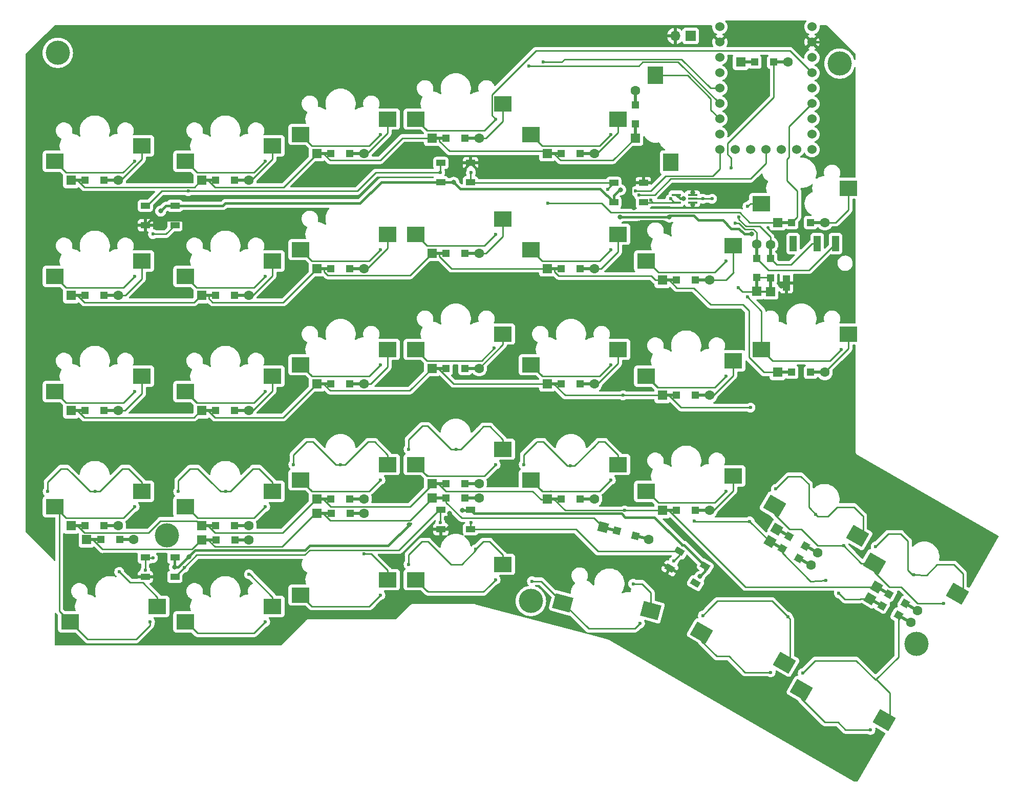
<source format=gbl>
G04 #@! TF.GenerationSoftware,KiCad,Pcbnew,(6.0.5-0)*
G04 #@! TF.CreationDate,2022-05-24T21:59:09-05:00*
G04 #@! TF.ProjectId,redox_rev2_recovery,7265646f-785f-4726-9576-325f7265636f,1.0*
G04 #@! TF.SameCoordinates,Original*
G04 #@! TF.FileFunction,Copper,L2,Bot*
G04 #@! TF.FilePolarity,Positive*
%FSLAX46Y46*%
G04 Gerber Fmt 4.6, Leading zero omitted, Abs format (unit mm)*
G04 Created by KiCad (PCBNEW (6.0.5-0)) date 2022-05-24 21:59:09*
%MOMM*%
%LPD*%
G01*
G04 APERTURE LIST*
G04 Aperture macros list*
%AMRotRect*
0 Rectangle, with rotation*
0 The origin of the aperture is its center*
0 $1 length*
0 $2 width*
0 $3 Rotation angle, in degrees counterclockwise*
0 Add horizontal line*
21,1,$1,$2,0,0,$3*%
G04 Aperture macros list end*
G04 #@! TA.AperFunction,SMDPad,CuDef*
%ADD10R,1.200000X2.500000*%
G04 #@! TD*
G04 #@! TA.AperFunction,SMDPad,CuDef*
%ADD11R,3.000000X2.500000*%
G04 #@! TD*
G04 #@! TA.AperFunction,SMDPad,CuDef*
%ADD12R,2.500000X3.000000*%
G04 #@! TD*
G04 #@! TA.AperFunction,SMDPad,CuDef*
%ADD13RotRect,3.000000X2.500000X150.000000*%
G04 #@! TD*
G04 #@! TA.AperFunction,SMDPad,CuDef*
%ADD14RotRect,3.000000X2.500000X165.000000*%
G04 #@! TD*
G04 #@! TA.AperFunction,SMDPad,CuDef*
%ADD15RotRect,2.500000X0.500000X150.000000*%
G04 #@! TD*
G04 #@! TA.AperFunction,SMDPad,CuDef*
%ADD16RotRect,1.200000X1.200000X150.000000*%
G04 #@! TD*
G04 #@! TA.AperFunction,ComponentPad*
%ADD17RotRect,1.600000X1.600000X150.000000*%
G04 #@! TD*
G04 #@! TA.AperFunction,ComponentPad*
%ADD18C,1.600000*%
G04 #@! TD*
G04 #@! TA.AperFunction,ComponentPad*
%ADD19RotRect,1.600000X1.600000X165.000000*%
G04 #@! TD*
G04 #@! TA.AperFunction,SMDPad,CuDef*
%ADD20RotRect,2.500000X0.500000X165.000000*%
G04 #@! TD*
G04 #@! TA.AperFunction,SMDPad,CuDef*
%ADD21RotRect,1.200000X1.200000X165.000000*%
G04 #@! TD*
G04 #@! TA.AperFunction,ComponentPad*
%ADD22R,1.600000X1.600000*%
G04 #@! TD*
G04 #@! TA.AperFunction,SMDPad,CuDef*
%ADD23R,2.500000X0.500000*%
G04 #@! TD*
G04 #@! TA.AperFunction,SMDPad,CuDef*
%ADD24R,1.200000X1.200000*%
G04 #@! TD*
G04 #@! TA.AperFunction,SMDPad,CuDef*
%ADD25R,0.500000X2.500000*%
G04 #@! TD*
G04 #@! TA.AperFunction,ComponentPad*
%ADD26C,4.000000*%
G04 #@! TD*
G04 #@! TA.AperFunction,ComponentPad*
%ADD27R,1.700000X1.700000*%
G04 #@! TD*
G04 #@! TA.AperFunction,ComponentPad*
%ADD28O,1.700000X1.700000*%
G04 #@! TD*
G04 #@! TA.AperFunction,SMDPad,CuDef*
%ADD29R,1.500000X1.000000*%
G04 #@! TD*
G04 #@! TA.AperFunction,ComponentPad*
%ADD30C,1.524000*%
G04 #@! TD*
G04 #@! TA.AperFunction,SMDPad,CuDef*
%ADD31R,1.500000X0.400000*%
G04 #@! TD*
G04 #@! TA.AperFunction,SMDPad,CuDef*
%ADD32RotRect,1.500000X1.000000X150.000000*%
G04 #@! TD*
G04 #@! TA.AperFunction,ViaPad*
%ADD33C,0.600000*%
G04 #@! TD*
G04 #@! TA.AperFunction,ViaPad*
%ADD34C,0.800100*%
G04 #@! TD*
G04 #@! TA.AperFunction,Conductor*
%ADD35C,0.250000*%
G04 #@! TD*
G04 #@! TA.AperFunction,Conductor*
%ADD36C,0.381000*%
G04 #@! TD*
G04 APERTURE END LIST*
D10*
X210935000Y-85396000D03*
X213935000Y-85396000D03*
X205835000Y-91896000D03*
X206935000Y-85396000D03*
D11*
X84862860Y-71785480D03*
X99262860Y-69245480D03*
X106452860Y-71785480D03*
X120852860Y-69245480D03*
X125502860Y-67340480D03*
X139902860Y-64800480D03*
X144552860Y-64800480D03*
X158952860Y-62260480D03*
X163602860Y-67340480D03*
X178002860Y-64800480D03*
D12*
X184172860Y-57565480D03*
X186712860Y-71965480D03*
D11*
X201702860Y-78770480D03*
X216102860Y-76230480D03*
X125502860Y-86390480D03*
X139902860Y-83850480D03*
X144552860Y-83850480D03*
X158952860Y-81310480D03*
X163602860Y-86390480D03*
X178002860Y-83850480D03*
X182652860Y-88295480D03*
X197052860Y-85755480D03*
X201702860Y-102900480D03*
X216102860Y-100360480D03*
X84862860Y-109885480D03*
X99262860Y-107345480D03*
X106452860Y-109885480D03*
X120852860Y-107345480D03*
X125502860Y-105440480D03*
X139902860Y-102900480D03*
X144552860Y-102900480D03*
X158952860Y-100360480D03*
X163602860Y-105440480D03*
X178002860Y-102900480D03*
X182652860Y-107345480D03*
X197052860Y-104805480D03*
D13*
X203857092Y-128764889D03*
X217597858Y-133765185D03*
D11*
X84862860Y-128935480D03*
X99262860Y-126395480D03*
X106452860Y-128935480D03*
X120852860Y-126395480D03*
X125502860Y-124490480D03*
X139902860Y-121950480D03*
X144552860Y-121950480D03*
X158952860Y-119410480D03*
X163602860Y-124490480D03*
X178002860Y-121950480D03*
X182652860Y-126395480D03*
X197052860Y-123855480D03*
D13*
X220367092Y-138289889D03*
X234107858Y-143290185D03*
D11*
X87402860Y-147985480D03*
X101802860Y-145445480D03*
X106452860Y-147985480D03*
X120852860Y-145445480D03*
X125502860Y-143540480D03*
X139902860Y-141000480D03*
X144552860Y-141000480D03*
X158952860Y-138460480D03*
D14*
X168862949Y-144834177D03*
X183429681Y-146107720D03*
D13*
X191792092Y-149719889D03*
X205532858Y-154720185D03*
X208302092Y-159244889D03*
X222042858Y-164245185D03*
D11*
X84862860Y-90835480D03*
X99262860Y-88295480D03*
X106452860Y-90835480D03*
X120852860Y-88295480D03*
D15*
X204161731Y-135300000D03*
D16*
X205136010Y-135862500D03*
D17*
X203122501Y-134700000D03*
D15*
X208838269Y-138000000D03*
D18*
X209877499Y-138600000D03*
D16*
X207863990Y-137437500D03*
D19*
X175561556Y-132332966D03*
D20*
X176720667Y-132643549D03*
D21*
X177807334Y-132934720D03*
X180850000Y-133750000D03*
D18*
X183095778Y-134351754D03*
D20*
X181936667Y-134041171D03*
D22*
X147225000Y-127500000D03*
D23*
X148425000Y-127500000D03*
D24*
X149550000Y-127500000D03*
D23*
X153825000Y-127500000D03*
D18*
X155025000Y-127500000D03*
D24*
X152700000Y-127500000D03*
X130525000Y-130050000D03*
D23*
X129400000Y-130050000D03*
D22*
X128200000Y-130050000D03*
D23*
X134800000Y-130050000D03*
D18*
X136000000Y-130050000D03*
D24*
X133675000Y-130050000D03*
D22*
X109150000Y-134400000D03*
D24*
X111475000Y-134400000D03*
D23*
X110350000Y-134400000D03*
D18*
X116950000Y-134400000D03*
D24*
X114625000Y-134400000D03*
D23*
X115750000Y-134400000D03*
X167480000Y-108585000D03*
D24*
X168605000Y-108585000D03*
D22*
X166280000Y-108585000D03*
D18*
X174080000Y-108585000D03*
D23*
X172880000Y-108585000D03*
D24*
X171755000Y-108585000D03*
X89865000Y-74930000D03*
D22*
X87540000Y-74930000D03*
D23*
X88740000Y-74930000D03*
X94140000Y-74930000D03*
D18*
X95340000Y-74930000D03*
D24*
X93015000Y-74930000D03*
X168605000Y-70485000D03*
D22*
X166280000Y-70485000D03*
D23*
X167480000Y-70485000D03*
D18*
X174080000Y-70485000D03*
D24*
X171755000Y-70485000D03*
D23*
X172880000Y-70485000D03*
D24*
X111455000Y-93980000D03*
D23*
X110330000Y-93980000D03*
D22*
X109130000Y-93980000D03*
D23*
X115730000Y-93980000D03*
D24*
X114605000Y-93980000D03*
D18*
X116930000Y-93980000D03*
D24*
X130505000Y-70485000D03*
D23*
X129380000Y-70485000D03*
D22*
X128180000Y-70485000D03*
D18*
X135980000Y-70485000D03*
D23*
X134780000Y-70485000D03*
D24*
X133655000Y-70485000D03*
D22*
X204380000Y-106680000D03*
D23*
X205580000Y-106680000D03*
D24*
X206705000Y-106680000D03*
X209855000Y-106680000D03*
D18*
X212180000Y-106680000D03*
D23*
X210980000Y-106680000D03*
D22*
X166280000Y-89535000D03*
D24*
X168605000Y-89535000D03*
D23*
X167480000Y-89535000D03*
X172880000Y-89535000D03*
D18*
X174080000Y-89535000D03*
D24*
X171755000Y-89535000D03*
D23*
X88740000Y-113030000D03*
D24*
X89865000Y-113030000D03*
D22*
X87540000Y-113030000D03*
D23*
X94140000Y-113030000D03*
D18*
X95340000Y-113030000D03*
D24*
X93015000Y-113030000D03*
X111455000Y-74930000D03*
D23*
X110330000Y-74930000D03*
D22*
X109130000Y-74930000D03*
D23*
X115730000Y-74930000D03*
D18*
X116930000Y-74930000D03*
D24*
X114605000Y-74930000D03*
X149555000Y-86995000D03*
D23*
X148430000Y-86995000D03*
D22*
X147230000Y-86995000D03*
D23*
X153830000Y-86995000D03*
D24*
X152705000Y-86995000D03*
D18*
X155030000Y-86995000D03*
D22*
X180850000Y-67925000D03*
D24*
X180850000Y-65600000D03*
D25*
X180850000Y-66725000D03*
X180850000Y-61325000D03*
D24*
X180850000Y-62450000D03*
D18*
X180850000Y-60125000D03*
D24*
X149555000Y-106045000D03*
D23*
X148430000Y-106045000D03*
D22*
X147230000Y-106045000D03*
D18*
X155030000Y-106045000D03*
D24*
X152705000Y-106045000D03*
D23*
X153830000Y-106045000D03*
D24*
X149555000Y-125095000D03*
D22*
X147230000Y-125095000D03*
D23*
X148430000Y-125095000D03*
X153830000Y-125095000D03*
D18*
X155030000Y-125095000D03*
D24*
X152705000Y-125095000D03*
X187655000Y-110490000D03*
D23*
X186530000Y-110490000D03*
D22*
X185330000Y-110490000D03*
D18*
X193130000Y-110490000D03*
D24*
X190805000Y-110490000D03*
D23*
X191930000Y-110490000D03*
D24*
X89865000Y-132080000D03*
D22*
X87540000Y-132080000D03*
D23*
X88740000Y-132080000D03*
D24*
X93015000Y-132080000D03*
D23*
X94140000Y-132080000D03*
D18*
X95340000Y-132080000D03*
D24*
X149555000Y-67945000D03*
D23*
X148430000Y-67945000D03*
D22*
X147230000Y-67945000D03*
D24*
X152705000Y-67945000D03*
D23*
X153830000Y-67945000D03*
D18*
X155030000Y-67945000D03*
D15*
X205306731Y-133270000D03*
D17*
X204267501Y-132670000D03*
D16*
X206281010Y-133832500D03*
D15*
X209983269Y-135970000D03*
D18*
X211022499Y-136570000D03*
D16*
X209008990Y-135407500D03*
D24*
X130505000Y-89535000D03*
D22*
X128180000Y-89535000D03*
D23*
X129380000Y-89535000D03*
X134780000Y-89535000D03*
D18*
X135980000Y-89535000D03*
D24*
X133655000Y-89535000D03*
X168605000Y-127635000D03*
D22*
X166280000Y-127635000D03*
D23*
X167480000Y-127635000D03*
X172880000Y-127635000D03*
D18*
X174080000Y-127635000D03*
D24*
X171755000Y-127635000D03*
X89865000Y-93980000D03*
D22*
X87540000Y-93980000D03*
D23*
X88740000Y-93980000D03*
X94140000Y-93980000D03*
D18*
X95340000Y-93980000D03*
D24*
X93015000Y-93980000D03*
D26*
X85344000Y-53848000D03*
D24*
X206705000Y-81915000D03*
D22*
X204380000Y-81915000D03*
D23*
X205580000Y-81915000D03*
D24*
X209855000Y-81915000D03*
D23*
X210980000Y-81915000D03*
D18*
X212180000Y-81915000D03*
D22*
X185330000Y-91440000D03*
D23*
X186530000Y-91440000D03*
D24*
X187655000Y-91440000D03*
D18*
X193130000Y-91440000D03*
D23*
X191930000Y-91440000D03*
D24*
X190805000Y-91440000D03*
X111455000Y-113030000D03*
D22*
X109130000Y-113030000D03*
D23*
X110330000Y-113030000D03*
X115730000Y-113030000D03*
D18*
X116930000Y-113030000D03*
D24*
X114605000Y-113030000D03*
D22*
X109130000Y-132080000D03*
D24*
X111455000Y-132080000D03*
D23*
X110330000Y-132080000D03*
D24*
X114605000Y-132080000D03*
D18*
X116930000Y-132080000D03*
D23*
X115730000Y-132080000D03*
D24*
X130505000Y-108585000D03*
D22*
X128180000Y-108585000D03*
D23*
X129380000Y-108585000D03*
D24*
X133655000Y-108585000D03*
D18*
X135980000Y-108585000D03*
D23*
X134780000Y-108585000D03*
D26*
X103375000Y-133625000D03*
D17*
X219622501Y-144150000D03*
D16*
X221636010Y-145312500D03*
D15*
X220661731Y-144750000D03*
X225338269Y-147450000D03*
D18*
X226377499Y-148050000D03*
D16*
X224363990Y-146887500D03*
D22*
X128180000Y-127635000D03*
D24*
X130505000Y-127635000D03*
D23*
X129380000Y-127635000D03*
D18*
X135980000Y-127635000D03*
D23*
X134780000Y-127635000D03*
D24*
X133655000Y-127635000D03*
D15*
X221816731Y-142795000D03*
D16*
X222791010Y-143357500D03*
D17*
X220777501Y-142195000D03*
D16*
X225518990Y-144932500D03*
D15*
X226493269Y-145495000D03*
D18*
X227532499Y-146095000D03*
D23*
X186530000Y-129540000D03*
D24*
X187655000Y-129540000D03*
D22*
X185330000Y-129540000D03*
D24*
X190805000Y-129540000D03*
D23*
X191930000Y-129540000D03*
D18*
X193130000Y-129540000D03*
D23*
X91300000Y-134366000D03*
D22*
X90100000Y-134366000D03*
D24*
X92425000Y-134366000D03*
D23*
X96700000Y-134366000D03*
D24*
X95575000Y-134366000D03*
D18*
X97900000Y-134366000D03*
D26*
X163576000Y-144526000D03*
X227330000Y-151638000D03*
X214630000Y-55626000D03*
D24*
X203200000Y-87884000D03*
D25*
X203200000Y-86759000D03*
D18*
X203200000Y-85559000D03*
D22*
X203200000Y-93359000D03*
D25*
X203200000Y-92159000D03*
D24*
X203200000Y-91034000D03*
D27*
X189992000Y-51054000D03*
D28*
X187452000Y-51054000D03*
D24*
X200609000Y-55372000D03*
D22*
X198284000Y-55372000D03*
D23*
X199484000Y-55372000D03*
X204884000Y-55372000D03*
D24*
X203759000Y-55372000D03*
D18*
X206084000Y-55372000D03*
D24*
X200914000Y-87833000D03*
D18*
X200914000Y-85508000D03*
D25*
X200914000Y-86708000D03*
X200914000Y-92108000D03*
D22*
X200914000Y-93308000D03*
D24*
X200914000Y-90983000D03*
D29*
X148680000Y-75260000D03*
X148680000Y-72060000D03*
X153580000Y-72060000D03*
X153580000Y-75260000D03*
X104707860Y-79156000D03*
X104707860Y-82356000D03*
X99807860Y-82356000D03*
X99807860Y-79156000D03*
X177277860Y-78562000D03*
X177277860Y-75362000D03*
X182177860Y-75362000D03*
X182177860Y-78562000D03*
X153580000Y-129464000D03*
X153580000Y-132664000D03*
X148680000Y-132664000D03*
X148680000Y-129464000D03*
X104707860Y-137338000D03*
X104707860Y-140538000D03*
X99807860Y-140538000D03*
X99807860Y-137338000D03*
D30*
X210058000Y-54610000D03*
X210058000Y-49530000D03*
X210058000Y-52070000D03*
X194818000Y-49530000D03*
X194818000Y-52070000D03*
X194818000Y-54610000D03*
X194818000Y-57150000D03*
X194818000Y-59690000D03*
X194818000Y-62230000D03*
X194818000Y-64770000D03*
X194818000Y-67310000D03*
X194818000Y-69850000D03*
X197358000Y-69850000D03*
X199898000Y-69850000D03*
X202438000Y-69850000D03*
X204978000Y-69850000D03*
X207518000Y-69850000D03*
X210058000Y-69850000D03*
X210058000Y-67310000D03*
X210058000Y-64770000D03*
X210058000Y-62230000D03*
X210058000Y-59690000D03*
X210058000Y-57150000D03*
D31*
X190306000Y-77328000D03*
X190306000Y-77978000D03*
X190306000Y-78628000D03*
X187646000Y-78628000D03*
X187646000Y-77328000D03*
D32*
X192405762Y-138777359D03*
X190805762Y-141548641D03*
X186562238Y-139098641D03*
X188162238Y-136327359D03*
D33*
X213935000Y-85396000D03*
X210935000Y-85396000D03*
D34*
X207034552Y-85396000D03*
D33*
X197866000Y-92710000D03*
X196712500Y-72898000D03*
D34*
X200114550Y-83820000D03*
D33*
X198001161Y-81028339D03*
X197358000Y-82042000D03*
X166370000Y-78740000D03*
X186712860Y-71965480D03*
X199898000Y-112522000D03*
X180848000Y-76708000D03*
X178816000Y-110490000D03*
X204087862Y-125965185D03*
X210625000Y-130175000D03*
X91500000Y-126400000D03*
X83662860Y-126395480D03*
X181413334Y-77332500D03*
X179070000Y-129540000D03*
X113100000Y-126400000D03*
X105252860Y-126395480D03*
X132050000Y-122000000D03*
X124302860Y-121950480D03*
X151250000Y-119425000D03*
X143352860Y-119410480D03*
X162402860Y-121950480D03*
X170099520Y-122174000D03*
X220597862Y-135490185D03*
X226925000Y-140200000D03*
X95504000Y-139700000D03*
X190630000Y-131330000D03*
X178054000Y-132842000D03*
X214500000Y-143250000D03*
X199772501Y-131350000D03*
X212360000Y-141090000D03*
X116950000Y-140098000D03*
X136000000Y-136716559D03*
X154469003Y-135944003D03*
X143352860Y-138460480D03*
X180500000Y-141675000D03*
X192022862Y-146920185D03*
X206064000Y-147136000D03*
X208532862Y-156445185D03*
X98041101Y-71763721D03*
X98062860Y-90835480D03*
X100602860Y-147985480D03*
X98062860Y-128935480D03*
X98062860Y-109885480D03*
X119652860Y-71785480D03*
X119652860Y-90835480D03*
X119652860Y-128935480D03*
X165608000Y-55372000D03*
X119652860Y-147985480D03*
X119652860Y-109885480D03*
X138702860Y-105440480D03*
X138702860Y-124490480D03*
X138702860Y-86390480D03*
X163205489Y-55996511D03*
X138702860Y-143540480D03*
X138702860Y-67340480D03*
X157752860Y-121950480D03*
X157752860Y-64800480D03*
X157522101Y-102669721D03*
X157752860Y-141000480D03*
X157752860Y-83850480D03*
X176802860Y-105440480D03*
X181613170Y-148250589D03*
X163750000Y-141250000D03*
X176802860Y-67340480D03*
X176802860Y-124490480D03*
X176802860Y-86390480D03*
X163500000Y-124500000D03*
X184150000Y-57658000D03*
X195852860Y-126395480D03*
X191738000Y-149638000D03*
X182626000Y-88392000D03*
X195852860Y-107345480D03*
X195852860Y-88295480D03*
X203223628Y-156319889D03*
X214902860Y-102900480D03*
X215288628Y-135364889D03*
X231798628Y-144889889D03*
X199390000Y-94234000D03*
X201702860Y-78770480D03*
X219733628Y-165844889D03*
X199390000Y-79248000D03*
X220367092Y-138289889D03*
X208302092Y-159244889D03*
X106934000Y-76708000D03*
X148590000Y-73660000D03*
X99822000Y-139446000D03*
X101092000Y-83820000D03*
X101092000Y-137414000D03*
X148590000Y-131572000D03*
X106239930Y-139005930D03*
X187198000Y-137922000D03*
X153670000Y-131572000D03*
X176276000Y-76454000D03*
X153670000Y-73660000D03*
X193548000Y-77978000D03*
X192024000Y-77978000D03*
X183427362Y-78232000D03*
X186679202Y-77978001D03*
D34*
X106680000Y-82296000D03*
X199898000Y-61468000D03*
X178054000Y-115316000D03*
X121158000Y-98552000D03*
X213360000Y-59436000D03*
X180594000Y-75438000D03*
X185674000Y-82042000D03*
X130302000Y-58166000D03*
X118618000Y-98552000D03*
X215900000Y-112522000D03*
X204978000Y-92404000D03*
X212344000Y-112522000D03*
X118364000Y-117856000D03*
X181864000Y-95758000D03*
X121412000Y-117856000D03*
X190306000Y-76962000D03*
X213106000Y-52324000D03*
X180594000Y-79502000D03*
X194056000Y-98298000D03*
X150114000Y-130048000D03*
X181610000Y-115316000D03*
X190306000Y-78994000D03*
X197104000Y-98044000D03*
X125730000Y-56388000D03*
X201930000Y-56896000D03*
X174752000Y-95758000D03*
X155194000Y-74168000D03*
X181356000Y-82042000D03*
X174498000Y-115316000D03*
X152146000Y-73914000D03*
X178054000Y-95758000D03*
X104648000Y-138938000D03*
X106997595Y-137223595D03*
X186488164Y-80988550D03*
X152230448Y-129540000D03*
X178308000Y-80988550D03*
X178417871Y-76502011D03*
X143457930Y-131899551D03*
X188792184Y-77978000D03*
X191516000Y-140462000D03*
X150815441Y-75260000D03*
X102362000Y-80010000D03*
D35*
X213935000Y-85396000D02*
X209560479Y-89770521D01*
X209560479Y-89770521D02*
X202851521Y-89770521D01*
X202851521Y-89770521D02*
X200914000Y-87833000D01*
X206581000Y-88900000D02*
X204216000Y-88900000D01*
X203200000Y-87884000D02*
X204216000Y-88900000D01*
X210085000Y-85396000D02*
X206581000Y-88900000D01*
X210935000Y-85396000D02*
X210085000Y-85396000D01*
X196712500Y-72898000D02*
X196712500Y-71236500D01*
X196712500Y-71236500D02*
X196088000Y-70612000D01*
X196088000Y-70612000D02*
X196088000Y-68834000D01*
X196088000Y-68834000D02*
X203759000Y-61163000D01*
X203759000Y-61163000D02*
X203759000Y-55372000D01*
X198515000Y-93359000D02*
X203200000Y-93359000D01*
X197866000Y-92710000D02*
X198515000Y-93359000D01*
D36*
X200114550Y-83820000D02*
X198882000Y-83820000D01*
X197993000Y-82931000D02*
X196723000Y-82931000D01*
X196723000Y-82931000D02*
X195333020Y-81541020D01*
X198882000Y-83820000D02*
X197993000Y-82931000D01*
X195333020Y-81541020D02*
X191262000Y-81541020D01*
X191262000Y-81541020D02*
X190502539Y-80781559D01*
X190502539Y-80781559D02*
X186695155Y-80781559D01*
X186695155Y-80781559D02*
X186488164Y-80988550D01*
D35*
X200914000Y-93308000D02*
X203149000Y-93308000D01*
X200914000Y-90983000D02*
X203149000Y-90983000D01*
X197358000Y-82042000D02*
X197992282Y-82042000D01*
X197992282Y-82042000D02*
X198949803Y-82999520D01*
X198949803Y-82999520D02*
X200347520Y-82999520D01*
X200347520Y-82999520D02*
X200914000Y-83566000D01*
X200914000Y-83566000D02*
X200914000Y-85090000D01*
X198001161Y-81028339D02*
X198001161Y-81415161D01*
X199136000Y-82550000D02*
X201422000Y-82550000D01*
X198001161Y-81415161D02*
X199136000Y-82550000D01*
X201422000Y-82550000D02*
X203200000Y-84328000D01*
X203200000Y-84328000D02*
X203200000Y-85559000D01*
X166370000Y-78740000D02*
X175260000Y-78740000D01*
X175260000Y-78740000D02*
X176784000Y-80264000D01*
X176784000Y-80264000D02*
X198120000Y-80264000D01*
X198120000Y-80264000D02*
X199771000Y-81915000D01*
X199771000Y-81915000D02*
X204380000Y-81915000D01*
X95758000Y-74930000D02*
X99262860Y-71425140D01*
X99262860Y-69245480D02*
X99262860Y-71425140D01*
X128180000Y-70485000D02*
X129230000Y-70485000D01*
X206705000Y-81915000D02*
X207637381Y-80982619D01*
X148430000Y-68445000D02*
X150089000Y-70104000D01*
X205934439Y-71433561D02*
X206248000Y-71120000D01*
X142331002Y-67945000D02*
X147230000Y-67945000D01*
X109130000Y-74930000D02*
X110180000Y-74930000D01*
X138666001Y-71610001D02*
X142331002Y-67945000D01*
X110180000Y-74930000D02*
X111305001Y-76055001D01*
X88590000Y-74930000D02*
X89715001Y-76055001D01*
X148430000Y-67945000D02*
X148430000Y-68445000D01*
X122694999Y-76055001D02*
X128180000Y-70570000D01*
X167330000Y-70485000D02*
X168455001Y-71610001D01*
X130355001Y-71610001D02*
X138666001Y-71610001D01*
X206248000Y-71120000D02*
X206248000Y-66040000D01*
X107944999Y-76055001D02*
X109070000Y-74930000D01*
X129230000Y-70485000D02*
X130355001Y-71610001D01*
X111305001Y-76055001D02*
X122694999Y-76055001D01*
X207637381Y-76724027D02*
X205934439Y-75021085D01*
X207637381Y-80982619D02*
X207637381Y-76724027D01*
X89715001Y-76055001D02*
X107944999Y-76055001D01*
X87540000Y-74930000D02*
X88590000Y-74930000D01*
X150089000Y-70104000D02*
X165899000Y-70104000D01*
X206248000Y-66040000D02*
X210058000Y-62230000D01*
X166280000Y-70485000D02*
X167330000Y-70485000D01*
X177139999Y-71610001D02*
X180825000Y-67925000D01*
X205934439Y-75021085D02*
X205934439Y-71433561D01*
X168455001Y-71610001D02*
X177139999Y-71610001D01*
X117391533Y-74930000D02*
X120852860Y-71468674D01*
X120852860Y-69245480D02*
X120852860Y-71468674D01*
X139902860Y-67107140D02*
X136525000Y-70485000D01*
X139902860Y-64800480D02*
X139902860Y-67107140D01*
X155030000Y-67945000D02*
X156161370Y-67945000D01*
X156161370Y-67945000D02*
X158952860Y-65153510D01*
X158952860Y-65153510D02*
X158952860Y-62260480D01*
X174541533Y-70485000D02*
X178002860Y-67023673D01*
X171755000Y-70485000D02*
X174541533Y-70485000D01*
X178002860Y-67023673D02*
X178002860Y-64800480D01*
X180850000Y-61325000D02*
X180850000Y-62825000D01*
X213995000Y-81915000D02*
X212180000Y-81915000D01*
X216102860Y-79807140D02*
X213995000Y-81915000D01*
X216102860Y-76230480D02*
X216102860Y-79807140D01*
X99262860Y-88295480D02*
X99262860Y-91237140D01*
X96520000Y-93980000D02*
X95340000Y-93980000D01*
X99262860Y-91237140D02*
X96520000Y-93980000D01*
X193294000Y-95504000D02*
X198628000Y-95504000D01*
X185330000Y-91440000D02*
X186440000Y-91440000D01*
X193294000Y-95504000D02*
X190540000Y-92750000D01*
X187750000Y-92750000D02*
X190540000Y-92750000D01*
X88590000Y-93980000D02*
X89715001Y-95105001D01*
X110330000Y-93980000D02*
X110330000Y-94480000D01*
X167480000Y-89535000D02*
X167480000Y-90035000D01*
X183500000Y-90750000D02*
X184190000Y-91440000D01*
X150470000Y-89535000D02*
X166280000Y-89535000D01*
X129380000Y-89535000D02*
X129380000Y-90035000D01*
X204380000Y-106680000D02*
X202083358Y-106680000D01*
X110330000Y-94480000D02*
X110955001Y-95105001D01*
X148430000Y-86995000D02*
X148430000Y-87495000D01*
X107894999Y-95105001D02*
X109020000Y-93980000D01*
X168195000Y-90750000D02*
X183500000Y-90750000D01*
X202083358Y-106680000D02*
X199644000Y-104240642D01*
X122644999Y-95105001D02*
X128180000Y-89570000D01*
X110955001Y-95105001D02*
X122644999Y-95105001D01*
X130005001Y-90660001D02*
X143589999Y-90660001D01*
X199644000Y-104240642D02*
X199644000Y-96520000D01*
X89715001Y-95105001D02*
X107894999Y-95105001D01*
X148430000Y-87495000D02*
X150470000Y-89535000D01*
X199644000Y-96520000D02*
X198628000Y-95504000D01*
X87540000Y-93980000D02*
X88590000Y-93980000D01*
X184190000Y-91440000D02*
X185330000Y-91440000D01*
X129380000Y-90035000D02*
X130005001Y-90660001D01*
X143589999Y-90660001D02*
X147230000Y-87020000D01*
X186440000Y-91440000D02*
X187750000Y-92750000D01*
X167480000Y-90035000D02*
X168195000Y-90750000D01*
X120852860Y-88295480D02*
X120852860Y-90729140D01*
X120852860Y-90729140D02*
X117602000Y-93980000D01*
X136525000Y-89535000D02*
X139902860Y-86157140D01*
X139902860Y-83850480D02*
X139902860Y-86157140D01*
X158952860Y-84203510D02*
X158952860Y-81310480D01*
X155030000Y-86995000D02*
X156161370Y-86995000D01*
X156161370Y-86995000D02*
X158952860Y-84203510D01*
X175211370Y-89535000D02*
X178002860Y-86743510D01*
X174080000Y-89535000D02*
X175211370Y-89535000D01*
X178002860Y-86743510D02*
X178002860Y-83850480D01*
X197052860Y-90118860D02*
X197104000Y-90170000D01*
X197104000Y-90170000D02*
X195834000Y-91440000D01*
X197052860Y-85755480D02*
X197052860Y-90118860D01*
X195834000Y-91440000D02*
X190805000Y-91440000D01*
X96471370Y-113030000D02*
X99262860Y-110238510D01*
X95340000Y-113030000D02*
X96471370Y-113030000D01*
X99262860Y-110238510D02*
X99262860Y-107345480D01*
X185330000Y-110490000D02*
X178816000Y-110490000D01*
X89715001Y-114155001D02*
X107844999Y-114155001D01*
X143539999Y-109710001D02*
X147205000Y-106045000D01*
X110180000Y-113030000D02*
X111305001Y-114155001D01*
X128180000Y-108585000D02*
X129230000Y-108585000D01*
X180848000Y-76708000D02*
X183388000Y-76708000D01*
X183388000Y-76708000D02*
X185859744Y-74236256D01*
X199898000Y-112522000D02*
X199876000Y-112500000D01*
X188390000Y-112500000D02*
X186380000Y-110490000D01*
X186380000Y-110490000D02*
X185330000Y-110490000D01*
X88590000Y-113030000D02*
X89715001Y-114155001D01*
X122594999Y-114155001D02*
X128165000Y-108585000D01*
X167330000Y-108585000D02*
X169235000Y-110490000D01*
X111305001Y-114155001D02*
X122594999Y-114155001D01*
X147230000Y-106045000D02*
X148280000Y-106045000D01*
X107844999Y-114155001D02*
X108970000Y-113030000D01*
X185859744Y-74236256D02*
X193616256Y-74236256D01*
X148280000Y-106045000D02*
X150820000Y-108585000D01*
X109130000Y-113030000D02*
X110180000Y-113030000D01*
X129230000Y-108585000D02*
X130355001Y-109710001D01*
X150820000Y-108585000D02*
X166280000Y-108585000D01*
X130355001Y-109710001D02*
X143539999Y-109710001D01*
X87540000Y-113030000D02*
X88590000Y-113030000D01*
X166280000Y-108585000D02*
X167330000Y-108585000D01*
X194818000Y-69850000D02*
X194818000Y-73034512D01*
X199876000Y-112500000D02*
X188390000Y-112500000D01*
X194818000Y-73034512D02*
X193616256Y-74236256D01*
X169235000Y-110490000D02*
X178816000Y-110490000D01*
X117602000Y-113030000D02*
X120852860Y-109779140D01*
X120852860Y-109779140D02*
X120852860Y-107345480D01*
X135980000Y-108585000D02*
X137111370Y-108585000D01*
X139902860Y-105793510D02*
X139902860Y-102900480D01*
X137111370Y-108585000D02*
X139902860Y-105793510D01*
X158952860Y-100360480D02*
X158952860Y-102122140D01*
X158952860Y-102122140D02*
X155030000Y-106045000D01*
X174625000Y-108585000D02*
X178002860Y-105207140D01*
X178002860Y-102900480D02*
X178002860Y-105207140D01*
X197052860Y-104805480D02*
X197052860Y-107239140D01*
X193802000Y-110490000D02*
X197052860Y-107239140D01*
X218512921Y-132850122D02*
X218512921Y-130465798D01*
X212710314Y-130500000D02*
X214230255Y-128980059D01*
X217027181Y-128980059D02*
X214230255Y-128980059D01*
X209550000Y-129045898D02*
X209550000Y-125229021D01*
X212710314Y-130500000D02*
X211032118Y-130500000D01*
X208221038Y-123900059D02*
X206152988Y-123900059D01*
X217378561Y-129331439D02*
X217027181Y-128980059D01*
X209797051Y-129292949D02*
X209550000Y-129045898D01*
X217378561Y-129331439D02*
X218394561Y-130347439D01*
X206103468Y-123949579D02*
X204087862Y-125965185D01*
X211032118Y-130500000D02*
X210625000Y-130175000D01*
X209797051Y-129292949D02*
X210625000Y-130175000D01*
X218394561Y-130347439D02*
X217027181Y-128980059D01*
X209550000Y-125229021D02*
X208221038Y-123900059D01*
X218512921Y-130465798D02*
X218394561Y-130347439D01*
X217597858Y-133765185D02*
X218512921Y-132850122D01*
X91500000Y-126400000D02*
X90663194Y-126395480D01*
X91500000Y-126400000D02*
X90657926Y-126400000D01*
X91500000Y-126400000D02*
X92262526Y-126395480D01*
X87608281Y-123350355D02*
X87608281Y-123347893D01*
X92262526Y-126395480D02*
X92272314Y-126395480D01*
X99262860Y-124835146D02*
X99262860Y-126395480D01*
X95317439Y-123350355D02*
X95317439Y-123347893D01*
X92272314Y-126395480D02*
X95317439Y-123350355D01*
X90657926Y-126400000D02*
X87608281Y-123350355D01*
X86890447Y-122630059D02*
X85867947Y-122630059D01*
X96035273Y-122630059D02*
X97057773Y-122630059D01*
X87608281Y-123347893D02*
X86890447Y-122630059D01*
X83662860Y-124835146D02*
X83662860Y-126395480D01*
X95317439Y-123347893D02*
X96035273Y-122630059D01*
X97057773Y-122630059D02*
X99262860Y-124835146D01*
X85867947Y-122630059D02*
X83662860Y-124835146D01*
X102308998Y-131250000D02*
X108300000Y-131250000D01*
X148280000Y-125095000D02*
X149559999Y-126374999D01*
X87540000Y-132080000D02*
X88590000Y-132080000D01*
X149559999Y-126374999D02*
X163874999Y-126374999D01*
X128180000Y-127635000D02*
X129230000Y-127635000D01*
X165250000Y-127750000D02*
X166165000Y-127750000D01*
X130519999Y-128924999D02*
X143575001Y-128924999D01*
X185330000Y-129540000D02*
X186380000Y-129540000D01*
X166280000Y-127635000D02*
X167330000Y-127635000D01*
X186380000Y-129540000D02*
X199035000Y-142195000D01*
X88590000Y-132080000D02*
X89715001Y-133205001D01*
X110180000Y-132080000D02*
X111305001Y-133205001D01*
X181413334Y-77332500D02*
X184033500Y-77332500D01*
X109130000Y-132080000D02*
X110180000Y-132080000D01*
X122544999Y-133205001D02*
X128115000Y-127635000D01*
X186680224Y-74685776D02*
X199888224Y-74685776D01*
X169235000Y-129540000D02*
X185330000Y-129540000D01*
X219853741Y-142195000D02*
X220777501Y-142195000D01*
X202438000Y-69850000D02*
X202438000Y-72136000D01*
X199035000Y-142195000D02*
X219853741Y-142195000D01*
X89715001Y-133205001D02*
X100353997Y-133205001D01*
X108300000Y-131250000D02*
X109130000Y-132080000D01*
X167330000Y-127635000D02*
X169235000Y-129540000D01*
X163874999Y-126374999D02*
X165250000Y-127750000D01*
X199888224Y-74685776D02*
X202438000Y-72136000D01*
X184033500Y-77332500D02*
X186680224Y-74685776D01*
X143575001Y-128924999D02*
X147230000Y-125270000D01*
X147230000Y-125095000D02*
X148280000Y-125095000D01*
X111305001Y-133205001D02*
X122544999Y-133205001D01*
X129230000Y-127635000D02*
X130519999Y-128924999D01*
X100353997Y-133205001D02*
X102308998Y-131250000D01*
X117206666Y-123051128D02*
X113857794Y-126400000D01*
X108480447Y-122630059D02*
X107239941Y-122630059D01*
X110684439Y-124836513D02*
X110684439Y-124834051D01*
X117625273Y-122630059D02*
X117206666Y-123048666D01*
X120852860Y-124835146D02*
X118647773Y-122630059D01*
X117206666Y-123048666D02*
X117206666Y-123051128D01*
X110684439Y-124834051D02*
X108480447Y-122630059D01*
X107239941Y-122630059D02*
X105252860Y-124617140D01*
X113100000Y-126400000D02*
X112247926Y-126400000D01*
X105252860Y-124617140D02*
X105252860Y-126395480D01*
X118647773Y-122630059D02*
X117625273Y-122630059D01*
X113100000Y-126400000D02*
X112253194Y-126395480D01*
X112247926Y-126400000D02*
X110684439Y-124836513D01*
X113100000Y-126400000D02*
X113857794Y-126400000D01*
X120852860Y-126395480D02*
X120852860Y-124835146D01*
X128248281Y-118905355D02*
X128248281Y-118902893D01*
X136675273Y-118185059D02*
X137743059Y-118185059D01*
X132394017Y-121980017D02*
X132050000Y-122000000D01*
X126515273Y-118185059D02*
X124302860Y-120397472D01*
X137743059Y-118185059D02*
X139902860Y-120344860D01*
X127530447Y-118185059D02*
X126515273Y-118185059D01*
X136193166Y-118667166D02*
X136675273Y-118185059D01*
X132050000Y-122000000D02*
X131342926Y-122000000D01*
X132882777Y-121980017D02*
X136193166Y-118669628D01*
X131342926Y-122000000D02*
X128248281Y-118905355D01*
X132050000Y-122000000D02*
X131303194Y-121950480D01*
X132394017Y-121980017D02*
X132882777Y-121980017D01*
X136193166Y-118669628D02*
X136193166Y-118667166D01*
X139902860Y-120344860D02*
X139902860Y-121950480D01*
X124302860Y-120397472D02*
X124302860Y-121950480D01*
X128248281Y-118902893D02*
X127530447Y-118185059D01*
X155007439Y-116362893D02*
X155725273Y-115645059D01*
X155725273Y-115645059D02*
X156793059Y-115645059D01*
X143352860Y-117850146D02*
X143352860Y-119410480D01*
X151250000Y-119425000D02*
X150357926Y-119425000D01*
X156793059Y-115645059D02*
X158952860Y-117804860D01*
X151250000Y-119425000D02*
X151947794Y-119425000D01*
X146505388Y-115570000D02*
X145633006Y-115570000D01*
X145633006Y-115570000D02*
X143352860Y-117850146D01*
X155007439Y-116365355D02*
X155007439Y-116362893D01*
X147298281Y-116365355D02*
X147298281Y-116362893D01*
X147298281Y-116362893D02*
X146505388Y-115570000D01*
X150357926Y-119425000D02*
X147298281Y-116365355D01*
X151947794Y-119425000D02*
X155007439Y-116365355D01*
X158952860Y-117804860D02*
X158952860Y-119410480D01*
X178002860Y-121950480D02*
X178002860Y-120390146D01*
X167834439Y-120389051D02*
X165630447Y-118185059D01*
X170099520Y-122174000D02*
X170788794Y-122174000D01*
X174057439Y-118902893D02*
X174775273Y-118185059D01*
X169616926Y-122174000D02*
X167834439Y-120391513D01*
X167834439Y-120391513D02*
X167834439Y-120389051D01*
X164558427Y-118234579D02*
X162402860Y-120390146D01*
X175797773Y-118185059D02*
X178002860Y-120390146D01*
X162402860Y-120390146D02*
X162402860Y-121569140D01*
X174057439Y-118905355D02*
X174057439Y-118902893D01*
X170788794Y-122174000D02*
X174057439Y-118905355D01*
X170099520Y-122174000D02*
X169616926Y-122174000D01*
X174775273Y-118185059D02*
X175797773Y-118185059D01*
X165630447Y-118185059D02*
X164615273Y-118185059D01*
X162402860Y-121569140D02*
X162402860Y-121950480D01*
X197052860Y-123855480D02*
X197052860Y-126289140D01*
X193802000Y-129540000D02*
X197052860Y-126289140D01*
X228996600Y-140250000D02*
X226925000Y-140200000D01*
X225927824Y-134621845D02*
X224731038Y-133425059D01*
X222662988Y-133425059D02*
X220597862Y-135490185D01*
X226925000Y-140200000D02*
X226750000Y-140250000D01*
X225927824Y-139427824D02*
X225927824Y-134621845D01*
X226750000Y-140250000D02*
X225927824Y-139427824D01*
X230741541Y-138505059D02*
X228996600Y-140250000D01*
X224731038Y-133425059D02*
X222662988Y-133425059D01*
X233537183Y-138505059D02*
X230741541Y-138505059D01*
X235022921Y-142375122D02*
X235022921Y-139990798D01*
X234107858Y-143290185D02*
X235022921Y-142375122D01*
X235022921Y-139990798D02*
X233537183Y-138505059D01*
X95504000Y-139700000D02*
X97282000Y-141478000D01*
X101802860Y-143892472D02*
X101802860Y-144220860D01*
X97282000Y-141478000D02*
X99388388Y-141478000D01*
X101802860Y-145445480D02*
X101802860Y-144220860D01*
X99388388Y-141478000D02*
X101802860Y-143892472D01*
X152146000Y-130810000D02*
X174038590Y-130810000D01*
X214500000Y-143250000D02*
X215500000Y-144250000D01*
X111325001Y-135525001D02*
X122474999Y-135525001D01*
X215500000Y-144250000D02*
X218000000Y-144250000D01*
X212360000Y-141090000D02*
X209830690Y-141250000D01*
X92734001Y-135950001D02*
X107549999Y-135950001D01*
X149550000Y-128214000D02*
X149550000Y-127500000D01*
X177855549Y-132643549D02*
X176720667Y-132643549D01*
X129250000Y-130050000D02*
X130375001Y-131175001D01*
X109150000Y-134400000D02*
X110200000Y-134400000D01*
X218000000Y-144250000D02*
X218100000Y-144150000D01*
X203122501Y-134700000D02*
X199772501Y-131350000D01*
X122474999Y-135525001D02*
X127950000Y-130050000D01*
X128200000Y-130050000D02*
X129250000Y-130050000D01*
X90100000Y-134366000D02*
X91150000Y-134366000D01*
X205136010Y-136555320D02*
X205136010Y-135862500D01*
X190650000Y-131350000D02*
X199772501Y-131350000D01*
X143574999Y-131175001D02*
X147225000Y-127525000D01*
X130375001Y-131175001D02*
X143574999Y-131175001D01*
X107549999Y-135950001D02*
X109100000Y-134400000D01*
X174038590Y-130810000D02*
X175561556Y-132332966D01*
X91150000Y-134366000D02*
X92734001Y-135950001D01*
X147225000Y-127500000D02*
X148275000Y-127500000D01*
X152146000Y-130810000D02*
X149550000Y-128214000D01*
X110200000Y-134400000D02*
X111325001Y-135525001D01*
X209830690Y-141250000D02*
X205136010Y-136555320D01*
X218100000Y-144150000D02*
X219622501Y-144150000D01*
X190650000Y-131350000D02*
X190630000Y-131330000D01*
X117065714Y-140098000D02*
X116950000Y-140098000D01*
X117065714Y-140098000D02*
X120852860Y-143885146D01*
X120852860Y-145445480D02*
X120852860Y-143885146D01*
X135890000Y-136716559D02*
X137179273Y-136716559D01*
X139902860Y-139440146D02*
X139902860Y-141000480D01*
X137179273Y-136716559D02*
X139902860Y-139440146D01*
X146587773Y-134695059D02*
X148784439Y-136891725D01*
X154469003Y-136106997D02*
X154469003Y-135944003D01*
X143352860Y-136900146D02*
X145557947Y-134695059D01*
X156747773Y-134695059D02*
X155717947Y-134695059D01*
X143352860Y-138460480D02*
X143352860Y-136900146D01*
X145557947Y-134695059D02*
X146587773Y-134695059D01*
X158952860Y-138460480D02*
X158952860Y-136900146D01*
X155717947Y-134695059D02*
X154469003Y-135944003D01*
X148784439Y-136901513D02*
X150343406Y-138460480D01*
X150343406Y-138460480D02*
X152115520Y-138460480D01*
X152115520Y-138460480D02*
X154469003Y-136106997D01*
X148784439Y-136891725D02*
X148784439Y-136901513D01*
X158952860Y-136900146D02*
X156747773Y-134695059D01*
X181924816Y-141675000D02*
X180500000Y-141675000D01*
X183429681Y-146107720D02*
X183429681Y-143179865D01*
X183429681Y-143179865D02*
X181924816Y-141675000D01*
X192022862Y-146920185D02*
X192966523Y-145976523D01*
X206447921Y-147519921D02*
X206064000Y-147136000D01*
X194417047Y-144526000D02*
X203454000Y-144526000D01*
X192966523Y-145976523D02*
X194417047Y-144526000D01*
X205532858Y-154720185D02*
X206447921Y-153805122D01*
X206447921Y-153805122D02*
X206447921Y-147519921D01*
X203454000Y-144526000D02*
X206064000Y-147136000D01*
X217372059Y-154380059D02*
X220563657Y-157571657D01*
X224363990Y-153771324D02*
X220690657Y-157444657D01*
X222957921Y-163330122D02*
X222957921Y-159711921D01*
X208532862Y-156445185D02*
X210597988Y-154380059D01*
X222957921Y-159711921D02*
X220690657Y-157444657D01*
X224363990Y-146887500D02*
X224363990Y-153771324D01*
X222042858Y-164245185D02*
X222957921Y-163330122D01*
X210597988Y-154380059D02*
X217372059Y-154380059D01*
X220690657Y-157444657D02*
X220563657Y-157571657D01*
X96188339Y-130810001D02*
X98062860Y-128935480D01*
X84862860Y-128935480D02*
X86737381Y-130810001D01*
X96188339Y-111760001D02*
X98062860Y-109885480D01*
X86737381Y-130810001D02*
X96188339Y-130810001D01*
X100602860Y-148571140D02*
X100602860Y-147985480D01*
X84862860Y-109885480D02*
X86737381Y-111760001D01*
X86737381Y-92710001D02*
X96188339Y-92710001D01*
X87402860Y-147985480D02*
X90293380Y-150876000D01*
X87402860Y-147985480D02*
X85598000Y-146180620D01*
X98298000Y-150876000D02*
X100602860Y-148571140D01*
X90293380Y-150876000D02*
X98298000Y-150876000D01*
X86737381Y-73660001D02*
X96144821Y-73660001D01*
X85598000Y-146180620D02*
X85598000Y-129670620D01*
X84862860Y-90835480D02*
X86737381Y-92710001D01*
X96188339Y-92710001D02*
X98062860Y-90835480D01*
X96144821Y-73660001D02*
X98041101Y-71763721D01*
X84862860Y-71785480D02*
X86737381Y-73660001D01*
X86737381Y-111760001D02*
X96188339Y-111760001D01*
X108458001Y-130810001D02*
X117778339Y-130810001D01*
X108327381Y-111760001D02*
X117778339Y-111760001D01*
X117778339Y-73660001D02*
X119652860Y-71785480D01*
X117778339Y-92710001D02*
X119652860Y-90835480D01*
X106485480Y-71785480D02*
X108360001Y-73660001D01*
X106583480Y-147985480D02*
X108458000Y-149860000D01*
X117778339Y-130810001D02*
X119652860Y-128935480D01*
X169139360Y-54883551D02*
X168650911Y-55372000D01*
X117778340Y-149860000D02*
X119652860Y-147985480D01*
X194818000Y-59690000D02*
X193294000Y-59690000D01*
X193294000Y-59690000D02*
X188487551Y-54883551D01*
X106583480Y-109885480D02*
X108408481Y-111710481D01*
X108458000Y-149860000D02*
X117778340Y-149860000D01*
X117778339Y-111760001D02*
X119652860Y-109885480D01*
X168650911Y-55372000D02*
X165608000Y-55372000D01*
X106452860Y-90835480D02*
X108327381Y-92710001D01*
X106583480Y-128935480D02*
X108458001Y-130810001D01*
X108360001Y-73660001D02*
X117778339Y-73660001D01*
X169139360Y-54883551D02*
X188487551Y-54883551D01*
X108327381Y-92710001D02*
X117778339Y-92710001D01*
X106452860Y-109885480D02*
X108327381Y-111760001D01*
X125502860Y-124490480D02*
X127377381Y-126365001D01*
X187921071Y-55333071D02*
X182079071Y-55333071D01*
X125502860Y-86390480D02*
X127377381Y-88265001D01*
X127377381Y-126365001D02*
X136828339Y-126365001D01*
X127377381Y-107315001D02*
X136828339Y-107315001D01*
X138200670Y-124992670D02*
X138702860Y-124490480D01*
X125506480Y-105440480D02*
X127331481Y-107265481D01*
X194818000Y-62230000D02*
X187921071Y-55333071D01*
X138702860Y-143540480D02*
X136828339Y-145415001D01*
X125506480Y-67340480D02*
X127381001Y-69215001D01*
X136828339Y-69215001D02*
X138702860Y-67340480D01*
X125502860Y-105440480D02*
X127377381Y-107315001D01*
X181415631Y-55996511D02*
X163205489Y-55996511D01*
X127377381Y-88265001D02*
X136828339Y-88265001D01*
X125502860Y-143540480D02*
X127377381Y-145415001D01*
X125506480Y-124490480D02*
X127331481Y-126315481D01*
X182079071Y-55333071D02*
X181415631Y-55996511D01*
X136828339Y-107315001D02*
X138702860Y-105440480D01*
X136828339Y-145415001D02*
X137438670Y-144804670D01*
X127381001Y-69215001D02*
X136828339Y-69215001D01*
X136828339Y-126365001D02*
X138200670Y-124992670D01*
X136828339Y-88265001D02*
X138702860Y-86390480D01*
X127381001Y-145415001D02*
X125506480Y-143540480D01*
X137438670Y-144804670D02*
X138702860Y-143540480D01*
X136828339Y-145415001D02*
X127381001Y-145415001D01*
X144556480Y-141000480D02*
X146558000Y-143002000D01*
X155751340Y-143002000D02*
X156742670Y-142010670D01*
X146480519Y-123775481D02*
X146530039Y-123825001D01*
X146427381Y-104775001D02*
X155416821Y-104775001D01*
X146427381Y-66675001D02*
X155878339Y-66675001D01*
X144552860Y-102900480D02*
X146427381Y-104775001D01*
X146427381Y-123825001D02*
X144552860Y-121950480D01*
X144556480Y-64800480D02*
X146381481Y-66625481D01*
X157752860Y-83850480D02*
X155878339Y-85725001D01*
X157128349Y-60803651D02*
X164408511Y-53523489D01*
X144552860Y-141000480D02*
X146427381Y-142875001D01*
X146938999Y-123825001D02*
X155878339Y-123825001D01*
X155878339Y-85725001D02*
X146431001Y-85725001D01*
X206431489Y-53523489D02*
X210058000Y-57150000D01*
X157752860Y-64800480D02*
X157128349Y-64175969D01*
X146431001Y-85725001D02*
X144556480Y-83850480D01*
X155878339Y-66675001D02*
X157752860Y-64800480D01*
X146381481Y-123775481D02*
X146480519Y-123775481D01*
X164408511Y-53523489D02*
X206431489Y-53523489D01*
X146558000Y-143002000D02*
X155751340Y-143002000D01*
X157128349Y-64175969D02*
X157128349Y-60803651D01*
X144552860Y-64800480D02*
X146427381Y-66675001D01*
X144556480Y-121950480D02*
X146381481Y-123775481D01*
X155416821Y-104775001D02*
X157522101Y-102669721D01*
X146938999Y-123825001D02*
X146427381Y-123825001D01*
X146530039Y-123825001D02*
X146938999Y-123825001D01*
X155878339Y-123825001D02*
X157752860Y-121950480D01*
X156742670Y-142010670D02*
X157752860Y-141000480D01*
X174928339Y-126365001D02*
X176802860Y-124490480D01*
X165477381Y-107315001D02*
X174928339Y-107315001D01*
X165278772Y-141250000D02*
X163750000Y-141250000D01*
X176802860Y-86390480D02*
X174928339Y-88265001D01*
X174928339Y-107315001D02*
X176802860Y-105440480D01*
X163602860Y-124490480D02*
X165477381Y-126365001D01*
X173126772Y-149098000D02*
X168862949Y-144834177D01*
X166886407Y-126365001D02*
X174928339Y-126365001D01*
X163606480Y-67340480D02*
X165481001Y-69215001D01*
X174928339Y-69215001D02*
X176802860Y-67340480D01*
X165477381Y-126365001D02*
X174928339Y-126365001D01*
X168862949Y-144834177D02*
X165278772Y-141250000D01*
X174928339Y-88265001D02*
X165481001Y-88265001D01*
X165481001Y-69215001D02*
X174928339Y-69215001D01*
X163606480Y-124490480D02*
X165431481Y-126315481D01*
X163602860Y-105440480D02*
X165477381Y-107315001D01*
X166836887Y-126315481D02*
X166886407Y-126365001D01*
X165481001Y-88265001D02*
X163606480Y-86390480D01*
X163606480Y-105440480D02*
X165431481Y-107265481D01*
X180765759Y-149098000D02*
X173126772Y-149098000D01*
X181613170Y-148250589D02*
X180765759Y-149098000D01*
X182652860Y-107345480D02*
X184527381Y-109220001D01*
X193978339Y-90170001D02*
X195852860Y-88295480D01*
X191792092Y-151163264D02*
X194298828Y-153670000D01*
X184172860Y-57565480D02*
X189465868Y-57565480D01*
X182783480Y-126395480D02*
X184658000Y-128270000D01*
X182783480Y-107345480D02*
X184608481Y-109170481D01*
X193331194Y-63283194D02*
X194818000Y-64770000D01*
X193978339Y-109220001D02*
X195852860Y-107345480D01*
X182783480Y-88295480D02*
X184658001Y-90170001D01*
X194298828Y-153670000D02*
X196342000Y-153670000D01*
X184658001Y-90170001D02*
X193978339Y-90170001D01*
X198991889Y-156319889D02*
X203223628Y-156319889D01*
X184527381Y-109220001D02*
X193978339Y-109220001D01*
X189465868Y-57565480D02*
X193331194Y-61430806D01*
X193978340Y-128270000D02*
X195852860Y-126395480D01*
X193331194Y-61430806D02*
X193331194Y-63283194D01*
X196342000Y-153670000D02*
X198991889Y-156319889D01*
X184658000Y-128270000D02*
X193978340Y-128270000D01*
X191792092Y-149719889D02*
X191792092Y-151163264D01*
X220367092Y-139733264D02*
X222828238Y-142194410D01*
X203857092Y-130208264D02*
X206337193Y-132688365D01*
X199867520Y-78770480D02*
X201702860Y-78770480D01*
X199390000Y-79248000D02*
X199867520Y-78770480D01*
X203581001Y-104775001D02*
X213028339Y-104775001D01*
X199390000Y-94234000D02*
X201702860Y-96546860D01*
X203857092Y-128764889D02*
X203857092Y-130208264D01*
X215596591Y-165844889D02*
X219733628Y-165844889D01*
X214343702Y-164592000D02*
X215596591Y-165844889D01*
X210994155Y-135364889D02*
X215288628Y-135364889D01*
X220367092Y-138289889D02*
X220367092Y-139733264D01*
X218213628Y-138289889D02*
X220367092Y-138289889D01*
X208302092Y-159244889D02*
X208302092Y-160688264D01*
X201702860Y-96546860D02*
X201702860Y-102900480D01*
X208302092Y-160688264D02*
X212205828Y-164592000D01*
X215288628Y-135364889D02*
X218213628Y-138289889D01*
X206337193Y-132688365D02*
X208317631Y-132688365D01*
X201706480Y-102900480D02*
X203581001Y-104775001D01*
X224808676Y-142194410D02*
X227504155Y-144889889D01*
X212205828Y-164592000D02*
X214343702Y-164592000D01*
X208317631Y-132688365D02*
X210994155Y-135364889D01*
X222828238Y-142194410D02*
X224808676Y-142194410D01*
X213028339Y-104775001D02*
X214902860Y-102900480D01*
X227504155Y-144889889D02*
X231798628Y-144889889D01*
X216102860Y-102757140D02*
X216102860Y-100360480D01*
X212180000Y-106680000D02*
X216102860Y-102757140D01*
X106934000Y-76708000D02*
X134874000Y-76708000D01*
X100057860Y-79156000D02*
X102505860Y-76708000D01*
X137922000Y-73660000D02*
X148590000Y-73660000D01*
X102505860Y-76708000D02*
X106934000Y-76708000D01*
X148590000Y-73660000D02*
X148590000Y-72150000D01*
X134874000Y-76708000D02*
X137922000Y-73660000D01*
X101092000Y-137414000D02*
X99883860Y-137414000D01*
X99822000Y-139446000D02*
X99822000Y-137352140D01*
X103243860Y-83820000D02*
X104707860Y-82356000D01*
X101092000Y-83820000D02*
X103243860Y-83820000D01*
X148590000Y-131572000D02*
X148590000Y-129554000D01*
X106239930Y-139005930D02*
X108339860Y-136906000D01*
X126201289Y-136906000D02*
X127015230Y-136092059D01*
X127015230Y-136092059D02*
X141783941Y-136092059D01*
X106239930Y-139005930D02*
X104707860Y-140538000D01*
X141783941Y-136092059D02*
X148412000Y-129464000D01*
X108339860Y-136906000D02*
X126201289Y-136906000D01*
X188162238Y-136327359D02*
X188162238Y-136957762D01*
X153580000Y-132664000D02*
X171018000Y-132664000D01*
X188162238Y-136957762D02*
X187198000Y-137922000D01*
X153580000Y-131662000D02*
X153670000Y-131572000D01*
X174681359Y-136327359D02*
X188162238Y-136327359D01*
X171018000Y-132664000D02*
X174681359Y-136327359D01*
X153580000Y-132664000D02*
X153580000Y-131662000D01*
X153580000Y-75260000D02*
X153580000Y-73750000D01*
X176276000Y-76363860D02*
X177277860Y-75362000D01*
X176276000Y-76454000D02*
X176276000Y-76363860D01*
X153580000Y-73750000D02*
X153670000Y-73660000D01*
X177277860Y-75362000D02*
X153682000Y-75362000D01*
X193548000Y-77978000D02*
X192024000Y-77978000D01*
X190306000Y-77978000D02*
X192024000Y-77978000D01*
X187646000Y-78628000D02*
X183784000Y-78628000D01*
X183784000Y-78628000D02*
X183427362Y-78271362D01*
X187329201Y-78628000D02*
X186679202Y-77978001D01*
X183427362Y-78271362D02*
X183427362Y-78232000D01*
X183784000Y-78628000D02*
X182243860Y-78628000D01*
D36*
X210058000Y-52070000D02*
X212852000Y-52070000D01*
X194056000Y-98298000D02*
X196850000Y-98298000D01*
X212852000Y-52070000D02*
X213106000Y-52324000D01*
X181719450Y-81678550D02*
X181356000Y-82042000D01*
X200152000Y-61214000D02*
X199898000Y-61468000D01*
X185310550Y-81678550D02*
X181719450Y-81678550D01*
X150114000Y-132080000D02*
X150114000Y-130048000D01*
X121412000Y-117856000D02*
X118364000Y-117856000D01*
X180594000Y-79502000D02*
X180086000Y-78994000D01*
X149530000Y-132664000D02*
X150114000Y-132080000D01*
X125730000Y-56388000D02*
X128524000Y-56388000D01*
X99807860Y-82356000D02*
X100697871Y-81465989D01*
X128524000Y-56388000D02*
X130302000Y-58166000D01*
X174752000Y-95758000D02*
X178054000Y-95758000D01*
X201930000Y-56896000D02*
X200152000Y-58674000D01*
X152146000Y-73494000D02*
X153580000Y-72060000D01*
X181610000Y-115316000D02*
X178054000Y-115316000D01*
X211836000Y-53848000D02*
X211836000Y-57912000D01*
X152146000Y-73914000D02*
X152146000Y-73494000D01*
X180670000Y-75362000D02*
X180594000Y-75438000D01*
X148680000Y-132664000D02*
X149530000Y-132664000D01*
X121158000Y-98552000D02*
X118618000Y-98552000D01*
X182177860Y-75362000D02*
X180670000Y-75362000D01*
X185674000Y-82042000D02*
X185310550Y-81678550D01*
X155194000Y-73674000D02*
X153580000Y-72060000D01*
X215900000Y-112522000D02*
X212344000Y-112522000D01*
X196850000Y-98298000D02*
X197104000Y-98044000D01*
X174498000Y-115316000D02*
X178054000Y-115316000D01*
X211836000Y-57912000D02*
X213360000Y-59436000D01*
X105849989Y-81465989D02*
X106680000Y-82296000D01*
X155194000Y-74168000D02*
X155194000Y-73674000D01*
X180086000Y-75946000D02*
X180594000Y-75438000D01*
X200152000Y-58674000D02*
X200152000Y-61214000D01*
X100697871Y-81465989D02*
X105849989Y-81465989D01*
X210058000Y-52070000D02*
X211836000Y-53848000D01*
X180086000Y-78994000D02*
X180086000Y-75946000D01*
X181864000Y-95758000D02*
X191516000Y-95758000D01*
X191516000Y-95758000D02*
X194056000Y-98298000D01*
X181864000Y-95758000D02*
X178054000Y-95758000D01*
X148680000Y-75260000D02*
X138828348Y-75260000D01*
X104648000Y-138938000D02*
X105290348Y-138938000D01*
X151892000Y-76336559D02*
X150815441Y-75260000D01*
X178417871Y-76502011D02*
X178259989Y-76502011D01*
X139987652Y-135382000D02*
X143653826Y-131715826D01*
X102362000Y-80010000D02*
X103216000Y-79156000D01*
X152230448Y-129540000D02*
X153504000Y-129540000D01*
X192405762Y-138777359D02*
X188881411Y-135253008D01*
X175052419Y-76336559D02*
X151892000Y-76336559D01*
X135348348Y-78740000D02*
X113030000Y-78740000D01*
X178259989Y-76502011D02*
X177277860Y-77484140D01*
X103216000Y-79156000D02*
X104707860Y-79156000D01*
X126236471Y-136142470D02*
X126996941Y-135382000D01*
X177277860Y-78562000D02*
X175052419Y-76336559D01*
X150815441Y-75260000D02*
X148680000Y-75260000D01*
X188296000Y-77978000D02*
X187646000Y-77328000D01*
X188881411Y-135253008D02*
X188596991Y-135253008D01*
X154171020Y-130055020D02*
X178569020Y-130055020D01*
X177277860Y-78562000D02*
X177277860Y-77484140D01*
X186488164Y-80988550D02*
X178308000Y-80988550D01*
X179197000Y-130683000D02*
X184023000Y-130683000D01*
X192405762Y-138777359D02*
X192405762Y-139572238D01*
X188792184Y-77978000D02*
X188296000Y-77978000D01*
X186445559Y-80781559D02*
X186445559Y-80988550D01*
X138828348Y-75260000D02*
X135348348Y-78740000D01*
X126996941Y-135382000D02*
X139954000Y-135382000D01*
X178569020Y-130055020D02*
X179197000Y-130683000D01*
X184023000Y-130683000D02*
X188469326Y-135129326D01*
X108085878Y-136142470D02*
X126236471Y-136142470D01*
X112614000Y-79156000D02*
X113030000Y-78740000D01*
X104707860Y-79156000D02*
X112614000Y-79156000D01*
X139954000Y-135382000D02*
X139987652Y-135382000D01*
X105290348Y-138938000D02*
X108085878Y-136142470D01*
X192405762Y-139572238D02*
X191516000Y-140462000D01*
X153580000Y-129464000D02*
X154171020Y-130055020D01*
X104648000Y-138938000D02*
X104648000Y-137397860D01*
G04 #@! TA.AperFunction,Conductor*
G36*
X150147012Y-129707370D02*
G01*
X150153595Y-129713499D01*
X151642343Y-131202247D01*
X151649887Y-131210537D01*
X151654000Y-131217018D01*
X151659777Y-131222443D01*
X151703667Y-131263658D01*
X151706509Y-131266413D01*
X151726230Y-131286134D01*
X151729425Y-131288612D01*
X151738447Y-131296318D01*
X151770679Y-131326586D01*
X151777628Y-131330406D01*
X151788432Y-131336346D01*
X151804956Y-131347199D01*
X151820959Y-131359613D01*
X151861543Y-131377176D01*
X151872173Y-131382383D01*
X151910940Y-131403695D01*
X151918617Y-131405666D01*
X151918622Y-131405668D01*
X151930558Y-131408732D01*
X151949266Y-131415137D01*
X151967855Y-131423181D01*
X151975680Y-131424420D01*
X151975682Y-131424421D01*
X152011519Y-131430097D01*
X152023140Y-131432504D01*
X152058289Y-131441528D01*
X152065970Y-131443500D01*
X152086231Y-131443500D01*
X152105940Y-131445051D01*
X152125943Y-131448219D01*
X152133835Y-131447473D01*
X152139062Y-131446979D01*
X152169954Y-131444059D01*
X152181811Y-131443500D01*
X152608161Y-131443500D01*
X152676282Y-131463502D01*
X152722775Y-131517158D01*
X152732879Y-131587432D01*
X152703385Y-131652012D01*
X152652391Y-131687482D01*
X152616972Y-131700760D01*
X152583295Y-131713385D01*
X152466739Y-131800739D01*
X152379385Y-131917295D01*
X152328255Y-132053684D01*
X152321500Y-132115866D01*
X152321500Y-133212134D01*
X152328255Y-133274316D01*
X152379385Y-133410705D01*
X152404569Y-133444308D01*
X152447762Y-133501940D01*
X152472610Y-133568446D01*
X152457557Y-133637829D01*
X152407383Y-133688059D01*
X152338017Y-133703189D01*
X152293288Y-133691513D01*
X152079466Y-133590896D01*
X152079462Y-133590894D01*
X152075876Y-133589207D01*
X152022762Y-133571949D01*
X151901787Y-133532642D01*
X151776412Y-133491905D01*
X151467114Y-133432903D01*
X151373560Y-133427017D01*
X151233502Y-133418205D01*
X151233486Y-133418204D01*
X151231507Y-133418080D01*
X151074213Y-133418080D01*
X151072234Y-133418204D01*
X151072218Y-133418205D01*
X150932160Y-133427017D01*
X150838606Y-133432903D01*
X150529308Y-133491905D01*
X150403933Y-133532642D01*
X150282959Y-133571949D01*
X150229844Y-133589207D01*
X150226258Y-133590894D01*
X150226254Y-133590896D01*
X150082690Y-133658452D01*
X149944936Y-133723274D01*
X149942167Y-133725031D01*
X149872987Y-133740288D01*
X149806396Y-133715669D01*
X149763686Y-133658956D01*
X149758418Y-133588155D01*
X149792520Y-133525489D01*
X149798285Y-133519724D01*
X149874786Y-133417649D01*
X149883324Y-133402054D01*
X149928478Y-133281606D01*
X149932105Y-133266351D01*
X149937631Y-133215486D01*
X149938000Y-133208672D01*
X149938000Y-132936115D01*
X149933525Y-132920876D01*
X149932135Y-132919671D01*
X149924452Y-132918000D01*
X148952115Y-132918000D01*
X148936876Y-132922475D01*
X148935671Y-132923865D01*
X148934000Y-132931548D01*
X148934000Y-133653884D01*
X148938475Y-133669123D01*
X148939865Y-133670328D01*
X148947548Y-133671999D01*
X149474669Y-133671999D01*
X149481490Y-133671629D01*
X149532352Y-133666105D01*
X149547603Y-133662479D01*
X149615627Y-133636978D01*
X149686434Y-133631795D01*
X149748803Y-133665716D01*
X149782933Y-133727971D01*
X149777986Y-133798795D01*
X149735535Y-133855702D01*
X149727379Y-133861340D01*
X149679078Y-133891993D01*
X149436462Y-134092702D01*
X149220915Y-134322236D01*
X149218588Y-134325438D01*
X149218587Y-134325440D01*
X149168905Y-134393822D01*
X149035836Y-134576976D01*
X149033929Y-134580445D01*
X149033927Y-134580448D01*
X148886264Y-134849047D01*
X148884144Y-134852903D01*
X148768230Y-135145667D01*
X148689924Y-135450650D01*
X148672403Y-135589350D01*
X148671614Y-135595592D01*
X148643233Y-135660668D01*
X148584173Y-135700070D01*
X148513187Y-135701287D01*
X148457513Y-135668895D01*
X147866062Y-135077443D01*
X147091425Y-134302806D01*
X147083885Y-134294520D01*
X147079773Y-134288041D01*
X147053807Y-134263657D01*
X147030122Y-134241416D01*
X147027280Y-134238661D01*
X147007543Y-134218924D01*
X147004346Y-134216444D01*
X146995324Y-134208739D01*
X146991170Y-134204838D01*
X146963094Y-134178473D01*
X146956148Y-134174654D01*
X146956145Y-134174652D01*
X146945339Y-134168711D01*
X146928820Y-134157860D01*
X146919924Y-134150960D01*
X146912814Y-134145445D01*
X146905545Y-134142300D01*
X146905541Y-134142297D01*
X146872236Y-134127885D01*
X146861586Y-134122668D01*
X146822833Y-134101364D01*
X146803210Y-134096326D01*
X146784507Y-134089922D01*
X146773193Y-134085026D01*
X146773192Y-134085026D01*
X146765918Y-134081878D01*
X146758095Y-134080639D01*
X146758085Y-134080636D01*
X146722249Y-134074960D01*
X146710629Y-134072554D01*
X146675484Y-134063531D01*
X146675483Y-134063531D01*
X146667803Y-134061559D01*
X146647549Y-134061559D01*
X146627838Y-134060008D01*
X146615659Y-134058079D01*
X146607830Y-134056839D01*
X146578559Y-134059606D01*
X146563812Y-134061000D01*
X146551954Y-134061559D01*
X145636714Y-134061559D01*
X145625531Y-134061032D01*
X145618038Y-134059357D01*
X145610112Y-134059606D01*
X145610111Y-134059606D01*
X145549948Y-134061497D01*
X145545990Y-134061559D01*
X145518091Y-134061559D01*
X145514101Y-134062063D01*
X145502267Y-134062995D01*
X145458058Y-134064385D01*
X145450444Y-134066597D01*
X145450439Y-134066598D01*
X145438606Y-134070036D01*
X145419243Y-134074047D01*
X145399150Y-134076585D01*
X145391783Y-134079502D01*
X145391778Y-134079503D01*
X145358039Y-134092861D01*
X145346812Y-134096705D01*
X145304354Y-134109041D01*
X145297528Y-134113078D01*
X145286919Y-134119352D01*
X145269171Y-134128047D01*
X145250330Y-134135507D01*
X145243915Y-134140168D01*
X145243913Y-134140169D01*
X145214560Y-134161495D01*
X145204640Y-134168011D01*
X145173412Y-134186479D01*
X145173409Y-134186481D01*
X145166585Y-134190517D01*
X145152264Y-134204838D01*
X145137231Y-134217678D01*
X145120840Y-134229587D01*
X145105730Y-134247852D01*
X145092649Y-134263664D01*
X145084659Y-134272443D01*
X142960607Y-136396494D01*
X142952321Y-136404034D01*
X142945842Y-136408146D01*
X142940417Y-136413923D01*
X142920767Y-136434848D01*
X142901490Y-136455377D01*
X142899217Y-136457797D01*
X142896462Y-136460639D01*
X142876725Y-136480376D01*
X142874245Y-136483573D01*
X142866542Y-136492593D01*
X142836274Y-136524825D01*
X142832455Y-136531771D01*
X142832453Y-136531774D01*
X142826512Y-136542580D01*
X142815661Y-136559099D01*
X142803246Y-136575105D01*
X142800101Y-136582374D01*
X142800098Y-136582378D01*
X142785686Y-136615683D01*
X142780469Y-136626333D01*
X142759165Y-136665086D01*
X142757194Y-136672761D01*
X142757194Y-136672762D01*
X142754127Y-136684708D01*
X142747723Y-136703412D01*
X142744642Y-136710533D01*
X142739679Y-136722001D01*
X142738440Y-136729824D01*
X142738437Y-136729834D01*
X142732761Y-136765670D01*
X142730355Y-136777290D01*
X142723005Y-136805918D01*
X142719360Y-136820116D01*
X142719360Y-136840370D01*
X142717809Y-136860080D01*
X142714640Y-136880089D01*
X142715386Y-136887981D01*
X142718801Y-136924107D01*
X142719360Y-136935965D01*
X142719360Y-137913811D01*
X142699271Y-137982066D01*
X142627914Y-138092790D01*
X142627910Y-138092799D01*
X142624095Y-138098718D01*
X142621686Y-138105338D01*
X142621685Y-138105339D01*
X142569245Y-138249417D01*
X142562057Y-138269165D01*
X142539323Y-138449120D01*
X142557023Y-138629640D01*
X142614278Y-138801753D01*
X142617925Y-138807775D01*
X142617926Y-138807777D01*
X142702501Y-138947427D01*
X142708240Y-138956904D01*
X142713129Y-138961967D01*
X142713130Y-138961968D01*
X142794761Y-139046498D01*
X142834242Y-139087382D01*
X142837093Y-139089248D01*
X142876027Y-139146887D01*
X142877650Y-139217865D01*
X142840643Y-139278453D01*
X142816484Y-139295660D01*
X142814556Y-139296716D01*
X142806155Y-139299865D01*
X142689599Y-139387219D01*
X142602245Y-139503775D01*
X142551115Y-139640164D01*
X142544360Y-139702346D01*
X142544360Y-142298614D01*
X142551115Y-142360796D01*
X142602245Y-142497185D01*
X142689599Y-142613741D01*
X142806155Y-142701095D01*
X142942544Y-142752225D01*
X143004726Y-142758980D01*
X145363265Y-142758980D01*
X145431386Y-142778982D01*
X145452360Y-142795885D01*
X146007611Y-143351136D01*
X146014071Y-143356147D01*
X146017490Y-143358799D01*
X146029358Y-143369263D01*
X146054348Y-143394253D01*
X146061888Y-143402539D01*
X146066000Y-143409018D01*
X146071777Y-143414443D01*
X146115651Y-143455643D01*
X146118493Y-143458398D01*
X146138230Y-143478135D01*
X146141427Y-143480615D01*
X146150447Y-143488318D01*
X146182679Y-143518586D01*
X146189625Y-143522405D01*
X146189628Y-143522407D01*
X146200434Y-143528348D01*
X146216953Y-143539199D01*
X146232959Y-143551614D01*
X146240228Y-143554759D01*
X146240232Y-143554762D01*
X146273537Y-143569174D01*
X146284187Y-143574391D01*
X146322940Y-143595695D01*
X146330615Y-143597666D01*
X146330616Y-143597666D01*
X146342562Y-143600733D01*
X146361266Y-143607137D01*
X146369609Y-143610747D01*
X146379855Y-143615181D01*
X146387678Y-143616420D01*
X146387688Y-143616423D01*
X146423524Y-143622099D01*
X146435144Y-143624505D01*
X146466959Y-143632673D01*
X146477970Y-143635500D01*
X146498224Y-143635500D01*
X146517934Y-143637051D01*
X146537943Y-143640220D01*
X146545835Y-143639474D01*
X146564580Y-143637702D01*
X146581962Y-143636059D01*
X146593819Y-143635500D01*
X155672573Y-143635500D01*
X155683756Y-143636027D01*
X155691249Y-143637702D01*
X155699175Y-143637453D01*
X155699176Y-143637453D01*
X155759326Y-143635562D01*
X155763285Y-143635500D01*
X155791196Y-143635500D01*
X155795131Y-143635003D01*
X155795196Y-143634995D01*
X155807033Y-143634062D01*
X155839291Y-143633048D01*
X155843310Y-143632922D01*
X155851229Y-143632673D01*
X155870683Y-143627021D01*
X155890040Y-143623013D01*
X155902270Y-143621468D01*
X155902271Y-143621468D01*
X155910137Y-143620474D01*
X155917508Y-143617555D01*
X155917510Y-143617555D01*
X155951252Y-143604196D01*
X155962482Y-143600351D01*
X155997323Y-143590229D01*
X155997324Y-143590229D01*
X156004933Y-143588018D01*
X156011752Y-143583985D01*
X156011757Y-143583983D01*
X156022368Y-143577707D01*
X156040116Y-143569012D01*
X156058957Y-143561552D01*
X156074873Y-143549989D01*
X156094727Y-143535564D01*
X156104647Y-143529048D01*
X156135875Y-143510580D01*
X156135878Y-143510578D01*
X156142702Y-143506542D01*
X156157023Y-143492221D01*
X156172057Y-143479380D01*
X156173771Y-143478135D01*
X156188447Y-143467472D01*
X156216638Y-143433395D01*
X156224628Y-143424616D01*
X157813037Y-141836207D01*
X157875349Y-141802181D01*
X157890697Y-141799823D01*
X157916460Y-141797478D01*
X157923162Y-141795300D01*
X157923164Y-141795300D01*
X158082269Y-141743604D01*
X158082272Y-141743603D01*
X158088968Y-141741427D01*
X158229302Y-141657771D01*
X158238720Y-141652157D01*
X158238722Y-141652156D01*
X158244772Y-141648549D01*
X158376126Y-141523462D01*
X158476503Y-141372382D01*
X158536186Y-141215268D01*
X158538415Y-141209400D01*
X158538416Y-141209398D01*
X158540915Y-141202818D01*
X158542902Y-141188680D01*
X158565608Y-141027119D01*
X158565608Y-141027116D01*
X158566159Y-141023197D01*
X158566476Y-141000480D01*
X158546257Y-140820225D01*
X158542416Y-140809196D01*
X158488924Y-140655586D01*
X158488922Y-140655583D01*
X158486605Y-140648928D01*
X158480225Y-140638718D01*
X158394219Y-140501078D01*
X158390486Y-140495104D01*
X158384970Y-140489549D01*
X158329573Y-140433764D01*
X158295766Y-140371333D01*
X158301078Y-140300535D01*
X158343823Y-140243849D01*
X158410429Y-140219270D01*
X158418979Y-140218980D01*
X160500994Y-140218980D01*
X160563176Y-140212225D01*
X160699565Y-140161095D01*
X160816121Y-140073741D01*
X160903475Y-139957185D01*
X160954605Y-139820796D01*
X160961360Y-139758614D01*
X160961360Y-137162346D01*
X160954605Y-137100164D01*
X160903475Y-136963775D01*
X160816121Y-136847219D01*
X160699565Y-136759865D01*
X160563176Y-136708735D01*
X160500994Y-136701980D01*
X159643526Y-136701980D01*
X159575405Y-136681978D01*
X159535072Y-136640118D01*
X159528565Y-136629115D01*
X159519872Y-136611370D01*
X159512412Y-136592529D01*
X159491091Y-136563182D01*
X159486424Y-136556759D01*
X159479908Y-136546839D01*
X159461440Y-136515611D01*
X159461438Y-136515608D01*
X159457402Y-136508784D01*
X159443081Y-136494463D01*
X159430240Y-136479429D01*
X159422991Y-136469452D01*
X159418332Y-136463039D01*
X159384255Y-136434848D01*
X159375476Y-136426858D01*
X157251425Y-134302806D01*
X157243885Y-134294520D01*
X157239773Y-134288041D01*
X157213807Y-134263657D01*
X157190122Y-134241416D01*
X157187280Y-134238661D01*
X157167543Y-134218924D01*
X157164346Y-134216444D01*
X157155324Y-134208739D01*
X157151170Y-134204838D01*
X157123094Y-134178473D01*
X157116148Y-134174654D01*
X157116145Y-134174652D01*
X157105339Y-134168711D01*
X157088820Y-134157860D01*
X157079924Y-134150960D01*
X157072814Y-134145445D01*
X157065545Y-134142300D01*
X157065541Y-134142297D01*
X157032236Y-134127885D01*
X157021586Y-134122668D01*
X156982833Y-134101364D01*
X156963210Y-134096326D01*
X156944507Y-134089922D01*
X156933193Y-134085026D01*
X156933192Y-134085026D01*
X156925918Y-134081878D01*
X156918095Y-134080639D01*
X156918085Y-134080636D01*
X156882249Y-134074960D01*
X156870629Y-134072554D01*
X156835484Y-134063531D01*
X156835483Y-134063531D01*
X156827803Y-134061559D01*
X156807549Y-134061559D01*
X156787838Y-134060008D01*
X156775659Y-134058079D01*
X156767830Y-134056839D01*
X156738559Y-134059606D01*
X156723812Y-134061000D01*
X156711954Y-134061559D01*
X155796715Y-134061559D01*
X155785532Y-134061032D01*
X155778039Y-134059357D01*
X155770113Y-134059606D01*
X155770112Y-134059606D01*
X155709949Y-134061497D01*
X155705991Y-134061559D01*
X155678091Y-134061559D01*
X155674101Y-134062063D01*
X155662267Y-134062995D01*
X155618058Y-134064385D01*
X155610442Y-134066598D01*
X155610440Y-134066598D01*
X155598599Y-134070038D01*
X155579240Y-134074047D01*
X155577930Y-134074213D01*
X155559150Y-134076585D01*
X155551784Y-134079501D01*
X155551778Y-134079503D01*
X155518045Y-134092859D01*
X155506815Y-134096704D01*
X155497515Y-134099406D01*
X155464354Y-134109040D01*
X155457531Y-134113075D01*
X155446913Y-134119354D01*
X155429160Y-134128051D01*
X155421515Y-134131078D01*
X155410330Y-134135507D01*
X155396652Y-134145445D01*
X155374559Y-134161496D01*
X155364642Y-134168010D01*
X155326585Y-134190517D01*
X155312264Y-134204838D01*
X155297231Y-134217678D01*
X155280840Y-134229587D01*
X155275790Y-134235691D01*
X155275785Y-134235696D01*
X155252654Y-134263657D01*
X155244664Y-134272438D01*
X154407910Y-135109191D01*
X154345598Y-135143216D01*
X154331986Y-135145405D01*
X154301291Y-135148631D01*
X154301289Y-135148631D01*
X154294291Y-135149367D01*
X154122582Y-135207821D01*
X154068498Y-135241094D01*
X153974098Y-135299169D01*
X153974095Y-135299171D01*
X153968091Y-135302865D01*
X153963056Y-135307796D01*
X153963053Y-135307798D01*
X153856649Y-135411997D01*
X153838496Y-135429774D01*
X153831640Y-135440413D01*
X153777927Y-135486836D01*
X153707641Y-135496851D01*
X153643097Y-135467276D01*
X153603689Y-135403491D01*
X153538476Y-135149502D01*
X153538470Y-135149482D01*
X153537490Y-135145667D01*
X153421576Y-134852903D01*
X153419456Y-134849047D01*
X153271793Y-134580448D01*
X153271791Y-134580445D01*
X153269884Y-134576976D01*
X153136815Y-134393822D01*
X153087133Y-134325440D01*
X153087132Y-134325438D01*
X153084805Y-134322236D01*
X152869258Y-134092702D01*
X152626642Y-133891993D01*
X152625061Y-133890990D01*
X152581992Y-133835137D01*
X152575915Y-133764401D01*
X152609046Y-133701609D01*
X152670866Y-133666697D01*
X152719567Y-133666818D01*
X152719684Y-133665745D01*
X152773867Y-133671631D01*
X152781866Y-133672500D01*
X154378134Y-133672500D01*
X154440316Y-133665745D01*
X154576705Y-133614615D01*
X154693261Y-133527261D01*
X154780615Y-133410705D01*
X154783769Y-133402293D01*
X154792401Y-133379269D01*
X154835043Y-133322505D01*
X154901605Y-133297806D01*
X154910382Y-133297500D01*
X170703406Y-133297500D01*
X170771527Y-133317502D01*
X170792501Y-133334405D01*
X172485352Y-135027257D01*
X174177707Y-136719612D01*
X174185247Y-136727898D01*
X174189359Y-136734377D01*
X174195136Y-136739802D01*
X174239010Y-136781002D01*
X174241852Y-136783757D01*
X174261589Y-136803494D01*
X174264786Y-136805974D01*
X174273806Y-136813677D01*
X174306038Y-136843945D01*
X174312984Y-136847764D01*
X174312987Y-136847766D01*
X174323793Y-136853707D01*
X174340312Y-136864558D01*
X174356318Y-136876973D01*
X174363587Y-136880118D01*
X174363591Y-136880121D01*
X174396896Y-136894533D01*
X174407546Y-136899750D01*
X174446299Y-136921054D01*
X174453974Y-136923025D01*
X174453975Y-136923025D01*
X174460705Y-136924753D01*
X174464083Y-136925620D01*
X174465921Y-136926092D01*
X174484625Y-136932496D01*
X174492642Y-136935965D01*
X174503214Y-136940540D01*
X174511037Y-136941779D01*
X174511047Y-136941782D01*
X174546883Y-136947458D01*
X174558503Y-136949864D01*
X174593648Y-136958887D01*
X174601329Y-136960859D01*
X174621583Y-136960859D01*
X174641293Y-136962410D01*
X174661302Y-136965579D01*
X174669194Y-136964833D01*
X174705320Y-136961418D01*
X174717178Y-136960859D01*
X186771971Y-136960859D01*
X186840092Y-136980861D01*
X186886585Y-137034517D01*
X186896689Y-137104791D01*
X186867195Y-137169371D01*
X186837996Y-137194175D01*
X186697088Y-137280862D01*
X186692053Y-137285793D01*
X186692050Y-137285795D01*
X186582655Y-137392923D01*
X186567493Y-137407771D01*
X186469235Y-137560238D01*
X186466826Y-137566858D01*
X186466824Y-137566861D01*
X186413628Y-137713016D01*
X186371534Y-137770187D01*
X186305212Y-137795525D01*
X186274539Y-137794211D01*
X186183220Y-137779011D01*
X186165449Y-137778608D01*
X186038796Y-137793822D01*
X186021634Y-137798421D01*
X185904348Y-137848569D01*
X185889155Y-137857807D01*
X185789825Y-137939540D01*
X185779060Y-137950934D01*
X185748839Y-137992228D01*
X185745116Y-137997939D01*
X185608836Y-138233982D01*
X185605091Y-138249417D01*
X185605694Y-138251157D01*
X185611510Y-138256444D01*
X186469268Y-138751671D01*
X187763008Y-139498612D01*
X187778443Y-139502357D01*
X187780183Y-139501754D01*
X187785470Y-139495938D01*
X187924034Y-139255939D01*
X187927120Y-139249855D01*
X187947766Y-139203048D01*
X187952256Y-139188011D01*
X187973374Y-139061131D01*
X187973777Y-139043358D01*
X187958563Y-138916705D01*
X187953964Y-138899543D01*
X187903816Y-138782257D01*
X187894578Y-138767064D01*
X187812848Y-138667740D01*
X187796207Y-138652016D01*
X187760430Y-138590693D01*
X187763486Y-138519762D01*
X187795851Y-138469185D01*
X187816159Y-138449846D01*
X187816162Y-138449843D01*
X187821266Y-138444982D01*
X187921643Y-138293902D01*
X187977914Y-138145770D01*
X187983555Y-138130920D01*
X187983556Y-138130918D01*
X187986055Y-138124338D01*
X187993436Y-138071823D01*
X187995639Y-138056145D01*
X188024927Y-137991471D01*
X188031318Y-137984586D01*
X188347234Y-137668670D01*
X188409546Y-137634644D01*
X188457016Y-137633475D01*
X188541244Y-137647494D01*
X188541246Y-137647494D01*
X188550102Y-137648968D01*
X188595102Y-137643562D01*
X188685808Y-137632666D01*
X188685811Y-137632665D01*
X188694720Y-137631595D01*
X188810853Y-137581941D01*
X188820398Y-137577860D01*
X188820399Y-137577859D01*
X188828649Y-137574332D01*
X188835577Y-137568631D01*
X188835579Y-137568630D01*
X188935021Y-137486802D01*
X188941123Y-137481781D01*
X188978064Y-137431307D01*
X189296068Y-136880507D01*
X189347449Y-136831515D01*
X189417163Y-136818079D01*
X189483074Y-136844465D01*
X189494281Y-136854413D01*
X191054282Y-138414414D01*
X191088308Y-138476726D01*
X191083243Y-138547541D01*
X191074308Y-138566505D01*
X191041802Y-138622807D01*
X191016561Y-138680036D01*
X191015265Y-138687825D01*
X191015264Y-138687827D01*
X190994880Y-138810296D01*
X190992646Y-138823717D01*
X191010019Y-138968334D01*
X191024636Y-139002520D01*
X191063752Y-139094006D01*
X191063754Y-139094009D01*
X191067283Y-139102263D01*
X191107682Y-139151359D01*
X191153389Y-139206905D01*
X191159834Y-139214738D01*
X191210308Y-139251679D01*
X191360233Y-139338238D01*
X191364639Y-139340782D01*
X191413632Y-139392164D01*
X191427068Y-139461878D01*
X191400682Y-139527789D01*
X191342850Y-139568971D01*
X191327838Y-139573147D01*
X191233696Y-139593158D01*
X191227666Y-139595843D01*
X191227665Y-139595843D01*
X191065253Y-139668153D01*
X191065251Y-139668154D01*
X191059223Y-139670838D01*
X191053882Y-139674718D01*
X191053881Y-139674719D01*
X190910056Y-139779213D01*
X190910054Y-139779215D01*
X190904712Y-139783096D01*
X190900291Y-139788006D01*
X190900290Y-139788007D01*
X190802208Y-139896939D01*
X190776918Y-139925026D01*
X190730499Y-140005427D01*
X190685323Y-140083675D01*
X190681426Y-140090424D01*
X190679384Y-140096709D01*
X190659316Y-140158471D01*
X190619242Y-140217077D01*
X190553846Y-140244714D01*
X190518797Y-140243825D01*
X190426758Y-140228506D01*
X190426754Y-140228506D01*
X190417898Y-140227032D01*
X190372898Y-140232438D01*
X190282192Y-140243334D01*
X190282189Y-140243335D01*
X190273280Y-140244405D01*
X190196718Y-140277140D01*
X190150159Y-140297047D01*
X190139351Y-140301668D01*
X190132423Y-140307369D01*
X190132421Y-140307370D01*
X190093464Y-140339427D01*
X190026877Y-140394219D01*
X190022209Y-140400596D01*
X190022208Y-140400598D01*
X190014448Y-140411201D01*
X189989936Y-140444693D01*
X189441802Y-141394089D01*
X189416561Y-141451318D01*
X189415265Y-141459107D01*
X189415264Y-141459109D01*
X189394379Y-141584590D01*
X189392646Y-141594999D01*
X189410019Y-141739616D01*
X189426633Y-141778472D01*
X189463752Y-141865288D01*
X189463754Y-141865291D01*
X189467283Y-141873545D01*
X189493284Y-141905143D01*
X189552370Y-141976949D01*
X189559834Y-141986020D01*
X189610308Y-142022961D01*
X190992716Y-142821095D01*
X191049945Y-142846336D01*
X191057732Y-142847632D01*
X191057735Y-142847633D01*
X191184768Y-142868776D01*
X191184770Y-142868776D01*
X191193626Y-142870250D01*
X191250015Y-142863476D01*
X191329332Y-142853948D01*
X191329335Y-142853947D01*
X191338244Y-142852877D01*
X191449243Y-142805418D01*
X191463922Y-142799142D01*
X191463923Y-142799141D01*
X191472173Y-142795614D01*
X191479101Y-142789913D01*
X191479103Y-142789912D01*
X191575253Y-142710793D01*
X191584647Y-142703063D01*
X191590030Y-142695709D01*
X191606238Y-142673562D01*
X191621588Y-142652589D01*
X192169722Y-141703193D01*
X192194963Y-141645964D01*
X192196860Y-141634569D01*
X192217404Y-141511141D01*
X192217404Y-141511138D01*
X192218878Y-141502283D01*
X192201505Y-141357666D01*
X192146418Y-141228828D01*
X192138028Y-141158328D01*
X192168636Y-141094982D01*
X192169555Y-141093962D01*
X192236837Y-141019237D01*
X192250663Y-141003882D01*
X192250664Y-141003881D01*
X192255082Y-140998974D01*
X192325960Y-140876209D01*
X192347270Y-140839299D01*
X192347271Y-140839298D01*
X192350574Y-140833576D01*
X192409592Y-140651939D01*
X192410286Y-140645341D01*
X192413617Y-140613646D01*
X192416085Y-140590159D01*
X192443098Y-140524503D01*
X192452300Y-140514235D01*
X192846854Y-140119681D01*
X192909166Y-140085655D01*
X192920902Y-140083678D01*
X192938244Y-140081595D01*
X193041993Y-140037236D01*
X193063922Y-140027860D01*
X193063923Y-140027859D01*
X193072173Y-140024332D01*
X193079101Y-140018631D01*
X193079103Y-140018630D01*
X193178545Y-139936802D01*
X193184647Y-139931781D01*
X193192980Y-139920396D01*
X193219567Y-139884068D01*
X193221588Y-139881307D01*
X193769722Y-138931911D01*
X193794963Y-138874682D01*
X193797156Y-138861506D01*
X193817404Y-138739859D01*
X193817404Y-138739856D01*
X193818878Y-138731001D01*
X193801505Y-138586384D01*
X193775151Y-138524748D01*
X193747772Y-138460712D01*
X193747770Y-138460709D01*
X193744241Y-138452455D01*
X193682476Y-138377393D01*
X193656714Y-138346085D01*
X193656712Y-138346083D01*
X193651690Y-138339980D01*
X193601216Y-138303039D01*
X192218808Y-137504905D01*
X192161579Y-137479664D01*
X192153790Y-137478368D01*
X192153788Y-137478367D01*
X192131273Y-137474620D01*
X192123474Y-137473322D01*
X192055065Y-137438127D01*
X189395908Y-134778970D01*
X189390054Y-134772704D01*
X189368127Y-134747569D01*
X189352569Y-134729734D01*
X189301033Y-134693514D01*
X189295737Y-134689581D01*
X189252148Y-134655402D01*
X189252145Y-134655400D01*
X189246171Y-134650716D01*
X189239247Y-134647590D01*
X189236212Y-134645752D01*
X189223513Y-134638508D01*
X189220365Y-134636820D01*
X189214150Y-134632452D01*
X189204545Y-134628707D01*
X189198720Y-134626436D01*
X189155461Y-134609570D01*
X189149416Y-134607030D01*
X189091976Y-134581095D01*
X189084503Y-134579710D01*
X189081085Y-134578639D01*
X189067096Y-134574654D01*
X189063604Y-134573757D01*
X189056522Y-134570996D01*
X189048989Y-134570004D01*
X189048988Y-134570004D01*
X188994081Y-134562775D01*
X188987568Y-134561743D01*
X188933093Y-134551647D01*
X188933091Y-134551647D01*
X188925624Y-134550263D01*
X188922397Y-134550449D01*
X188857415Y-134526844D01*
X188842963Y-134514428D01*
X185392130Y-131063595D01*
X185358104Y-131001283D01*
X185363169Y-130930468D01*
X185405716Y-130873632D01*
X185472236Y-130848821D01*
X185481225Y-130848500D01*
X186178134Y-130848500D01*
X186240316Y-130841745D01*
X186376705Y-130790615D01*
X186493261Y-130703261D01*
X186495420Y-130706142D01*
X186542732Y-130680361D01*
X186613544Y-130685486D01*
X186658505Y-130714409D01*
X198531343Y-142587247D01*
X198538887Y-142595537D01*
X198543000Y-142602018D01*
X198548777Y-142607443D01*
X198592667Y-142648658D01*
X198595509Y-142651413D01*
X198615231Y-142671135D01*
X198618355Y-142673558D01*
X198618359Y-142673562D01*
X198618424Y-142673612D01*
X198627445Y-142681317D01*
X198659679Y-142711586D01*
X198666627Y-142715405D01*
X198666629Y-142715407D01*
X198677432Y-142721346D01*
X198693959Y-142732202D01*
X198703698Y-142739757D01*
X198703700Y-142739758D01*
X198709960Y-142744614D01*
X198750540Y-142762174D01*
X198761188Y-142767391D01*
X198789392Y-142782896D01*
X198799940Y-142788695D01*
X198807616Y-142790666D01*
X198807619Y-142790667D01*
X198819562Y-142793733D01*
X198838267Y-142800137D01*
X198856855Y-142808181D01*
X198864678Y-142809420D01*
X198864688Y-142809423D01*
X198900524Y-142815099D01*
X198912144Y-142817505D01*
X198947289Y-142826528D01*
X198954970Y-142828500D01*
X198975224Y-142828500D01*
X198994934Y-142830051D01*
X199014943Y-142833220D01*
X199022835Y-142832474D01*
X199058961Y-142829059D01*
X199070819Y-142828500D01*
X213613031Y-142828500D01*
X213681152Y-142848502D01*
X213727645Y-142902158D01*
X213737749Y-142972432D01*
X213731432Y-142997595D01*
X213712859Y-143048625D01*
X213709197Y-143058685D01*
X213686463Y-143238640D01*
X213704163Y-143419160D01*
X213761418Y-143591273D01*
X213765065Y-143597295D01*
X213765066Y-143597297D01*
X213849476Y-143736675D01*
X213855380Y-143746424D01*
X213860269Y-143751487D01*
X213860270Y-143751488D01*
X213869893Y-143761453D01*
X213981382Y-143876902D01*
X214032640Y-143910444D01*
X214118223Y-143966448D01*
X214133159Y-143976222D01*
X214139763Y-143978678D01*
X214139765Y-143978679D01*
X214296558Y-144036990D01*
X214296560Y-144036990D01*
X214303168Y-144039448D01*
X214310153Y-144040380D01*
X214310157Y-144040381D01*
X214335371Y-144043745D01*
X214365187Y-144047723D01*
X214430063Y-144076558D01*
X214437617Y-144083521D01*
X214996343Y-144642247D01*
X215003887Y-144650537D01*
X215008000Y-144657018D01*
X215013777Y-144662443D01*
X215057667Y-144703658D01*
X215060509Y-144706413D01*
X215080231Y-144726135D01*
X215083355Y-144728558D01*
X215083359Y-144728562D01*
X215083424Y-144728612D01*
X215092445Y-144736317D01*
X215124679Y-144766586D01*
X215131627Y-144770405D01*
X215131629Y-144770407D01*
X215142432Y-144776346D01*
X215158959Y-144787202D01*
X215168698Y-144794757D01*
X215168700Y-144794758D01*
X215174960Y-144799614D01*
X215215540Y-144817174D01*
X215226188Y-144822391D01*
X215255698Y-144838614D01*
X215264940Y-144843695D01*
X215272616Y-144845666D01*
X215272619Y-144845667D01*
X215284562Y-144848733D01*
X215303266Y-144855137D01*
X215312487Y-144859127D01*
X215321855Y-144863181D01*
X215329678Y-144864420D01*
X215329688Y-144864423D01*
X215365524Y-144870099D01*
X215377144Y-144872505D01*
X215408959Y-144880673D01*
X215419970Y-144883500D01*
X215440224Y-144883500D01*
X215459934Y-144885051D01*
X215479943Y-144888220D01*
X215487835Y-144887474D01*
X215506580Y-144885702D01*
X215523962Y-144884059D01*
X215535819Y-144883500D01*
X217921233Y-144883500D01*
X217932416Y-144884027D01*
X217939909Y-144885702D01*
X217947835Y-144885453D01*
X217947836Y-144885453D01*
X218007986Y-144883562D01*
X218011945Y-144883500D01*
X218039856Y-144883500D01*
X218043791Y-144883003D01*
X218043856Y-144882995D01*
X218055693Y-144882062D01*
X218087951Y-144881048D01*
X218091970Y-144880922D01*
X218099889Y-144880673D01*
X218119343Y-144875021D01*
X218138700Y-144871013D01*
X218150930Y-144869468D01*
X218150931Y-144869468D01*
X218158797Y-144868474D01*
X218166166Y-144865556D01*
X218170849Y-144864354D01*
X218241804Y-144866788D01*
X218265181Y-144877276D01*
X219702757Y-145707261D01*
X219705877Y-145708637D01*
X219752760Y-145729316D01*
X219752765Y-145729317D01*
X219759985Y-145732502D01*
X219767774Y-145733798D01*
X219767776Y-145733799D01*
X219894809Y-145754943D01*
X219894812Y-145754943D01*
X219903667Y-145756417D01*
X219947922Y-145751101D01*
X220039372Y-145740115D01*
X220039375Y-145740114D01*
X220048284Y-145739044D01*
X220182213Y-145681781D01*
X220182889Y-145683362D01*
X220241286Y-145667783D01*
X220308887Y-145689475D01*
X220354003Y-145744208D01*
X220373895Y-145790731D01*
X220377434Y-145799007D01*
X220383138Y-145805938D01*
X220383138Y-145805939D01*
X220464836Y-145905222D01*
X220469986Y-145911481D01*
X220476360Y-145916146D01*
X220476362Y-145916148D01*
X220517712Y-145946412D01*
X220517718Y-145946416D01*
X220520459Y-145948422D01*
X220523402Y-145950121D01*
X220523411Y-145950127D01*
X221159141Y-146317165D01*
X221643061Y-146596556D01*
X221647528Y-146598526D01*
X221693064Y-146618611D01*
X221693069Y-146618612D01*
X221700289Y-146621797D01*
X221708078Y-146623093D01*
X221708080Y-146623094D01*
X221835113Y-146644238D01*
X221835116Y-146644238D01*
X221843971Y-146645712D01*
X221906095Y-146638249D01*
X221979676Y-146629410D01*
X221979679Y-146629409D01*
X221988588Y-146628339D01*
X222122517Y-146571076D01*
X222149069Y-146549227D01*
X222228887Y-146483547D01*
X222228888Y-146483546D01*
X222234991Y-146478524D01*
X222243198Y-146467311D01*
X222269922Y-146430798D01*
X222269926Y-146430792D01*
X222271932Y-146428051D01*
X222273631Y-146425108D01*
X222273637Y-146425099D01*
X222732204Y-145630836D01*
X222920066Y-145305449D01*
X222930297Y-145282252D01*
X222942121Y-145255446D01*
X222942122Y-145255441D01*
X222945307Y-145248221D01*
X222949265Y-145224440D01*
X222967748Y-145113397D01*
X222967748Y-145113394D01*
X222969222Y-145104539D01*
X222962288Y-145046815D01*
X222952920Y-144968834D01*
X222952919Y-144968831D01*
X222951849Y-144959922D01*
X222948322Y-144951672D01*
X222948320Y-144951666D01*
X222910765Y-144863833D01*
X222902375Y-144793333D01*
X222933432Y-144729490D01*
X222994075Y-144692572D01*
X223011589Y-144689196D01*
X223143588Y-144673339D01*
X223277517Y-144616076D01*
X223315229Y-144585044D01*
X223383887Y-144528547D01*
X223383888Y-144528546D01*
X223389991Y-144523524D01*
X223404483Y-144503724D01*
X223424922Y-144475798D01*
X223424926Y-144475792D01*
X223426932Y-144473051D01*
X223428631Y-144470108D01*
X223428637Y-144470099D01*
X223890529Y-143670076D01*
X224075066Y-143350449D01*
X224082136Y-143334419D01*
X224097121Y-143300446D01*
X224097122Y-143300441D01*
X224100307Y-143293221D01*
X224103341Y-143274992D01*
X224122748Y-143158397D01*
X224122748Y-143158394D01*
X224124222Y-143149539D01*
X224117904Y-143096949D01*
X224107920Y-143013834D01*
X224107919Y-143013831D01*
X224106849Y-143004922D01*
X224103321Y-142996670D01*
X224100997Y-142987998D01*
X224104280Y-142987118D01*
X224097822Y-142932981D01*
X224128862Y-142869129D01*
X224189495Y-142832194D01*
X224222072Y-142827910D01*
X224494082Y-142827910D01*
X224562203Y-142847912D01*
X224583177Y-142864815D01*
X225152805Y-143434443D01*
X225186831Y-143496755D01*
X225181766Y-143567570D01*
X225139219Y-143624406D01*
X225113245Y-143639392D01*
X225040740Y-143670392D01*
X225040731Y-143670397D01*
X225032483Y-143673924D01*
X225025552Y-143679628D01*
X225025551Y-143679628D01*
X224933630Y-143755268D01*
X224920009Y-143766476D01*
X224915344Y-143772850D01*
X224915342Y-143772852D01*
X224885078Y-143814202D01*
X224885074Y-143814208D01*
X224883068Y-143816949D01*
X224881369Y-143819892D01*
X224881363Y-143819901D01*
X224515927Y-144452856D01*
X224234934Y-144939551D01*
X224233558Y-144942671D01*
X224212879Y-144989554D01*
X224212878Y-144989559D01*
X224209693Y-144996779D01*
X224208397Y-145004568D01*
X224208396Y-145004570D01*
X224187395Y-145130748D01*
X224185778Y-145140461D01*
X224189538Y-145171758D01*
X224201404Y-145270532D01*
X224203151Y-145285078D01*
X224206678Y-145293328D01*
X224206680Y-145293334D01*
X224244235Y-145381167D01*
X224252625Y-145451667D01*
X224221568Y-145515510D01*
X224160925Y-145552428D01*
X224143411Y-145555804D01*
X224011412Y-145571661D01*
X223877483Y-145628924D01*
X223870552Y-145634628D01*
X223870551Y-145634628D01*
X223780612Y-145708637D01*
X223765009Y-145721476D01*
X223760344Y-145727850D01*
X223760342Y-145727852D01*
X223730078Y-145769202D01*
X223730074Y-145769208D01*
X223728068Y-145771949D01*
X223726369Y-145774892D01*
X223726363Y-145774901D01*
X223317280Y-146483455D01*
X223079934Y-146894551D01*
X223076723Y-146901831D01*
X223057879Y-146944554D01*
X223057878Y-146944559D01*
X223054693Y-146951779D01*
X223053397Y-146959568D01*
X223053396Y-146959570D01*
X223032963Y-147082336D01*
X223030778Y-147095461D01*
X223034029Y-147122523D01*
X223046790Y-147228747D01*
X223048151Y-147240078D01*
X223105414Y-147374007D01*
X223111118Y-147380938D01*
X223111118Y-147380939D01*
X223192719Y-147480104D01*
X223197966Y-147486481D01*
X223204340Y-147491146D01*
X223204342Y-147491148D01*
X223245692Y-147521412D01*
X223245698Y-147521416D01*
X223248439Y-147523422D01*
X223251382Y-147525121D01*
X223251391Y-147525127D01*
X223667490Y-147765361D01*
X223716483Y-147816743D01*
X223730490Y-147874480D01*
X223730490Y-153456729D01*
X223710488Y-153524850D01*
X223693585Y-153545824D01*
X220652752Y-156586657D01*
X220590440Y-156620683D01*
X220519625Y-156615618D01*
X220474562Y-156586657D01*
X217875711Y-153987806D01*
X217868171Y-153979520D01*
X217864059Y-153973041D01*
X217814407Y-153926415D01*
X217811566Y-153923661D01*
X217791829Y-153903924D01*
X217788632Y-153901444D01*
X217779610Y-153893739D01*
X217766175Y-153881123D01*
X217747380Y-153863473D01*
X217740434Y-153859654D01*
X217740431Y-153859652D01*
X217729625Y-153853711D01*
X217713106Y-153842860D01*
X217712642Y-153842500D01*
X217697100Y-153830445D01*
X217689831Y-153827300D01*
X217689827Y-153827297D01*
X217656522Y-153812885D01*
X217645872Y-153807668D01*
X217607119Y-153786364D01*
X217587496Y-153781326D01*
X217568793Y-153774922D01*
X217557479Y-153770026D01*
X217557478Y-153770026D01*
X217550204Y-153766878D01*
X217542381Y-153765639D01*
X217542371Y-153765636D01*
X217506535Y-153759960D01*
X217494915Y-153757554D01*
X217459770Y-153748531D01*
X217459769Y-153748531D01*
X217452089Y-153746559D01*
X217431835Y-153746559D01*
X217412124Y-153745008D01*
X217399945Y-153743079D01*
X217392116Y-153741839D01*
X217362845Y-153744606D01*
X217348098Y-153746000D01*
X217336240Y-153746559D01*
X210676755Y-153746559D01*
X210665572Y-153746032D01*
X210658079Y-153744357D01*
X210650153Y-153744606D01*
X210650152Y-153744606D01*
X210590002Y-153746497D01*
X210586043Y-153746559D01*
X210558132Y-153746559D01*
X210554198Y-153747056D01*
X210554197Y-153747056D01*
X210554132Y-153747064D01*
X210542295Y-153747997D01*
X210510478Y-153748997D01*
X210506017Y-153749137D01*
X210498098Y-153749386D01*
X210480442Y-153754515D01*
X210478646Y-153755037D01*
X210459294Y-153759045D01*
X210452223Y-153759939D01*
X210439191Y-153761585D01*
X210431822Y-153764502D01*
X210431820Y-153764503D01*
X210398085Y-153777859D01*
X210386857Y-153781704D01*
X210344395Y-153794041D01*
X210337573Y-153798075D01*
X210337567Y-153798078D01*
X210326956Y-153804353D01*
X210309206Y-153813049D01*
X210297744Y-153817587D01*
X210297739Y-153817590D01*
X210290371Y-153820507D01*
X210272958Y-153833158D01*
X210254613Y-153846486D01*
X210244695Y-153853002D01*
X210233451Y-153859652D01*
X210206625Y-153875517D01*
X210192301Y-153889841D01*
X210177269Y-153902680D01*
X210160881Y-153914587D01*
X210138499Y-153941642D01*
X210132700Y-153948652D01*
X210124710Y-153957432D01*
X208471770Y-155610372D01*
X208409458Y-155644398D01*
X208395848Y-155646587D01*
X208387072Y-155647509D01*
X208365150Y-155649813D01*
X208365148Y-155649813D01*
X208358150Y-155650549D01*
X208186441Y-155709003D01*
X208124992Y-155746807D01*
X208037957Y-155800351D01*
X208037954Y-155800353D01*
X208031950Y-155804047D01*
X208026915Y-155808978D01*
X208026912Y-155808980D01*
X207930341Y-155903550D01*
X207902355Y-155930956D01*
X207804097Y-156083423D01*
X207801688Y-156090043D01*
X207801686Y-156090046D01*
X207781090Y-156146633D01*
X207742059Y-156253870D01*
X207719325Y-156433825D01*
X207737025Y-156614345D01*
X207776404Y-156732721D01*
X207777040Y-156734633D01*
X207779563Y-156805585D01*
X207743326Y-156866637D01*
X207679834Y-156898406D01*
X207654621Y-156900373D01*
X207648569Y-156900236D01*
X207639709Y-156898761D01*
X207495091Y-156916133D01*
X207458767Y-156931664D01*
X207369417Y-156969867D01*
X207369415Y-156969868D01*
X207361162Y-156973397D01*
X207248688Y-157065948D01*
X207211747Y-157116422D01*
X205913613Y-159364856D01*
X205888372Y-159422085D01*
X205887076Y-159429874D01*
X205887075Y-159429876D01*
X205873403Y-159512021D01*
X205864457Y-159565766D01*
X205881830Y-159710384D01*
X205939094Y-159844312D01*
X205969802Y-159881631D01*
X206021075Y-159943941D01*
X206031645Y-159956787D01*
X206082119Y-159993728D01*
X207682212Y-160917542D01*
X207731204Y-160968923D01*
X207736355Y-160980259D01*
X207742540Y-160995881D01*
X207747202Y-161002297D01*
X207747202Y-161002298D01*
X207768528Y-161031651D01*
X207775044Y-161041571D01*
X207788564Y-161064431D01*
X207797550Y-161079626D01*
X207811871Y-161093947D01*
X207824711Y-161108980D01*
X207836620Y-161125371D01*
X207842726Y-161130422D01*
X207870697Y-161153562D01*
X207879476Y-161161552D01*
X211702171Y-164984247D01*
X211709715Y-164992537D01*
X211713828Y-164999018D01*
X211719605Y-165004443D01*
X211763495Y-165045658D01*
X211766337Y-165048413D01*
X211786058Y-165068134D01*
X211789253Y-165070612D01*
X211798275Y-165078318D01*
X211830507Y-165108586D01*
X211837456Y-165112406D01*
X211848260Y-165118346D01*
X211864784Y-165129199D01*
X211880787Y-165141613D01*
X211921371Y-165159176D01*
X211932001Y-165164383D01*
X211970768Y-165185695D01*
X211978445Y-165187666D01*
X211978450Y-165187668D01*
X211990386Y-165190732D01*
X212009094Y-165197137D01*
X212027683Y-165205181D01*
X212035508Y-165206420D01*
X212035510Y-165206421D01*
X212071347Y-165212097D01*
X212082968Y-165214504D01*
X212118117Y-165223528D01*
X212125798Y-165225500D01*
X212146059Y-165225500D01*
X212165768Y-165227051D01*
X212185771Y-165230219D01*
X212193663Y-165229473D01*
X212198890Y-165228979D01*
X212229782Y-165226059D01*
X212241639Y-165225500D01*
X214029108Y-165225500D01*
X214097229Y-165245502D01*
X214118203Y-165262405D01*
X215092934Y-166237136D01*
X215100478Y-166245426D01*
X215104591Y-166251907D01*
X215110368Y-166257332D01*
X215154258Y-166298547D01*
X215157100Y-166301302D01*
X215176822Y-166321024D01*
X215179946Y-166323447D01*
X215179950Y-166323451D01*
X215180015Y-166323501D01*
X215189036Y-166331206D01*
X215221270Y-166361475D01*
X215228218Y-166365294D01*
X215228220Y-166365296D01*
X215239023Y-166371235D01*
X215255550Y-166382091D01*
X215265289Y-166389646D01*
X215265291Y-166389647D01*
X215271551Y-166394503D01*
X215312131Y-166412063D01*
X215322779Y-166417280D01*
X215361531Y-166438584D01*
X215369207Y-166440555D01*
X215369210Y-166440556D01*
X215381153Y-166443622D01*
X215399858Y-166450026D01*
X215418446Y-166458070D01*
X215426269Y-166459309D01*
X215426279Y-166459312D01*
X215462115Y-166464988D01*
X215473735Y-166467394D01*
X215508880Y-166476417D01*
X215516561Y-166478389D01*
X215536815Y-166478389D01*
X215556525Y-166479940D01*
X215576534Y-166483109D01*
X215584426Y-166482363D01*
X215620552Y-166478948D01*
X215632410Y-166478389D01*
X219187531Y-166478389D01*
X219256524Y-166498957D01*
X219366787Y-166571111D01*
X219373391Y-166573567D01*
X219373393Y-166573568D01*
X219530186Y-166631879D01*
X219530188Y-166631879D01*
X219536796Y-166634337D01*
X219620623Y-166645522D01*
X219709608Y-166657396D01*
X219709612Y-166657396D01*
X219716589Y-166658327D01*
X219723600Y-166657689D01*
X219723604Y-166657689D01*
X219866087Y-166644721D01*
X219897228Y-166641887D01*
X219903930Y-166639709D01*
X219903932Y-166639709D01*
X220063037Y-166588013D01*
X220063040Y-166588012D01*
X220069736Y-166585836D01*
X220225540Y-166492958D01*
X220356894Y-166367871D01*
X220457271Y-166216791D01*
X220521683Y-166047227D01*
X220546927Y-165867606D01*
X220547244Y-165844889D01*
X220527025Y-165664634D01*
X220523343Y-165654061D01*
X220523211Y-165651391D01*
X220523148Y-165651115D01*
X220523197Y-165651104D01*
X220519831Y-165583151D01*
X220555213Y-165521600D01*
X220618256Y-165488948D01*
X220688944Y-165495564D01*
X220705331Y-165503505D01*
X222102797Y-166310332D01*
X222151790Y-166361714D01*
X222165226Y-166431428D01*
X222148970Y-166482358D01*
X217609136Y-174361014D01*
X217557795Y-174410051D01*
X217497686Y-174424086D01*
X217381985Y-174421994D01*
X217139628Y-174417612D01*
X217078961Y-174400785D01*
X217009997Y-174361014D01*
X195567630Y-161995477D01*
X176451646Y-150971535D01*
X176433535Y-150958850D01*
X176427273Y-150953588D01*
X176427268Y-150953585D01*
X176420399Y-150947813D01*
X176385009Y-150932247D01*
X176379346Y-150929380D01*
X176379311Y-150929453D01*
X176375280Y-150927496D01*
X176371401Y-150925259D01*
X176367252Y-150923598D01*
X176367238Y-150923591D01*
X176347872Y-150915838D01*
X176344018Y-150914220D01*
X176317952Y-150902755D01*
X176313250Y-150901505D01*
X176308648Y-150899892D01*
X176308701Y-150899741D01*
X176302668Y-150897738D01*
X176270422Y-150884826D01*
X176249426Y-150882797D01*
X176229187Y-150879153D01*
X173076123Y-150040766D01*
X189354457Y-150040766D01*
X189371830Y-150185384D01*
X189429094Y-150319312D01*
X189454528Y-150350221D01*
X189515060Y-150423784D01*
X189521645Y-150431787D01*
X189572119Y-150468728D01*
X191172212Y-151392542D01*
X191221204Y-151443923D01*
X191226355Y-151455259D01*
X191232540Y-151470881D01*
X191237202Y-151477297D01*
X191237202Y-151477298D01*
X191258528Y-151506651D01*
X191265044Y-151516571D01*
X191278564Y-151539431D01*
X191287550Y-151554626D01*
X191301871Y-151568947D01*
X191314711Y-151583980D01*
X191326620Y-151600371D01*
X191332726Y-151605422D01*
X191360697Y-151628562D01*
X191369476Y-151636552D01*
X193795176Y-154062253D01*
X193802716Y-154070539D01*
X193806828Y-154077018D01*
X193812605Y-154082443D01*
X193856479Y-154123643D01*
X193859321Y-154126398D01*
X193879058Y-154146135D01*
X193882255Y-154148615D01*
X193891275Y-154156318D01*
X193923507Y-154186586D01*
X193930453Y-154190405D01*
X193930456Y-154190407D01*
X193941262Y-154196348D01*
X193957781Y-154207199D01*
X193973787Y-154219614D01*
X193981056Y-154222759D01*
X193981060Y-154222762D01*
X194014365Y-154237174D01*
X194025015Y-154242391D01*
X194063768Y-154263695D01*
X194071443Y-154265666D01*
X194071444Y-154265666D01*
X194083390Y-154268733D01*
X194102095Y-154275137D01*
X194120683Y-154283181D01*
X194128506Y-154284420D01*
X194128516Y-154284423D01*
X194164352Y-154290099D01*
X194175972Y-154292505D01*
X194211117Y-154301528D01*
X194218798Y-154303500D01*
X194239052Y-154303500D01*
X194258762Y-154305051D01*
X194278771Y-154308220D01*
X194286663Y-154307474D01*
X194322789Y-154304059D01*
X194334647Y-154303500D01*
X196027406Y-154303500D01*
X196095527Y-154323502D01*
X196116501Y-154340405D01*
X197303617Y-155527522D01*
X198488237Y-156712142D01*
X198495777Y-156720428D01*
X198499889Y-156726907D01*
X198505666Y-156732332D01*
X198549540Y-156773532D01*
X198552382Y-156776287D01*
X198572119Y-156796024D01*
X198575316Y-156798504D01*
X198584336Y-156806207D01*
X198616568Y-156836475D01*
X198623514Y-156840294D01*
X198623517Y-156840296D01*
X198634323Y-156846237D01*
X198650842Y-156857088D01*
X198666848Y-156869503D01*
X198674117Y-156872648D01*
X198674121Y-156872651D01*
X198707426Y-156887063D01*
X198718076Y-156892280D01*
X198756829Y-156913584D01*
X198764504Y-156915555D01*
X198764505Y-156915555D01*
X198776451Y-156918622D01*
X198795156Y-156925026D01*
X198813744Y-156933070D01*
X198821567Y-156934309D01*
X198821577Y-156934312D01*
X198857413Y-156939988D01*
X198869033Y-156942394D01*
X198904178Y-156951417D01*
X198911859Y-156953389D01*
X198932113Y-156953389D01*
X198951823Y-156954940D01*
X198971832Y-156958109D01*
X198979724Y-156957363D01*
X199015850Y-156953948D01*
X199027708Y-156953389D01*
X202677531Y-156953389D01*
X202746524Y-156973957D01*
X202809934Y-157015451D01*
X202856787Y-157046111D01*
X202863391Y-157048567D01*
X202863393Y-157048568D01*
X203020186Y-157106879D01*
X203020188Y-157106879D01*
X203026796Y-157109337D01*
X203102101Y-157119385D01*
X203199608Y-157132396D01*
X203199612Y-157132396D01*
X203206589Y-157133327D01*
X203213600Y-157132689D01*
X203213604Y-157132689D01*
X203356087Y-157119721D01*
X203387228Y-157116887D01*
X203393930Y-157114709D01*
X203393932Y-157114709D01*
X203553037Y-157063013D01*
X203553040Y-157063012D01*
X203559736Y-157060836D01*
X203656141Y-157003367D01*
X203709488Y-156971566D01*
X203709490Y-156971565D01*
X203715540Y-156967958D01*
X203846894Y-156842871D01*
X203947271Y-156691791D01*
X204011683Y-156522227D01*
X204012954Y-156513184D01*
X204036376Y-156346528D01*
X204036376Y-156346525D01*
X204036927Y-156342606D01*
X204037244Y-156319889D01*
X204017025Y-156139634D01*
X204013343Y-156129061D01*
X204013211Y-156126391D01*
X204013148Y-156126115D01*
X204013197Y-156126104D01*
X204009831Y-156058151D01*
X204045213Y-155996600D01*
X204108256Y-155963948D01*
X204178944Y-155970564D01*
X204195330Y-155978505D01*
X205994331Y-157017158D01*
X206051560Y-157042399D01*
X206059347Y-157043695D01*
X206059350Y-157043696D01*
X206186383Y-157064839D01*
X206186385Y-157064839D01*
X206195241Y-157066313D01*
X206339859Y-157048941D01*
X206414193Y-157017158D01*
X206465533Y-156995207D01*
X206465535Y-156995206D01*
X206473788Y-156991677D01*
X206495323Y-156973957D01*
X206580160Y-156904147D01*
X206586262Y-156899126D01*
X206623203Y-156848652D01*
X207921337Y-154600218D01*
X207946578Y-154542989D01*
X207970493Y-154399308D01*
X207953120Y-154254690D01*
X207895856Y-154120762D01*
X207842399Y-154055797D01*
X207808329Y-154014392D01*
X207808327Y-154014390D01*
X207803305Y-154008287D01*
X207752831Y-153971346D01*
X207144421Y-153620080D01*
X207095428Y-153568697D01*
X207081421Y-153510961D01*
X207081421Y-147598688D01*
X207081948Y-147587505D01*
X207083623Y-147580012D01*
X207083324Y-147570482D01*
X207081483Y-147511935D01*
X207081421Y-147507976D01*
X207081421Y-147480065D01*
X207080916Y-147476065D01*
X207079983Y-147464222D01*
X207079978Y-147464041D01*
X207078594Y-147420031D01*
X207072943Y-147400579D01*
X207068935Y-147381227D01*
X207067874Y-147372827D01*
X207066395Y-147361124D01*
X207062565Y-147351450D01*
X207050121Y-147320018D01*
X207046276Y-147308791D01*
X207043185Y-147298152D01*
X207033939Y-147266328D01*
X207029905Y-147259506D01*
X207029902Y-147259500D01*
X207023627Y-147248889D01*
X207014931Y-147231139D01*
X207010393Y-147219677D01*
X207010390Y-147219672D01*
X207007473Y-147212304D01*
X206981494Y-147176546D01*
X206974978Y-147166628D01*
X206956496Y-147135378D01*
X206952463Y-147128558D01*
X206938139Y-147114234D01*
X206925297Y-147099199D01*
X206922994Y-147096029D01*
X206913393Y-147082814D01*
X206906603Y-147077197D01*
X206906213Y-147076620D01*
X206901858Y-147071982D01*
X206902606Y-147071279D01*
X206866866Y-147018362D01*
X206861706Y-146994159D01*
X206858182Y-146962745D01*
X206857397Y-146955745D01*
X206814396Y-146832262D01*
X206800064Y-146791106D01*
X206800062Y-146791103D01*
X206797745Y-146784448D01*
X206781144Y-146757881D01*
X206705359Y-146636598D01*
X206701626Y-146630624D01*
X206696204Y-146625164D01*
X206578778Y-146506915D01*
X206578774Y-146506912D01*
X206573815Y-146501918D01*
X206528801Y-146473351D01*
X206506896Y-146459450D01*
X206420666Y-146404727D01*
X206368218Y-146386051D01*
X206256425Y-146346243D01*
X206256420Y-146346242D01*
X206249790Y-146343881D01*
X206242802Y-146343048D01*
X206242799Y-146343047D01*
X206200008Y-146337945D01*
X206134734Y-146310018D01*
X206125831Y-146301926D01*
X203957652Y-144133747D01*
X203950112Y-144125461D01*
X203946000Y-144118982D01*
X203896348Y-144072356D01*
X203893507Y-144069602D01*
X203873770Y-144049865D01*
X203870573Y-144047385D01*
X203861551Y-144039680D01*
X203861304Y-144039448D01*
X203829321Y-144009414D01*
X203822375Y-144005595D01*
X203822372Y-144005593D01*
X203811566Y-143999652D01*
X203795047Y-143988801D01*
X203794583Y-143988441D01*
X203779041Y-143976386D01*
X203771772Y-143973241D01*
X203771768Y-143973238D01*
X203738463Y-143958826D01*
X203727813Y-143953609D01*
X203689060Y-143932305D01*
X203669437Y-143927267D01*
X203650734Y-143920863D01*
X203639420Y-143915967D01*
X203639419Y-143915967D01*
X203632145Y-143912819D01*
X203624322Y-143911580D01*
X203624312Y-143911577D01*
X203588476Y-143905901D01*
X203576856Y-143903495D01*
X203541711Y-143894472D01*
X203541710Y-143894472D01*
X203534030Y-143892500D01*
X203513776Y-143892500D01*
X203494065Y-143890949D01*
X203485599Y-143889608D01*
X203474057Y-143887780D01*
X203442977Y-143890718D01*
X203430039Y-143891941D01*
X203418181Y-143892500D01*
X194495815Y-143892500D01*
X194484632Y-143891973D01*
X194477139Y-143890298D01*
X194469213Y-143890547D01*
X194469212Y-143890547D01*
X194409049Y-143892438D01*
X194405091Y-143892500D01*
X194377191Y-143892500D01*
X194373201Y-143893004D01*
X194361367Y-143893936D01*
X194317158Y-143895326D01*
X194309544Y-143897538D01*
X194309539Y-143897539D01*
X194297706Y-143900977D01*
X194278343Y-143904988D01*
X194258250Y-143907526D01*
X194250883Y-143910443D01*
X194250878Y-143910444D01*
X194217139Y-143923802D01*
X194205912Y-143927646D01*
X194163454Y-143939982D01*
X194156628Y-143944019D01*
X194146019Y-143950293D01*
X194128271Y-143958988D01*
X194109430Y-143966448D01*
X194103014Y-143971110D01*
X194103013Y-143971110D01*
X194073660Y-143992436D01*
X194063740Y-143998952D01*
X194032512Y-144017420D01*
X194032509Y-144017422D01*
X194025685Y-144021458D01*
X194011364Y-144035779D01*
X193996331Y-144048619D01*
X193979940Y-144060528D01*
X193959559Y-144085164D01*
X193951749Y-144094605D01*
X193943759Y-144103384D01*
X193253809Y-144793333D01*
X192575170Y-145471972D01*
X192575160Y-145471981D01*
X192256390Y-145790752D01*
X191961770Y-146085372D01*
X191899457Y-146119397D01*
X191885845Y-146121587D01*
X191855150Y-146124813D01*
X191855148Y-146124813D01*
X191848150Y-146125549D01*
X191676441Y-146184003D01*
X191650902Y-146199715D01*
X191527957Y-146275351D01*
X191527954Y-146275353D01*
X191521950Y-146279047D01*
X191516915Y-146283978D01*
X191516912Y-146283980D01*
X191397423Y-146400993D01*
X191392355Y-146405956D01*
X191294097Y-146558423D01*
X191291688Y-146565043D01*
X191291686Y-146565046D01*
X191246542Y-146689079D01*
X191232059Y-146728870D01*
X191209325Y-146908825D01*
X191227025Y-147089345D01*
X191266404Y-147207721D01*
X191267040Y-147209633D01*
X191269563Y-147280585D01*
X191233326Y-147341637D01*
X191169834Y-147373406D01*
X191144621Y-147375373D01*
X191138569Y-147375236D01*
X191129709Y-147373761D01*
X190985091Y-147391133D01*
X190969791Y-147397675D01*
X190859417Y-147444867D01*
X190859415Y-147444868D01*
X190851162Y-147448397D01*
X190844230Y-147454101D01*
X190816070Y-147477273D01*
X190738688Y-147540948D01*
X190734020Y-147547325D01*
X190734019Y-147547327D01*
X190729938Y-147552903D01*
X190701747Y-147591422D01*
X189403613Y-149839856D01*
X189378372Y-149897085D01*
X189377076Y-149904874D01*
X189377075Y-149904876D01*
X189357745Y-150021014D01*
X189354457Y-150040766D01*
X173076123Y-150040766D01*
X154363930Y-145065269D01*
X154342763Y-145057556D01*
X154336328Y-145054535D01*
X154328200Y-145050719D01*
X154319332Y-145049338D01*
X154319328Y-145049337D01*
X154293852Y-145045371D01*
X154288942Y-145044607D01*
X154282123Y-145043173D01*
X154282120Y-145043187D01*
X154277712Y-145042345D01*
X154273381Y-145041193D01*
X154268932Y-145040667D01*
X154268926Y-145040666D01*
X154249286Y-145038345D01*
X154244692Y-145037716D01*
X154222418Y-145034248D01*
X154217614Y-145033500D01*
X154212752Y-145033500D01*
X154207893Y-145033124D01*
X154207900Y-145033040D01*
X154200921Y-145032629D01*
X154165360Y-145028426D01*
X154145622Y-145031750D01*
X154124698Y-145033500D01*
X144089073Y-145033500D01*
X144076944Y-145032145D01*
X144076905Y-145032627D01*
X144067954Y-145031907D01*
X144059200Y-145029926D01*
X144009005Y-145033040D01*
X144005491Y-145033258D01*
X143997689Y-145033500D01*
X143981487Y-145033500D01*
X143972571Y-145034777D01*
X143971122Y-145034984D01*
X143961072Y-145036013D01*
X143922781Y-145038389D01*
X143922780Y-145038389D01*
X143913822Y-145038945D01*
X143905381Y-145041993D01*
X143902467Y-145042596D01*
X143885548Y-145046815D01*
X143882702Y-145047647D01*
X143873813Y-145048920D01*
X143830691Y-145068526D01*
X143821336Y-145072334D01*
X143776819Y-145088405D01*
X143769571Y-145093700D01*
X143766964Y-145095086D01*
X143751877Y-145103901D01*
X143749386Y-145105494D01*
X143741218Y-145109208D01*
X143705345Y-145140118D01*
X143697445Y-145146390D01*
X143697212Y-145146561D01*
X143691037Y-145151072D01*
X143686447Y-145154425D01*
X143675472Y-145165400D01*
X143668624Y-145171758D01*
X143637676Y-145198424D01*
X143637672Y-145198429D01*
X143630873Y-145204287D01*
X143625991Y-145211819D01*
X143620538Y-145218070D01*
X143610946Y-145229926D01*
X142444581Y-146396292D01*
X141304278Y-147536595D01*
X141241966Y-147570620D01*
X141215183Y-147573500D01*
X126817073Y-147573500D01*
X126804944Y-147572145D01*
X126804905Y-147572627D01*
X126795954Y-147571907D01*
X126787200Y-147569926D01*
X126733492Y-147573258D01*
X126725690Y-147573500D01*
X126709487Y-147573500D01*
X126700571Y-147574777D01*
X126699122Y-147574984D01*
X126689072Y-147576013D01*
X126651215Y-147578362D01*
X126641823Y-147578945D01*
X126633379Y-147581993D01*
X126630492Y-147582591D01*
X126613510Y-147586826D01*
X126610704Y-147587647D01*
X126601813Y-147588920D01*
X126558708Y-147608519D01*
X126549349Y-147612328D01*
X126513265Y-147625355D01*
X126513260Y-147625358D01*
X126504819Y-147628405D01*
X126497571Y-147633700D01*
X126494966Y-147635085D01*
X126479877Y-147643901D01*
X126477386Y-147645494D01*
X126469218Y-147649208D01*
X126433345Y-147680118D01*
X126425445Y-147686390D01*
X126414447Y-147694425D01*
X126403472Y-147705400D01*
X126396624Y-147711758D01*
X126365676Y-147738424D01*
X126365672Y-147738429D01*
X126358873Y-147744287D01*
X126353991Y-147751819D01*
X126348538Y-147758070D01*
X126338946Y-147769926D01*
X124284056Y-149824817D01*
X122254278Y-151854595D01*
X122191966Y-151888621D01*
X122165183Y-151891500D01*
X84962500Y-151891500D01*
X84894379Y-151871498D01*
X84847886Y-151817842D01*
X84836500Y-151765500D01*
X84836500Y-146598069D01*
X84856502Y-146529948D01*
X84910158Y-146483455D01*
X84980432Y-146473351D01*
X85045012Y-146502845D01*
X85070953Y-146533929D01*
X85081934Y-146552497D01*
X85093458Y-146571982D01*
X85107779Y-146586303D01*
X85120619Y-146601336D01*
X85132528Y-146617727D01*
X85148118Y-146630624D01*
X85166605Y-146645918D01*
X85175384Y-146653908D01*
X85357455Y-146835979D01*
X85391481Y-146898291D01*
X85394360Y-146925074D01*
X85394360Y-149283614D01*
X85401115Y-149345796D01*
X85452245Y-149482185D01*
X85539599Y-149598741D01*
X85656155Y-149686095D01*
X85792544Y-149737225D01*
X85854726Y-149743980D01*
X88213266Y-149743980D01*
X88281387Y-149763982D01*
X88302361Y-149780885D01*
X89789723Y-151268247D01*
X89797267Y-151276537D01*
X89801380Y-151283018D01*
X89807157Y-151288443D01*
X89851047Y-151329658D01*
X89853889Y-151332413D01*
X89873611Y-151352135D01*
X89876735Y-151354558D01*
X89876739Y-151354562D01*
X89876804Y-151354612D01*
X89885825Y-151362317D01*
X89918059Y-151392586D01*
X89925007Y-151396405D01*
X89925009Y-151396407D01*
X89935812Y-151402346D01*
X89952339Y-151413202D01*
X89962078Y-151420757D01*
X89962080Y-151420758D01*
X89968340Y-151425614D01*
X90008920Y-151443174D01*
X90019568Y-151448391D01*
X90047070Y-151463510D01*
X90058320Y-151469695D01*
X90065996Y-151471666D01*
X90065999Y-151471667D01*
X90077942Y-151474733D01*
X90096647Y-151481137D01*
X90115235Y-151489181D01*
X90123058Y-151490420D01*
X90123068Y-151490423D01*
X90158904Y-151496099D01*
X90170524Y-151498505D01*
X90202253Y-151506651D01*
X90213350Y-151509500D01*
X90233604Y-151509500D01*
X90253314Y-151511051D01*
X90273323Y-151514220D01*
X90281215Y-151513474D01*
X90302563Y-151511456D01*
X90317342Y-151510059D01*
X90329199Y-151509500D01*
X98219233Y-151509500D01*
X98230416Y-151510027D01*
X98237909Y-151511702D01*
X98245835Y-151511453D01*
X98245836Y-151511453D01*
X98305986Y-151509562D01*
X98309945Y-151509500D01*
X98337856Y-151509500D01*
X98341791Y-151509003D01*
X98341856Y-151508995D01*
X98353693Y-151508062D01*
X98385951Y-151507048D01*
X98389970Y-151506922D01*
X98397889Y-151506673D01*
X98417343Y-151501021D01*
X98436700Y-151497013D01*
X98448930Y-151495468D01*
X98448931Y-151495468D01*
X98456797Y-151494474D01*
X98464168Y-151491555D01*
X98464170Y-151491555D01*
X98497912Y-151478196D01*
X98509142Y-151474351D01*
X98543983Y-151464229D01*
X98543984Y-151464229D01*
X98551593Y-151462018D01*
X98558412Y-151457985D01*
X98558417Y-151457983D01*
X98569028Y-151451707D01*
X98586776Y-151443012D01*
X98605617Y-151435552D01*
X98641387Y-151409564D01*
X98651307Y-151403048D01*
X98682535Y-151384580D01*
X98682538Y-151384578D01*
X98689362Y-151380542D01*
X98703683Y-151366221D01*
X98718717Y-151353380D01*
X98720431Y-151352135D01*
X98735107Y-151341472D01*
X98763298Y-151307395D01*
X98771288Y-151298616D01*
X100786290Y-149283614D01*
X104444360Y-149283614D01*
X104451115Y-149345796D01*
X104502245Y-149482185D01*
X104589599Y-149598741D01*
X104706155Y-149686095D01*
X104842544Y-149737225D01*
X104904726Y-149743980D01*
X107393886Y-149743980D01*
X107462007Y-149763982D01*
X107482981Y-149780885D01*
X107954343Y-150252247D01*
X107961887Y-150260537D01*
X107966000Y-150267018D01*
X107971777Y-150272443D01*
X108015667Y-150313658D01*
X108018509Y-150316413D01*
X108038231Y-150336135D01*
X108041355Y-150338558D01*
X108041359Y-150338562D01*
X108041424Y-150338612D01*
X108050445Y-150346317D01*
X108082679Y-150376586D01*
X108089627Y-150380405D01*
X108089629Y-150380407D01*
X108100432Y-150386346D01*
X108116959Y-150397202D01*
X108126698Y-150404757D01*
X108126700Y-150404758D01*
X108132960Y-150409614D01*
X108173540Y-150427174D01*
X108184188Y-150432391D01*
X108208976Y-150446018D01*
X108222940Y-150453695D01*
X108230616Y-150455666D01*
X108230619Y-150455667D01*
X108242562Y-150458733D01*
X108261266Y-150465137D01*
X108269565Y-150468728D01*
X108279855Y-150473181D01*
X108287678Y-150474420D01*
X108287688Y-150474423D01*
X108323524Y-150480099D01*
X108335144Y-150482505D01*
X108366959Y-150490673D01*
X108377970Y-150493500D01*
X108398224Y-150493500D01*
X108417934Y-150495051D01*
X108437943Y-150498220D01*
X108445835Y-150497474D01*
X108464580Y-150495702D01*
X108481962Y-150494059D01*
X108493819Y-150493500D01*
X117699573Y-150493500D01*
X117710756Y-150494027D01*
X117718249Y-150495702D01*
X117726175Y-150495453D01*
X117726176Y-150495453D01*
X117786326Y-150493562D01*
X117790285Y-150493500D01*
X117818196Y-150493500D01*
X117822131Y-150493003D01*
X117822196Y-150492995D01*
X117834033Y-150492062D01*
X117866291Y-150491048D01*
X117870310Y-150490922D01*
X117878229Y-150490673D01*
X117897683Y-150485021D01*
X117917040Y-150481013D01*
X117929270Y-150479468D01*
X117929271Y-150479468D01*
X117937137Y-150478474D01*
X117944508Y-150475555D01*
X117944510Y-150475555D01*
X117978252Y-150462196D01*
X117989482Y-150458351D01*
X118024323Y-150448229D01*
X118024324Y-150448229D01*
X118031933Y-150446018D01*
X118038752Y-150441985D01*
X118038757Y-150441983D01*
X118049368Y-150435707D01*
X118067116Y-150427012D01*
X118085957Y-150419552D01*
X118121727Y-150393564D01*
X118131647Y-150387048D01*
X118162875Y-150368580D01*
X118162878Y-150368578D01*
X118169702Y-150364542D01*
X118184023Y-150350221D01*
X118199057Y-150337380D01*
X118203135Y-150334417D01*
X118215447Y-150325472D01*
X118243638Y-150291395D01*
X118251628Y-150282616D01*
X119713037Y-148821207D01*
X119775349Y-148787181D01*
X119790697Y-148784823D01*
X119816460Y-148782478D01*
X119823162Y-148780300D01*
X119823164Y-148780300D01*
X119982269Y-148728604D01*
X119982272Y-148728603D01*
X119988968Y-148726427D01*
X120144772Y-148633549D01*
X120276126Y-148508462D01*
X120376503Y-148357382D01*
X120423296Y-148234201D01*
X120438415Y-148194400D01*
X120438416Y-148194398D01*
X120440915Y-148187818D01*
X120441895Y-148180846D01*
X120465608Y-148012119D01*
X120465608Y-148012116D01*
X120466159Y-148008197D01*
X120466312Y-147997218D01*
X120466421Y-147989442D01*
X120466421Y-147989437D01*
X120466476Y-147985480D01*
X120446257Y-147805225D01*
X120443940Y-147798571D01*
X120388924Y-147640586D01*
X120388922Y-147640583D01*
X120386605Y-147633928D01*
X120350416Y-147576013D01*
X120294219Y-147486078D01*
X120290486Y-147480104D01*
X120280612Y-147470161D01*
X120229573Y-147418764D01*
X120195766Y-147356333D01*
X120201078Y-147285535D01*
X120243823Y-147228849D01*
X120310429Y-147204270D01*
X120318979Y-147203980D01*
X122400994Y-147203980D01*
X122463176Y-147197225D01*
X122599565Y-147146095D01*
X122716121Y-147058741D01*
X122803475Y-146942185D01*
X122854605Y-146805796D01*
X122861360Y-146743614D01*
X122861360Y-144147346D01*
X122854605Y-144085164D01*
X122803475Y-143948775D01*
X122716121Y-143832219D01*
X122599565Y-143744865D01*
X122463176Y-143693735D01*
X122400994Y-143686980D01*
X121543527Y-143686980D01*
X121475406Y-143666978D01*
X121435071Y-143625115D01*
X121428565Y-143614113D01*
X121419870Y-143596364D01*
X121415332Y-143584902D01*
X121415329Y-143584897D01*
X121412412Y-143577529D01*
X121394072Y-143552286D01*
X121386433Y-143541771D01*
X121379917Y-143531853D01*
X121365302Y-143507141D01*
X121357402Y-143493783D01*
X121343078Y-143479459D01*
X121330236Y-143464424D01*
X121328314Y-143461778D01*
X121318332Y-143448039D01*
X121311937Y-143442748D01*
X121284267Y-143419858D01*
X121275487Y-143411868D01*
X117743517Y-139879898D01*
X117713621Y-139832240D01*
X117686064Y-139753106D01*
X117686062Y-139753103D01*
X117683745Y-139746448D01*
X117596605Y-139606993D01*
X117591359Y-139598598D01*
X117587626Y-139592624D01*
X117582526Y-139587488D01*
X117464778Y-139468915D01*
X117464774Y-139468912D01*
X117459815Y-139463918D01*
X117449455Y-139457343D01*
X117372277Y-139408365D01*
X117306666Y-139366727D01*
X117262836Y-139351120D01*
X117142425Y-139308243D01*
X117142420Y-139308242D01*
X117135790Y-139305881D01*
X117128802Y-139305048D01*
X117128799Y-139305047D01*
X117005698Y-139290368D01*
X116955680Y-139284404D01*
X116948677Y-139285140D01*
X116948676Y-139285140D01*
X116782288Y-139302628D01*
X116782286Y-139302629D01*
X116775288Y-139303364D01*
X116623296Y-139355106D01*
X116614742Y-139358018D01*
X116603579Y-139361818D01*
X116550714Y-139394341D01*
X116455095Y-139453166D01*
X116455092Y-139453168D01*
X116449088Y-139456862D01*
X116444053Y-139461793D01*
X116444050Y-139461795D01*
X116333015Y-139570529D01*
X116319493Y-139583771D01*
X116221235Y-139736238D01*
X116218826Y-139742858D01*
X116218824Y-139742861D01*
X116161606Y-139900066D01*
X116159197Y-139906685D01*
X116136463Y-140086640D01*
X116154163Y-140267160D01*
X116211418Y-140439273D01*
X116215065Y-140445295D01*
X116215066Y-140445297D01*
X116296419Y-140579627D01*
X116305380Y-140594424D01*
X116310269Y-140599487D01*
X116310270Y-140599488D01*
X116357892Y-140648801D01*
X116431382Y-140724902D01*
X116462257Y-140745106D01*
X116566883Y-140813571D01*
X116583159Y-140824222D01*
X116589763Y-140826678D01*
X116589765Y-140826679D01*
X116746558Y-140884990D01*
X116746560Y-140884990D01*
X116753168Y-140887448D01*
X116836995Y-140898633D01*
X116925980Y-140910507D01*
X116925984Y-140910507D01*
X116932961Y-140911438D01*
X116934829Y-140911268D01*
X117000568Y-140932074D01*
X117019338Y-140947528D01*
X117558068Y-141486258D01*
X117592094Y-141548570D01*
X117587029Y-141619385D01*
X117544482Y-141676221D01*
X117520723Y-141690235D01*
X117469345Y-141713379D01*
X117464925Y-141716355D01*
X117464921Y-141716357D01*
X117392557Y-141765076D01*
X117277975Y-141842218D01*
X117111048Y-142001458D01*
X117096553Y-142020940D01*
X117010195Y-142137010D01*
X116973339Y-142186546D01*
X116970924Y-142191296D01*
X116884746Y-142360796D01*
X116868783Y-142392192D01*
X116858141Y-142426466D01*
X116801955Y-142607410D01*
X116801954Y-142607416D01*
X116800371Y-142612513D01*
X116787912Y-142706519D01*
X116771284Y-142831980D01*
X116770060Y-142841212D01*
X116770260Y-142846542D01*
X116770260Y-142846543D01*
X116774148Y-142950109D01*
X116778714Y-143071748D01*
X116824298Y-143288996D01*
X116824756Y-143291181D01*
X116819169Y-143361957D01*
X116776204Y-143418477D01*
X116710231Y-143442748D01*
X116665603Y-143445868D01*
X116587032Y-143451362D01*
X116587026Y-143451363D01*
X116582648Y-143451669D01*
X116307890Y-143510071D01*
X116303761Y-143511574D01*
X116303757Y-143511575D01*
X116048079Y-143604634D01*
X116048075Y-143604636D01*
X116043934Y-143606143D01*
X115795918Y-143738016D01*
X115792359Y-143740602D01*
X115792357Y-143740603D01*
X115683862Y-143819429D01*
X115611733Y-143871834D01*
X115611533Y-143871979D01*
X115544665Y-143895838D01*
X115475513Y-143879757D01*
X115426033Y-143828843D01*
X115411934Y-143759260D01*
X115420320Y-143723659D01*
X115427800Y-143704766D01*
X115437490Y-143680293D01*
X115515796Y-143375310D01*
X115555260Y-143062918D01*
X115555260Y-142748042D01*
X115515796Y-142435650D01*
X115437490Y-142130667D01*
X115321576Y-141837903D01*
X115319673Y-141834441D01*
X115171793Y-141565448D01*
X115171791Y-141565445D01*
X115169884Y-141561976D01*
X115027101Y-141365452D01*
X114987133Y-141310440D01*
X114987132Y-141310438D01*
X114984805Y-141307236D01*
X114769258Y-141077702D01*
X114526642Y-140876993D01*
X114293065Y-140728760D01*
X114264131Y-140710398D01*
X114264130Y-140710398D01*
X114260784Y-140708274D01*
X114257205Y-140706590D01*
X114257198Y-140706586D01*
X113979466Y-140575896D01*
X113979462Y-140575894D01*
X113975876Y-140574207D01*
X113956475Y-140567903D01*
X113816757Y-140522506D01*
X113676412Y-140476905D01*
X113367114Y-140417903D01*
X113273560Y-140412017D01*
X113133502Y-140403205D01*
X113133486Y-140403204D01*
X113131507Y-140403080D01*
X112974213Y-140403080D01*
X112972234Y-140403204D01*
X112972218Y-140403205D01*
X112832160Y-140412017D01*
X112738606Y-140417903D01*
X112429308Y-140476905D01*
X112288963Y-140522506D01*
X112149246Y-140567903D01*
X112129844Y-140574207D01*
X112126258Y-140575894D01*
X112126254Y-140575896D01*
X111848522Y-140706586D01*
X111848515Y-140706590D01*
X111844936Y-140708274D01*
X111841590Y-140710398D01*
X111841589Y-140710398D01*
X111812655Y-140728760D01*
X111579078Y-140876993D01*
X111336462Y-141077702D01*
X111120915Y-141307236D01*
X111118588Y-141310438D01*
X111118587Y-141310440D01*
X111078619Y-141365452D01*
X110935836Y-141561976D01*
X110933929Y-141565445D01*
X110933927Y-141565448D01*
X110786047Y-141834441D01*
X110784144Y-141837903D01*
X110668230Y-142130667D01*
X110589924Y-142435650D01*
X110550460Y-142748042D01*
X110550460Y-143062918D01*
X110589924Y-143375310D01*
X110668230Y-143680293D01*
X110669679Y-143683954D01*
X110669685Y-143683971D01*
X110686097Y-143725420D01*
X110692578Y-143796120D01*
X110659806Y-143859101D01*
X110598186Y-143894365D01*
X110527284Y-143890718D01*
X110487955Y-143868327D01*
X110429681Y-143819429D01*
X110429676Y-143819425D01*
X110426310Y-143816601D01*
X110188096Y-143667749D01*
X109978423Y-143574396D01*
X109935499Y-143555285D01*
X109935497Y-143555284D01*
X109931485Y-143553498D01*
X109703682Y-143488177D01*
X109665697Y-143477285D01*
X109665696Y-143477285D01*
X109661470Y-143476073D01*
X109657120Y-143475462D01*
X109657117Y-143475461D01*
X109384377Y-143437130D01*
X109319703Y-143407842D01*
X109281130Y-143348238D01*
X109281581Y-143274992D01*
X109303765Y-143203550D01*
X109303766Y-143203544D01*
X109305349Y-143198447D01*
X109322407Y-143069745D01*
X109334960Y-142975033D01*
X109334960Y-142975028D01*
X109335660Y-142969748D01*
X109334314Y-142933877D01*
X109329945Y-142817505D01*
X109327006Y-142739212D01*
X109279632Y-142513430D01*
X109276055Y-142504371D01*
X109230584Y-142389233D01*
X109194893Y-142298858D01*
X109095800Y-142135557D01*
X109077982Y-142106194D01*
X109077981Y-142106193D01*
X109075213Y-142101631D01*
X109036105Y-142056563D01*
X108927513Y-141931421D01*
X108927511Y-141931419D01*
X108924013Y-141927388D01*
X108866805Y-141880480D01*
X108749745Y-141784496D01*
X108749739Y-141784492D01*
X108745617Y-141781112D01*
X108545125Y-141666986D01*
X108540109Y-141665165D01*
X108540104Y-141665163D01*
X108333285Y-141590091D01*
X108333281Y-141590090D01*
X108328270Y-141588271D01*
X108323021Y-141587322D01*
X108323018Y-141587321D01*
X108105337Y-141547958D01*
X108105330Y-141547957D01*
X108101253Y-141547220D01*
X108083516Y-141546384D01*
X108078568Y-141546150D01*
X108078561Y-141546150D01*
X108077080Y-141546080D01*
X107914935Y-141546080D01*
X107847979Y-141551761D01*
X107748298Y-141560219D01*
X107748294Y-141560220D01*
X107742987Y-141560670D01*
X107737832Y-141562008D01*
X107737826Y-141562009D01*
X107524857Y-141617285D01*
X107524853Y-141617286D01*
X107519688Y-141618627D01*
X107514822Y-141620819D01*
X107514819Y-141620820D01*
X107392044Y-141676126D01*
X107309345Y-141713379D01*
X107304925Y-141716355D01*
X107304921Y-141716357D01*
X107232557Y-141765076D01*
X107117975Y-141842218D01*
X106951048Y-142001458D01*
X106936553Y-142020940D01*
X106850195Y-142137010D01*
X106813339Y-142186546D01*
X106810924Y-142191296D01*
X106724746Y-142360796D01*
X106708783Y-142392192D01*
X106698141Y-142426466D01*
X106641955Y-142607410D01*
X106641954Y-142607416D01*
X106640371Y-142612513D01*
X106627912Y-142706519D01*
X106611284Y-142831980D01*
X106610060Y-142841212D01*
X106610260Y-142846542D01*
X106610260Y-142846543D01*
X106614148Y-142950109D01*
X106618714Y-143071748D01*
X106666088Y-143297530D01*
X106668046Y-143302489D01*
X106668047Y-143302491D01*
X106696805Y-143375310D01*
X106750827Y-143512102D01*
X106823991Y-143632673D01*
X106846880Y-143670392D01*
X106870507Y-143709329D01*
X106874004Y-143713359D01*
X107006737Y-143866320D01*
X107021707Y-143883572D01*
X107056003Y-143911693D01*
X107195975Y-144026464D01*
X107195981Y-144026468D01*
X107200103Y-144029848D01*
X107400595Y-144143974D01*
X107486238Y-144175061D01*
X107543446Y-144217106D01*
X107568842Y-144283405D01*
X107552366Y-144356500D01*
X107467367Y-144503724D01*
X107433224Y-144562861D01*
X107327998Y-144823304D01*
X107326933Y-144827577D01*
X107326932Y-144827579D01*
X107261901Y-145088405D01*
X107260043Y-145095856D01*
X107259584Y-145100224D01*
X107259583Y-145100229D01*
X107231141Y-145370844D01*
X107230682Y-145375213D01*
X107230835Y-145379601D01*
X107230835Y-145379607D01*
X107239856Y-145637913D01*
X107240485Y-145655938D01*
X107241247Y-145660261D01*
X107241248Y-145660268D01*
X107264256Y-145790752D01*
X107289262Y-145932567D01*
X107301389Y-145969891D01*
X107331331Y-146062044D01*
X107333358Y-146133012D01*
X107296696Y-146193810D01*
X107232983Y-146225135D01*
X107211498Y-146226980D01*
X104904726Y-146226980D01*
X104842544Y-146233735D01*
X104706155Y-146284865D01*
X104589599Y-146372219D01*
X104502245Y-146488775D01*
X104451115Y-146625164D01*
X104444360Y-146687346D01*
X104444360Y-149283614D01*
X100786290Y-149283614D01*
X100995107Y-149074797D01*
X101003397Y-149067253D01*
X101009878Y-149063140D01*
X101026081Y-149045886D01*
X101056518Y-149013473D01*
X101059273Y-149010631D01*
X101078994Y-148990910D01*
X101081472Y-148987715D01*
X101089178Y-148978693D01*
X101114018Y-148952241D01*
X101119446Y-148946461D01*
X101129206Y-148928708D01*
X101140059Y-148912185D01*
X101147613Y-148902446D01*
X101152473Y-148896181D01*
X101170036Y-148855597D01*
X101175243Y-148844967D01*
X101196555Y-148806200D01*
X101198526Y-148798523D01*
X101198528Y-148798518D01*
X101201592Y-148786582D01*
X101207998Y-148767870D01*
X101212893Y-148756559D01*
X101216041Y-148749285D01*
X101217281Y-148741457D01*
X101217283Y-148741450D01*
X101222959Y-148705616D01*
X101225365Y-148693996D01*
X101234388Y-148658851D01*
X101234388Y-148658850D01*
X101236360Y-148651170D01*
X101236360Y-148630916D01*
X101237911Y-148611205D01*
X101239840Y-148599026D01*
X101241080Y-148591197D01*
X101236919Y-148547178D01*
X101236360Y-148535321D01*
X101236360Y-148531100D01*
X101257412Y-148461373D01*
X101263023Y-148452927D01*
X101326503Y-148357382D01*
X101373296Y-148234201D01*
X101388415Y-148194400D01*
X101388416Y-148194398D01*
X101390915Y-148187818D01*
X101391895Y-148180846D01*
X101415608Y-148012119D01*
X101415608Y-148012116D01*
X101416159Y-148008197D01*
X101416312Y-147997218D01*
X101416421Y-147989442D01*
X101416421Y-147989437D01*
X101416476Y-147985480D01*
X101396257Y-147805225D01*
X101393940Y-147798571D01*
X101338924Y-147640586D01*
X101338922Y-147640583D01*
X101336605Y-147633928D01*
X101300416Y-147576013D01*
X101244219Y-147486078D01*
X101240486Y-147480104D01*
X101230612Y-147470161D01*
X101179573Y-147418764D01*
X101145766Y-147356333D01*
X101151078Y-147285535D01*
X101193823Y-147228849D01*
X101260429Y-147204270D01*
X101268979Y-147203980D01*
X103350994Y-147203980D01*
X103413176Y-147197225D01*
X103549565Y-147146095D01*
X103666121Y-147058741D01*
X103753475Y-146942185D01*
X103804605Y-146805796D01*
X103811360Y-146743614D01*
X103811360Y-144147346D01*
X103804605Y-144085164D01*
X103753475Y-143948775D01*
X103666121Y-143832219D01*
X103549565Y-143744865D01*
X103413176Y-143693735D01*
X103350994Y-143686980D01*
X102489194Y-143686980D01*
X102421073Y-143666978D01*
X102380746Y-143625129D01*
X102379503Y-143623027D01*
X102378569Y-143621448D01*
X102369872Y-143603696D01*
X102362412Y-143584855D01*
X102357090Y-143577529D01*
X102336424Y-143549085D01*
X102329908Y-143539165D01*
X102311440Y-143507937D01*
X102311438Y-143507934D01*
X102307402Y-143501110D01*
X102293081Y-143486789D01*
X102280240Y-143471755D01*
X102274914Y-143464424D01*
X102268332Y-143455365D01*
X102234255Y-143427174D01*
X102225476Y-143419184D01*
X100563104Y-141756811D01*
X100529078Y-141694499D01*
X100534143Y-141623683D01*
X100576690Y-141566848D01*
X100638594Y-141542453D01*
X100660212Y-141540105D01*
X100675464Y-141536479D01*
X100795914Y-141491324D01*
X100811509Y-141482786D01*
X100913584Y-141406285D01*
X100926145Y-141393724D01*
X101002646Y-141291649D01*
X101011184Y-141276054D01*
X101056338Y-141155606D01*
X101059965Y-141140351D01*
X101065491Y-141089486D01*
X101065860Y-141082672D01*
X101065860Y-140810115D01*
X101061385Y-140794876D01*
X101059995Y-140793671D01*
X101052312Y-140792000D01*
X98567976Y-140792000D01*
X98552736Y-140796475D01*
X98548804Y-140801013D01*
X98489078Y-140839396D01*
X98453580Y-140844500D01*
X97596594Y-140844500D01*
X97528473Y-140824498D01*
X97507499Y-140807595D01*
X96926936Y-140227032D01*
X96338420Y-139638515D01*
X96304395Y-139576205D01*
X96302301Y-139563466D01*
X96301924Y-139560104D01*
X96297397Y-139519745D01*
X96253689Y-139394233D01*
X96240064Y-139355106D01*
X96240062Y-139355103D01*
X96237745Y-139348448D01*
X96211146Y-139305881D01*
X96145359Y-139200598D01*
X96141626Y-139194624D01*
X96126522Y-139179414D01*
X96018778Y-139070915D01*
X96018774Y-139070912D01*
X96013815Y-139065918D01*
X96007864Y-139062141D01*
X95940560Y-139019429D01*
X95860666Y-138968727D01*
X95812964Y-138951741D01*
X95696425Y-138910243D01*
X95696420Y-138910242D01*
X95689790Y-138907881D01*
X95682802Y-138907048D01*
X95682799Y-138907047D01*
X95542847Y-138890359D01*
X95509680Y-138886404D01*
X95502677Y-138887140D01*
X95502676Y-138887140D01*
X95336288Y-138904628D01*
X95336286Y-138904629D01*
X95329288Y-138905364D01*
X95157579Y-138963818D01*
X95111803Y-138991980D01*
X95009095Y-139055166D01*
X95009092Y-139055168D01*
X95003088Y-139058862D01*
X94998053Y-139063793D01*
X94998050Y-139063795D01*
X94878525Y-139180843D01*
X94873493Y-139185771D01*
X94775235Y-139338238D01*
X94772826Y-139344858D01*
X94772824Y-139344861D01*
X94716863Y-139498612D01*
X94713197Y-139508685D01*
X94690463Y-139688640D01*
X94708163Y-139869160D01*
X94765418Y-140041273D01*
X94769065Y-140047295D01*
X94769066Y-140047297D01*
X94853641Y-140186947D01*
X94859380Y-140196424D01*
X94864269Y-140201487D01*
X94864270Y-140201488D01*
X94920232Y-140259438D01*
X94985382Y-140326902D01*
X95004524Y-140339428D01*
X95050572Y-140393464D01*
X95060096Y-140463819D01*
X95030072Y-140528155D01*
X94970031Y-140566045D01*
X94896595Y-140564693D01*
X94838405Y-140545786D01*
X94626412Y-140476905D01*
X94317114Y-140417903D01*
X94223560Y-140412017D01*
X94083502Y-140403205D01*
X94083486Y-140403204D01*
X94081507Y-140403080D01*
X93924213Y-140403080D01*
X93922234Y-140403204D01*
X93922218Y-140403205D01*
X93782160Y-140412017D01*
X93688606Y-140417903D01*
X93379308Y-140476905D01*
X93238963Y-140522506D01*
X93099246Y-140567903D01*
X93079844Y-140574207D01*
X93076258Y-140575894D01*
X93076254Y-140575896D01*
X92798522Y-140706586D01*
X92798515Y-140706590D01*
X92794936Y-140708274D01*
X92791590Y-140710398D01*
X92791589Y-140710398D01*
X92762655Y-140728760D01*
X92529078Y-140876993D01*
X92286462Y-141077702D01*
X92070915Y-141307236D01*
X92068588Y-141310438D01*
X92068587Y-141310440D01*
X92028619Y-141365452D01*
X91885836Y-141561976D01*
X91883929Y-141565445D01*
X91883927Y-141565448D01*
X91736047Y-141834441D01*
X91734144Y-141837903D01*
X91618230Y-142130667D01*
X91539924Y-142435650D01*
X91500460Y-142748042D01*
X91500460Y-143062918D01*
X91539924Y-143375310D01*
X91618230Y-143680293D01*
X91619679Y-143683954D01*
X91619685Y-143683971D01*
X91636097Y-143725420D01*
X91642578Y-143796120D01*
X91609806Y-143859101D01*
X91548186Y-143894365D01*
X91477284Y-143890718D01*
X91437955Y-143868327D01*
X91379681Y-143819429D01*
X91379676Y-143819425D01*
X91376310Y-143816601D01*
X91138096Y-143667749D01*
X90928423Y-143574396D01*
X90885499Y-143555285D01*
X90885497Y-143555284D01*
X90881485Y-143553498D01*
X90653682Y-143488177D01*
X90615697Y-143477285D01*
X90615696Y-143477285D01*
X90611470Y-143476073D01*
X90607120Y-143475462D01*
X90607117Y-143475461D01*
X90334377Y-143437130D01*
X90269703Y-143407842D01*
X90231130Y-143348238D01*
X90231581Y-143274992D01*
X90253765Y-143203550D01*
X90253766Y-143203544D01*
X90255349Y-143198447D01*
X90272407Y-143069745D01*
X90284960Y-142975033D01*
X90284960Y-142975028D01*
X90285660Y-142969748D01*
X90284314Y-142933877D01*
X90279945Y-142817505D01*
X90277006Y-142739212D01*
X90229632Y-142513430D01*
X90226055Y-142504371D01*
X90180584Y-142389233D01*
X90144893Y-142298858D01*
X90045800Y-142135557D01*
X90027982Y-142106194D01*
X90027981Y-142106193D01*
X90025213Y-142101631D01*
X89986105Y-142056563D01*
X89877513Y-141931421D01*
X89877511Y-141931419D01*
X89874013Y-141927388D01*
X89816805Y-141880480D01*
X89699745Y-141784496D01*
X89699739Y-141784492D01*
X89695617Y-141781112D01*
X89495125Y-141666986D01*
X89490109Y-141665165D01*
X89490104Y-141665163D01*
X89283285Y-141590091D01*
X89283281Y-141590090D01*
X89278270Y-141588271D01*
X89273021Y-141587322D01*
X89273018Y-141587321D01*
X89055337Y-141547958D01*
X89055330Y-141547957D01*
X89051253Y-141547220D01*
X89033516Y-141546384D01*
X89028568Y-141546150D01*
X89028561Y-141546150D01*
X89027080Y-141546080D01*
X88864935Y-141546080D01*
X88797979Y-141551761D01*
X88698298Y-141560219D01*
X88698294Y-141560220D01*
X88692987Y-141560670D01*
X88687832Y-141562008D01*
X88687826Y-141562009D01*
X88474857Y-141617285D01*
X88474853Y-141617286D01*
X88469688Y-141618627D01*
X88464822Y-141620819D01*
X88464819Y-141620820D01*
X88342044Y-141676126D01*
X88259345Y-141713379D01*
X88254925Y-141716355D01*
X88254921Y-141716357D01*
X88182557Y-141765076D01*
X88067975Y-141842218D01*
X87901048Y-142001458D01*
X87886553Y-142020940D01*
X87800195Y-142137010D01*
X87763339Y-142186546D01*
X87760924Y-142191296D01*
X87674746Y-142360796D01*
X87658783Y-142392192D01*
X87648141Y-142426466D01*
X87591955Y-142607410D01*
X87591954Y-142607416D01*
X87590371Y-142612513D01*
X87577912Y-142706519D01*
X87561284Y-142831980D01*
X87560060Y-142841212D01*
X87560260Y-142846542D01*
X87560260Y-142846543D01*
X87564148Y-142950109D01*
X87568714Y-143071748D01*
X87616088Y-143297530D01*
X87618046Y-143302489D01*
X87618047Y-143302491D01*
X87646805Y-143375310D01*
X87700827Y-143512102D01*
X87773991Y-143632673D01*
X87796880Y-143670392D01*
X87820507Y-143709329D01*
X87824004Y-143713359D01*
X87956737Y-143866320D01*
X87971707Y-143883572D01*
X88006003Y-143911693D01*
X88145975Y-144026464D01*
X88145981Y-144026468D01*
X88150103Y-144029848D01*
X88350595Y-144143974D01*
X88436238Y-144175061D01*
X88493446Y-144217106D01*
X88518842Y-144283405D01*
X88502366Y-144356500D01*
X88417367Y-144503724D01*
X88383224Y-144562861D01*
X88277998Y-144823304D01*
X88276933Y-144827577D01*
X88276932Y-144827579D01*
X88211901Y-145088405D01*
X88210043Y-145095856D01*
X88209584Y-145100224D01*
X88209583Y-145100229D01*
X88181141Y-145370844D01*
X88180682Y-145375213D01*
X88180835Y-145379601D01*
X88180835Y-145379607D01*
X88189856Y-145637913D01*
X88190485Y-145655938D01*
X88191247Y-145660261D01*
X88191248Y-145660268D01*
X88214256Y-145790752D01*
X88239262Y-145932567D01*
X88251389Y-145969891D01*
X88281331Y-146062044D01*
X88283358Y-146133012D01*
X88246696Y-146193810D01*
X88182983Y-146225135D01*
X88161498Y-146226980D01*
X86592455Y-146226980D01*
X86524334Y-146206978D01*
X86503360Y-146190075D01*
X86268405Y-145955120D01*
X86234379Y-145892808D01*
X86231500Y-145866025D01*
X86231500Y-133386301D01*
X86251502Y-133318180D01*
X86305158Y-133271687D01*
X86375432Y-133261583D01*
X86433065Y-133285475D01*
X86493295Y-133330615D01*
X86629684Y-133381745D01*
X86691866Y-133388500D01*
X88388134Y-133388500D01*
X88450316Y-133381745D01*
X88586705Y-133330615D01*
X88602830Y-133318530D01*
X88669337Y-133293683D01*
X88738719Y-133308737D01*
X88788949Y-133358911D01*
X88804078Y-133428277D01*
X88800996Y-133448372D01*
X88798255Y-133455684D01*
X88797402Y-133463532D01*
X88797402Y-133463534D01*
X88795869Y-133477649D01*
X88791500Y-133517866D01*
X88791500Y-135214134D01*
X88798255Y-135276316D01*
X88849385Y-135412705D01*
X88936739Y-135529261D01*
X89053295Y-135616615D01*
X89189684Y-135667745D01*
X89251866Y-135674500D01*
X90948134Y-135674500D01*
X91010316Y-135667745D01*
X91146705Y-135616615D01*
X91263261Y-135529261D01*
X91265420Y-135532142D01*
X91312732Y-135506361D01*
X91383544Y-135511486D01*
X91428505Y-135540409D01*
X92230344Y-136342248D01*
X92237888Y-136350538D01*
X92242001Y-136357019D01*
X92247778Y-136362444D01*
X92291668Y-136403659D01*
X92294510Y-136406414D01*
X92314232Y-136426136D01*
X92317374Y-136428573D01*
X92317434Y-136428620D01*
X92326446Y-136436318D01*
X92349320Y-136457797D01*
X92358680Y-136466587D01*
X92365623Y-136470404D01*
X92376432Y-136476346D01*
X92392954Y-136487199D01*
X92408960Y-136499615D01*
X92416238Y-136502765D01*
X92416239Y-136502765D01*
X92449538Y-136517175D01*
X92460188Y-136522392D01*
X92498941Y-136543696D01*
X92506616Y-136545667D01*
X92506617Y-136545667D01*
X92518563Y-136548734D01*
X92537267Y-136555138D01*
X92546421Y-136559099D01*
X92555856Y-136563182D01*
X92563679Y-136564421D01*
X92563689Y-136564424D01*
X92599525Y-136570100D01*
X92611145Y-136572506D01*
X92646290Y-136581529D01*
X92653971Y-136583501D01*
X92674225Y-136583501D01*
X92693935Y-136585052D01*
X92713944Y-136588221D01*
X92721836Y-136587475D01*
X92757962Y-136584060D01*
X92769820Y-136583501D01*
X98431940Y-136583501D01*
X98500061Y-136603503D01*
X98546554Y-136657159D01*
X98556534Y-136726567D01*
X98556115Y-136727684D01*
X98549360Y-136789866D01*
X98549360Y-137886134D01*
X98556115Y-137948316D01*
X98607245Y-138084705D01*
X98694599Y-138201261D01*
X98811155Y-138288615D01*
X98947544Y-138339745D01*
X99009726Y-138346500D01*
X99062500Y-138346500D01*
X99130621Y-138366502D01*
X99177114Y-138420158D01*
X99188500Y-138472500D01*
X99188500Y-138899331D01*
X99168411Y-138967586D01*
X99097054Y-139078310D01*
X99097050Y-139078319D01*
X99093235Y-139084238D01*
X99090826Y-139090858D01*
X99090825Y-139090859D01*
X99043101Y-139221978D01*
X99031197Y-139254685D01*
X99008463Y-139434640D01*
X99007349Y-139434499D01*
X98988389Y-139495885D01*
X98927583Y-139544272D01*
X98819806Y-139584676D01*
X98804211Y-139593214D01*
X98702136Y-139669715D01*
X98689575Y-139682276D01*
X98613074Y-139784351D01*
X98604536Y-139799946D01*
X98559382Y-139920394D01*
X98555755Y-139935649D01*
X98550229Y-139986514D01*
X98549860Y-139993328D01*
X98549860Y-140265885D01*
X98554335Y-140281124D01*
X98555725Y-140282329D01*
X98563408Y-140284000D01*
X101047744Y-140284000D01*
X101062983Y-140279525D01*
X101064188Y-140278135D01*
X101065859Y-140270452D01*
X101065859Y-139993331D01*
X101065489Y-139986510D01*
X101059965Y-139935648D01*
X101056339Y-139920396D01*
X101011184Y-139799946D01*
X101002646Y-139784351D01*
X100926145Y-139682276D01*
X100913584Y-139669715D01*
X100811509Y-139593214D01*
X100795914Y-139584676D01*
X100716850Y-139555036D01*
X100660086Y-139512394D01*
X100636212Y-139445933D01*
X100635616Y-139446000D01*
X100635335Y-139443491D01*
X100635334Y-139443489D01*
X100634920Y-139439789D01*
X100618224Y-139290950D01*
X100615397Y-139265745D01*
X100611982Y-139255939D01*
X100558064Y-139101106D01*
X100558062Y-139101103D01*
X100555745Y-139094448D01*
X100546943Y-139080362D01*
X100474646Y-138964661D01*
X100455500Y-138897892D01*
X100455500Y-138472500D01*
X100475502Y-138404379D01*
X100529158Y-138357886D01*
X100581500Y-138346500D01*
X100605994Y-138346500D01*
X100668176Y-138339745D01*
X100804565Y-138288615D01*
X100873524Y-138236933D01*
X100940030Y-138212085D01*
X100965751Y-138212866D01*
X101004540Y-138218042D01*
X101067980Y-138226507D01*
X101067984Y-138226507D01*
X101074961Y-138227438D01*
X101081972Y-138226800D01*
X101081976Y-138226800D01*
X101224459Y-138213832D01*
X101255600Y-138210998D01*
X101262302Y-138208820D01*
X101262304Y-138208820D01*
X101421409Y-138157124D01*
X101421412Y-138157123D01*
X101428108Y-138154947D01*
X101533885Y-138091891D01*
X101577860Y-138065677D01*
X101577862Y-138065676D01*
X101583912Y-138062069D01*
X101715266Y-137936982D01*
X101815643Y-137785902D01*
X101863016Y-137661194D01*
X101877555Y-137622920D01*
X101877556Y-137622918D01*
X101880055Y-137616338D01*
X101891198Y-137537049D01*
X101904748Y-137440639D01*
X101904748Y-137440636D01*
X101905299Y-137436717D01*
X101905452Y-137425738D01*
X101905561Y-137417962D01*
X101905561Y-137417957D01*
X101905616Y-137414000D01*
X101885397Y-137233745D01*
X101882961Y-137226749D01*
X101828064Y-137069106D01*
X101828062Y-137069103D01*
X101825745Y-137062448D01*
X101747602Y-136937392D01*
X101733359Y-136914598D01*
X101729626Y-136908624D01*
X101620054Y-136798284D01*
X101586247Y-136735855D01*
X101591559Y-136665057D01*
X101634303Y-136608370D01*
X101700910Y-136583791D01*
X101709460Y-136583501D01*
X103331940Y-136583501D01*
X103400061Y-136603503D01*
X103446554Y-136657159D01*
X103456534Y-136726567D01*
X103456115Y-136727684D01*
X103449360Y-136789866D01*
X103449360Y-137886134D01*
X103456115Y-137948316D01*
X103507245Y-138084705D01*
X103594599Y-138201261D01*
X103711155Y-138288615D01*
X103719563Y-138291767D01*
X103787842Y-138317364D01*
X103844606Y-138360006D01*
X103869306Y-138426568D01*
X103852731Y-138498345D01*
X103813426Y-138566424D01*
X103754408Y-138748061D01*
X103753718Y-138754622D01*
X103753718Y-138754624D01*
X103740164Y-138883584D01*
X103734445Y-138938000D01*
X103735135Y-138944565D01*
X103752553Y-139110285D01*
X103754408Y-139127939D01*
X103813426Y-139309576D01*
X103845721Y-139365512D01*
X103852731Y-139377654D01*
X103869469Y-139446649D01*
X103846249Y-139513741D01*
X103787842Y-139558636D01*
X103735920Y-139578101D01*
X103711155Y-139587385D01*
X103594599Y-139674739D01*
X103507245Y-139791295D01*
X103456115Y-139927684D01*
X103449360Y-139989866D01*
X103449360Y-141086134D01*
X103456115Y-141148316D01*
X103507245Y-141284705D01*
X103594599Y-141401261D01*
X103711155Y-141488615D01*
X103847544Y-141539745D01*
X103909726Y-141546500D01*
X105505994Y-141546500D01*
X105568176Y-141539745D01*
X105704565Y-141488615D01*
X105821121Y-141401261D01*
X105908475Y-141284705D01*
X105959605Y-141148316D01*
X105966360Y-141086134D01*
X105966360Y-140227594D01*
X105986362Y-140159473D01*
X106003265Y-140138499D01*
X106300107Y-139841657D01*
X106362419Y-139807631D01*
X106377767Y-139805273D01*
X106403530Y-139802928D01*
X106410232Y-139800750D01*
X106410234Y-139800750D01*
X106569339Y-139749054D01*
X106569342Y-139749053D01*
X106576038Y-139746877D01*
X106693650Y-139676766D01*
X106725790Y-139657607D01*
X106725792Y-139657606D01*
X106731842Y-139653999D01*
X106863196Y-139528912D01*
X106963573Y-139377832D01*
X107011559Y-139251509D01*
X107025485Y-139214850D01*
X107025486Y-139214848D01*
X107027985Y-139208268D01*
X107029666Y-139196311D01*
X107037569Y-139140075D01*
X107066857Y-139075401D01*
X107073248Y-139068516D01*
X108565359Y-137576405D01*
X108627671Y-137542379D01*
X108654454Y-137539500D01*
X125762871Y-137539500D01*
X125830992Y-137559502D01*
X125877485Y-137613158D01*
X125887589Y-137683432D01*
X125867667Y-137731702D01*
X125869333Y-137732735D01*
X125866523Y-137737266D01*
X125863339Y-137741546D01*
X125860924Y-137746296D01*
X125761504Y-137941841D01*
X125758783Y-137947192D01*
X125726998Y-138049555D01*
X125691955Y-138162410D01*
X125691954Y-138162416D01*
X125690371Y-138167513D01*
X125681170Y-138236933D01*
X125663281Y-138371913D01*
X125660060Y-138396212D01*
X125660260Y-138401542D01*
X125660260Y-138401543D01*
X125663894Y-138498346D01*
X125668714Y-138626748D01*
X125716088Y-138852530D01*
X125718046Y-138857489D01*
X125718047Y-138857491D01*
X125755270Y-138951745D01*
X125800827Y-139067102D01*
X125877631Y-139193671D01*
X125917329Y-139259091D01*
X125920507Y-139264329D01*
X125924004Y-139268359D01*
X126068173Y-139434499D01*
X126071707Y-139438572D01*
X126100131Y-139461878D01*
X126245975Y-139581464D01*
X126245981Y-139581468D01*
X126250103Y-139584848D01*
X126450595Y-139698974D01*
X126514116Y-139722031D01*
X126536238Y-139730061D01*
X126593446Y-139772106D01*
X126618842Y-139838405D01*
X126602366Y-139911500D01*
X126517367Y-140058724D01*
X126483224Y-140117861D01*
X126377998Y-140378304D01*
X126376933Y-140382577D01*
X126376932Y-140382579D01*
X126313543Y-140636819D01*
X126310043Y-140650856D01*
X126309584Y-140655224D01*
X126309583Y-140655229D01*
X126281141Y-140925844D01*
X126280682Y-140930213D01*
X126280835Y-140934601D01*
X126280835Y-140934607D01*
X126290331Y-141206521D01*
X126290485Y-141210938D01*
X126291247Y-141215261D01*
X126291248Y-141215268D01*
X126314371Y-141346405D01*
X126339262Y-141487567D01*
X126364567Y-141565448D01*
X126381331Y-141617044D01*
X126383358Y-141688012D01*
X126346696Y-141748810D01*
X126282983Y-141780135D01*
X126261498Y-141781980D01*
X123954726Y-141781980D01*
X123892544Y-141788735D01*
X123756155Y-141839865D01*
X123639599Y-141927219D01*
X123552245Y-142043775D01*
X123501115Y-142180164D01*
X123494360Y-142242346D01*
X123494360Y-144838614D01*
X123501115Y-144900796D01*
X123552245Y-145037185D01*
X123639599Y-145153741D01*
X123756155Y-145241095D01*
X123892544Y-145292225D01*
X123954726Y-145298980D01*
X126313265Y-145298980D01*
X126381386Y-145318982D01*
X126402360Y-145335885D01*
X126957611Y-145891136D01*
X126960740Y-145893563D01*
X126960749Y-145893571D01*
X126981615Y-145909756D01*
X126990644Y-145917467D01*
X127005680Y-145931587D01*
X127012626Y-145935406D01*
X127015127Y-145937223D01*
X127027521Y-145945364D01*
X127034602Y-145950856D01*
X127052340Y-145964615D01*
X127100973Y-145985660D01*
X127109921Y-145989532D01*
X127120582Y-145994754D01*
X127145941Y-146008696D01*
X127153624Y-146010668D01*
X127153625Y-146010669D01*
X127156662Y-146011449D01*
X127175366Y-146017853D01*
X127191956Y-146025032D01*
X127191959Y-146025033D01*
X127199236Y-146028182D01*
X127210620Y-146029985D01*
X127252358Y-146036596D01*
X127263972Y-146039001D01*
X127300971Y-146048501D01*
X127317605Y-146048501D01*
X127337315Y-146050052D01*
X127357324Y-146053221D01*
X127359591Y-146053007D01*
X127360944Y-146053221D01*
X127404963Y-146049060D01*
X127416820Y-146048501D01*
X136749572Y-146048501D01*
X136760755Y-146049028D01*
X136768248Y-146050703D01*
X136776174Y-146050454D01*
X136776175Y-146050454D01*
X136836325Y-146048563D01*
X136840284Y-146048501D01*
X136868195Y-146048501D01*
X136872130Y-146048004D01*
X136872195Y-146047996D01*
X136884032Y-146047063D01*
X136916290Y-146046049D01*
X136920309Y-146045923D01*
X136928228Y-146045674D01*
X136947682Y-146040022D01*
X136967039Y-146036014D01*
X136979269Y-146034469D01*
X136979270Y-146034469D01*
X136987136Y-146033475D01*
X136994507Y-146030556D01*
X136994509Y-146030556D01*
X137028251Y-146017197D01*
X137039481Y-146013352D01*
X137074322Y-146003230D01*
X137074323Y-146003230D01*
X137081932Y-146001019D01*
X137088751Y-145996986D01*
X137088756Y-145996984D01*
X137099367Y-145990708D01*
X137117115Y-145982013D01*
X137135956Y-145974553D01*
X137171726Y-145948565D01*
X137181646Y-145942049D01*
X137212874Y-145923581D01*
X137212877Y-145923579D01*
X137219701Y-145919543D01*
X137234022Y-145905222D01*
X137249056Y-145892381D01*
X137259033Y-145885132D01*
X137265446Y-145880473D01*
X137293637Y-145846396D01*
X137301627Y-145837617D01*
X137914804Y-145224440D01*
X138613245Y-144526000D01*
X161062540Y-144526000D01*
X161082359Y-144841020D01*
X161141505Y-145151072D01*
X161169743Y-145237979D01*
X161220346Y-145393718D01*
X161239044Y-145451266D01*
X161240731Y-145454852D01*
X161240733Y-145454856D01*
X161371750Y-145733283D01*
X161371754Y-145733290D01*
X161373438Y-145736869D01*
X161542568Y-146003375D01*
X161618367Y-146095000D01*
X161713567Y-146210076D01*
X161743767Y-146246582D01*
X161973860Y-146462654D01*
X162229221Y-146648184D01*
X162232690Y-146650091D01*
X162232693Y-146650093D01*
X162502352Y-146798340D01*
X162505821Y-146800247D01*
X162509490Y-146801700D01*
X162509495Y-146801702D01*
X162780057Y-146908825D01*
X162799298Y-146916443D01*
X163105025Y-146994940D01*
X163418179Y-147034500D01*
X163733821Y-147034500D01*
X164046975Y-146994940D01*
X164352702Y-146916443D01*
X164371943Y-146908825D01*
X164642505Y-146801702D01*
X164642510Y-146801700D01*
X164646179Y-146800247D01*
X164649648Y-146798340D01*
X164919307Y-146650093D01*
X164919310Y-146650091D01*
X164922779Y-146648184D01*
X165178140Y-146462654D01*
X165408233Y-146246582D01*
X165438434Y-146210076D01*
X165533633Y-146095000D01*
X165609432Y-146003375D01*
X165778562Y-145736869D01*
X165780246Y-145733290D01*
X165780250Y-145733283D01*
X165911267Y-145454856D01*
X165911269Y-145454852D01*
X165912956Y-145451266D01*
X165931655Y-145393718D01*
X165982257Y-145237979D01*
X166010495Y-145151072D01*
X166069641Y-144841020D01*
X166089460Y-144526000D01*
X166069641Y-144210980D01*
X166010495Y-143900928D01*
X165922615Y-143630462D01*
X165914182Y-143604507D01*
X165914182Y-143604506D01*
X165912956Y-143600734D01*
X165910585Y-143595695D01*
X165780250Y-143318717D01*
X165780246Y-143318710D01*
X165778562Y-143315131D01*
X165764658Y-143293221D01*
X165742704Y-143258628D01*
X165609432Y-143048625D01*
X165460981Y-142869179D01*
X165410758Y-142808470D01*
X165410757Y-142808469D01*
X165408233Y-142805418D01*
X165398082Y-142795885D01*
X165330266Y-142732202D01*
X165178140Y-142589346D01*
X165155945Y-142573220D01*
X165096640Y-142530133D01*
X164922779Y-142403816D01*
X164910918Y-142397295D01*
X164649648Y-142253660D01*
X164649647Y-142253659D01*
X164646179Y-142251753D01*
X164642510Y-142250300D01*
X164642505Y-142250298D01*
X164356372Y-142137010D01*
X164356371Y-142137010D01*
X164352702Y-142135557D01*
X164348886Y-142134577D01*
X164348870Y-142134572D01*
X164337064Y-142131541D01*
X164276058Y-142095226D01*
X164244370Y-142031694D01*
X164252060Y-141961115D01*
X164296688Y-141905898D01*
X164368400Y-141883500D01*
X164964178Y-141883500D01*
X165032299Y-141903502D01*
X165053273Y-141920405D01*
X166982249Y-143849381D01*
X167016275Y-143911693D01*
X167014861Y-143971087D01*
X166674563Y-145241095D01*
X166586905Y-145568240D01*
X166577336Y-145630052D01*
X166591424Y-145775027D01*
X166594766Y-145783361D01*
X166594766Y-145783362D01*
X166623901Y-145856020D01*
X166645634Y-145910220D01*
X166651178Y-145917277D01*
X166651178Y-145917278D01*
X166677554Y-145950856D01*
X166735610Y-146024764D01*
X166854118Y-146109452D01*
X166912433Y-146132071D01*
X166915716Y-146132951D01*
X166915720Y-146132952D01*
X169225103Y-146751749D01*
X169903198Y-146933444D01*
X169965010Y-146943013D01*
X170006848Y-146938947D01*
X170076582Y-146952266D01*
X170108129Y-146975261D01*
X172623115Y-149490247D01*
X172630659Y-149498537D01*
X172634772Y-149505018D01*
X172640549Y-149510443D01*
X172684439Y-149551658D01*
X172687281Y-149554413D01*
X172707002Y-149574134D01*
X172710197Y-149576612D01*
X172719219Y-149584318D01*
X172751451Y-149614586D01*
X172758400Y-149618406D01*
X172769204Y-149624346D01*
X172785728Y-149635199D01*
X172801731Y-149647613D01*
X172842315Y-149665176D01*
X172852945Y-149670383D01*
X172891712Y-149691695D01*
X172899389Y-149693666D01*
X172899394Y-149693668D01*
X172911330Y-149696732D01*
X172930038Y-149703137D01*
X172948627Y-149711181D01*
X172956455Y-149712421D01*
X172956462Y-149712423D01*
X172992296Y-149718099D01*
X173003916Y-149720505D01*
X173035731Y-149728673D01*
X173046742Y-149731500D01*
X173066996Y-149731500D01*
X173086706Y-149733051D01*
X173106715Y-149736220D01*
X173114607Y-149735474D01*
X173133352Y-149733702D01*
X173150734Y-149732059D01*
X173162591Y-149731500D01*
X180686992Y-149731500D01*
X180698175Y-149732027D01*
X180705668Y-149733702D01*
X180713594Y-149733453D01*
X180713595Y-149733453D01*
X180773745Y-149731562D01*
X180777704Y-149731500D01*
X180805615Y-149731500D01*
X180809550Y-149731003D01*
X180809615Y-149730995D01*
X180821452Y-149730062D01*
X180853710Y-149729048D01*
X180857729Y-149728922D01*
X180865648Y-149728673D01*
X180885102Y-149723021D01*
X180904459Y-149719013D01*
X180916689Y-149717468D01*
X180916690Y-149717468D01*
X180924556Y-149716474D01*
X180931927Y-149713555D01*
X180931929Y-149713555D01*
X180965671Y-149700196D01*
X180976901Y-149696351D01*
X181011742Y-149686229D01*
X181011743Y-149686229D01*
X181019352Y-149684018D01*
X181026171Y-149679985D01*
X181026176Y-149679983D01*
X181036787Y-149673707D01*
X181054535Y-149665012D01*
X181073376Y-149657552D01*
X181093746Y-149642753D01*
X181109146Y-149631564D01*
X181119066Y-149625048D01*
X181150294Y-149606580D01*
X181150297Y-149606578D01*
X181157121Y-149602542D01*
X181171442Y-149588221D01*
X181186476Y-149575380D01*
X181188191Y-149574134D01*
X181202866Y-149563472D01*
X181207917Y-149557367D01*
X181207922Y-149557362D01*
X181231053Y-149529402D01*
X181239040Y-149520624D01*
X181673347Y-149086316D01*
X181735660Y-149052291D01*
X181751007Y-149049932D01*
X181776770Y-149047587D01*
X181783472Y-149045409D01*
X181783474Y-149045409D01*
X181942579Y-148993713D01*
X181942582Y-148993712D01*
X181949278Y-148991536D01*
X182067623Y-148920988D01*
X182099030Y-148902266D01*
X182099032Y-148902265D01*
X182105082Y-148898658D01*
X182236436Y-148773571D01*
X182336813Y-148622491D01*
X182392177Y-148476745D01*
X182398725Y-148459509D01*
X182398726Y-148459507D01*
X182401225Y-148452927D01*
X182403132Y-148439360D01*
X182425918Y-148277228D01*
X182425918Y-148277225D01*
X182426469Y-148273306D01*
X182426786Y-148250589D01*
X182406567Y-148070334D01*
X182403009Y-148060116D01*
X182349234Y-147905695D01*
X182349232Y-147905692D01*
X182346915Y-147899037D01*
X182320597Y-147856919D01*
X182301462Y-147788553D01*
X182322327Y-147720691D01*
X182376569Y-147674883D01*
X182446965Y-147665672D01*
X182460061Y-147668445D01*
X184469930Y-148206987D01*
X184531742Y-148216556D01*
X184676717Y-148202468D01*
X184711657Y-148188458D01*
X184803578Y-148151599D01*
X184811910Y-148148258D01*
X184890895Y-148086215D01*
X184919393Y-148063830D01*
X184919396Y-148063827D01*
X184926455Y-148058282D01*
X185011143Y-147939774D01*
X185033761Y-147881459D01*
X185705725Y-145373657D01*
X185715294Y-145311845D01*
X185701206Y-145166870D01*
X185696386Y-145154848D01*
X185650337Y-145040009D01*
X185646996Y-145031677D01*
X185557020Y-144917133D01*
X185438512Y-144832445D01*
X185380197Y-144809826D01*
X185376914Y-144808946D01*
X185376910Y-144808945D01*
X184156570Y-144481956D01*
X184095947Y-144445004D01*
X184064926Y-144381144D01*
X184063181Y-144360249D01*
X184063181Y-143258628D01*
X184063708Y-143247444D01*
X184065382Y-143239956D01*
X184065041Y-143229090D01*
X184063243Y-143171898D01*
X184063181Y-143167940D01*
X184063181Y-143140009D01*
X184062675Y-143136003D01*
X184061742Y-143124157D01*
X184060603Y-143087902D01*
X184060354Y-143079975D01*
X184054703Y-143060523D01*
X184050695Y-143041171D01*
X184049149Y-143028933D01*
X184049148Y-143028931D01*
X184048155Y-143021068D01*
X184031875Y-142979951D01*
X184028040Y-142968750D01*
X184015699Y-142926271D01*
X184011666Y-142919452D01*
X184011664Y-142919447D01*
X184005388Y-142908836D01*
X183996691Y-142891086D01*
X183989233Y-142872248D01*
X183983847Y-142864834D01*
X183963253Y-142836490D01*
X183956734Y-142826566D01*
X183938259Y-142795325D01*
X183938255Y-142795320D01*
X183934223Y-142788502D01*
X183919899Y-142774178D01*
X183907057Y-142759143D01*
X183906939Y-142758980D01*
X183895153Y-142742758D01*
X183861087Y-142714576D01*
X183852308Y-142706587D01*
X182428468Y-141282747D01*
X182420928Y-141274461D01*
X182416816Y-141267982D01*
X182367164Y-141221356D01*
X182364323Y-141218602D01*
X182344586Y-141198865D01*
X182341389Y-141196385D01*
X182332367Y-141188680D01*
X182312034Y-141169586D01*
X182300137Y-141158414D01*
X182293191Y-141154595D01*
X182293188Y-141154593D01*
X182282382Y-141148652D01*
X182265863Y-141137801D01*
X182265399Y-141137441D01*
X182249857Y-141125386D01*
X182242588Y-141122241D01*
X182242584Y-141122238D01*
X182209279Y-141107826D01*
X182198629Y-141102609D01*
X182159876Y-141081305D01*
X182140253Y-141076267D01*
X182121550Y-141069863D01*
X182110236Y-141064967D01*
X182110235Y-141064967D01*
X182102961Y-141061819D01*
X182095138Y-141060580D01*
X182095128Y-141060577D01*
X182059292Y-141054901D01*
X182047672Y-141052495D01*
X182012527Y-141043472D01*
X182012526Y-141043472D01*
X182004846Y-141041500D01*
X181984592Y-141041500D01*
X181964881Y-141039949D01*
X181952702Y-141038020D01*
X181944873Y-141036780D01*
X181936981Y-141037526D01*
X181900855Y-141040941D01*
X181888997Y-141041500D01*
X181047338Y-141041500D01*
X180979824Y-141021885D01*
X180939889Y-140996542D01*
X180856666Y-140943727D01*
X180827463Y-140933328D01*
X180692425Y-140885243D01*
X180692420Y-140885242D01*
X180685790Y-140882881D01*
X180678802Y-140882048D01*
X180678799Y-140882047D01*
X180544877Y-140866078D01*
X180505680Y-140861404D01*
X180498677Y-140862140D01*
X180498676Y-140862140D01*
X180332288Y-140879628D01*
X180332286Y-140879629D01*
X180325288Y-140880364D01*
X180153579Y-140938818D01*
X180138157Y-140948306D01*
X180005095Y-141030166D01*
X180005092Y-141030168D01*
X179999088Y-141033862D01*
X179994053Y-141038793D01*
X179994050Y-141038795D01*
X179874767Y-141155606D01*
X179869493Y-141160771D01*
X179771235Y-141313238D01*
X179768826Y-141319858D01*
X179768824Y-141319861D01*
X179712682Y-141474111D01*
X179709197Y-141483685D01*
X179686463Y-141663640D01*
X179704163Y-141844160D01*
X179761418Y-142016273D01*
X179765065Y-142022295D01*
X179765066Y-142022297D01*
X179835561Y-142138698D01*
X179855380Y-142171424D01*
X179860269Y-142176487D01*
X179860270Y-142176488D01*
X179873396Y-142190080D01*
X179981382Y-142301902D01*
X179987278Y-142305760D01*
X179987279Y-142305761D01*
X180114837Y-142389233D01*
X180160886Y-142443270D01*
X180170409Y-142513625D01*
X180166179Y-142532021D01*
X180127274Y-142657314D01*
X180114725Y-142752001D01*
X180097811Y-142879618D01*
X180096963Y-142886013D01*
X180100107Y-142969748D01*
X180100148Y-142970847D01*
X180082716Y-143039670D01*
X180030842Y-143088143D01*
X179956701Y-143100348D01*
X179827099Y-143082134D01*
X179716085Y-143066532D01*
X179505491Y-143066532D01*
X179503305Y-143066685D01*
X179503301Y-143066685D01*
X179299810Y-143080914D01*
X179299805Y-143080915D01*
X179295425Y-143081221D01*
X179020667Y-143139623D01*
X179016538Y-143141126D01*
X179016534Y-143141127D01*
X178772377Y-143229993D01*
X178701524Y-143234496D01*
X178639483Y-143199978D01*
X178605954Y-143137398D01*
X178611580Y-143066624D01*
X178627347Y-143037531D01*
X178627764Y-143036957D01*
X178669884Y-142978984D01*
X178674358Y-142970847D01*
X178819673Y-142706519D01*
X178819674Y-142706516D01*
X178821576Y-142703057D01*
X178937490Y-142410293D01*
X179015796Y-142105310D01*
X179055260Y-141792918D01*
X179055260Y-141478042D01*
X179015796Y-141165650D01*
X178937490Y-140860667D01*
X178821576Y-140567903D01*
X178808760Y-140544591D01*
X178671793Y-140295448D01*
X178671791Y-140295445D01*
X178669884Y-140291976D01*
X178529200Y-140098340D01*
X186283522Y-140098340D01*
X186284125Y-140100080D01*
X186289941Y-140105367D01*
X186746446Y-140368931D01*
X186752529Y-140372017D01*
X186799341Y-140392664D01*
X186814369Y-140397152D01*
X186941255Y-140418271D01*
X186959027Y-140418674D01*
X187085680Y-140403460D01*
X187102842Y-140398861D01*
X187220128Y-140348713D01*
X187235321Y-140339475D01*
X187334651Y-140257742D01*
X187345416Y-140246348D01*
X187375637Y-140205054D01*
X187379360Y-140199343D01*
X187515640Y-139963300D01*
X187519385Y-139947865D01*
X187518782Y-139946125D01*
X187512966Y-139940838D01*
X186670898Y-139454669D01*
X186655463Y-139450924D01*
X186653723Y-139451527D01*
X186648436Y-139457343D01*
X186287267Y-140082905D01*
X186283522Y-140098340D01*
X178529200Y-140098340D01*
X178528015Y-140096709D01*
X178487133Y-140040440D01*
X178487132Y-140040438D01*
X178484805Y-140037236D01*
X178269258Y-139807702D01*
X178026642Y-139606993D01*
X177770987Y-139444749D01*
X177764131Y-139440398D01*
X177764130Y-139440398D01*
X177760784Y-139438274D01*
X177757205Y-139436590D01*
X177757198Y-139436586D01*
X177479466Y-139305896D01*
X177479462Y-139305894D01*
X177475876Y-139304207D01*
X177471017Y-139302628D01*
X177232336Y-139225076D01*
X177176412Y-139206905D01*
X176898677Y-139153924D01*
X185150699Y-139153924D01*
X185165913Y-139280577D01*
X185170512Y-139297739D01*
X185220660Y-139415025D01*
X185229898Y-139430218D01*
X185311627Y-139529542D01*
X185323031Y-139540316D01*
X185364312Y-139570529D01*
X185370036Y-139574261D01*
X185822579Y-139835537D01*
X185838014Y-139839282D01*
X185839754Y-139838679D01*
X185845041Y-139832863D01*
X186206210Y-139207301D01*
X186209955Y-139191866D01*
X186209352Y-139190126D01*
X186203536Y-139184839D01*
X185361468Y-138698670D01*
X185346033Y-138694925D01*
X185344293Y-138695528D01*
X185339006Y-138701344D01*
X185200442Y-138941343D01*
X185197356Y-138947427D01*
X185176710Y-138994234D01*
X185172220Y-139009271D01*
X185151102Y-139136151D01*
X185150699Y-139153924D01*
X176898677Y-139153924D01*
X176867114Y-139147903D01*
X176773560Y-139142017D01*
X176633502Y-139133205D01*
X176633486Y-139133204D01*
X176631507Y-139133080D01*
X176474213Y-139133080D01*
X176472234Y-139133204D01*
X176472218Y-139133205D01*
X176332160Y-139142017D01*
X176238606Y-139147903D01*
X175929308Y-139206905D01*
X175873384Y-139225076D01*
X175634704Y-139302628D01*
X175629844Y-139304207D01*
X175626258Y-139305894D01*
X175626254Y-139305896D01*
X175348522Y-139436586D01*
X175348515Y-139436590D01*
X175344936Y-139438274D01*
X175341590Y-139440398D01*
X175341589Y-139440398D01*
X175334733Y-139444749D01*
X175079078Y-139606993D01*
X174836462Y-139807702D01*
X174620915Y-140037236D01*
X174618588Y-140040438D01*
X174618587Y-140040440D01*
X174577705Y-140096709D01*
X174435836Y-140291976D01*
X174433929Y-140295445D01*
X174433927Y-140295448D01*
X174296960Y-140544591D01*
X174284144Y-140567903D01*
X174168230Y-140860667D01*
X174089924Y-141165650D01*
X174050460Y-141478042D01*
X174050460Y-141792918D01*
X174052395Y-141808232D01*
X174041090Y-141878320D01*
X173993686Y-141931172D01*
X173925233Y-141950006D01*
X173857465Y-141928841D01*
X173822930Y-141894483D01*
X173815522Y-141883500D01*
X173801867Y-141863255D01*
X173793230Y-141853662D01*
X173682519Y-141730706D01*
X173613911Y-141654509D01*
X173603728Y-141645964D01*
X173503067Y-141561500D01*
X173398732Y-141473952D01*
X173160518Y-141325100D01*
X172947824Y-141230402D01*
X172907921Y-141212636D01*
X172907919Y-141212635D01*
X172903907Y-141210849D01*
X172898854Y-141209400D01*
X172888815Y-141206521D01*
X172828848Y-141168516D01*
X172798946Y-141104124D01*
X172811231Y-141028298D01*
X172907615Y-140838725D01*
X172907615Y-140838724D01*
X172910034Y-140833967D01*
X172947680Y-140712729D01*
X172976862Y-140618749D01*
X172976863Y-140618743D01*
X172978446Y-140613646D01*
X172994157Y-140495104D01*
X173008057Y-140390232D01*
X173008057Y-140390227D01*
X173008757Y-140384947D01*
X173008061Y-140366391D01*
X173003932Y-140256411D01*
X173000103Y-140154411D01*
X172952729Y-139928629D01*
X172946824Y-139913675D01*
X172906183Y-139810767D01*
X172867990Y-139714057D01*
X172748310Y-139516830D01*
X172741242Y-139508685D01*
X172600610Y-139346620D01*
X172600608Y-139346618D01*
X172597110Y-139342587D01*
X172521292Y-139280420D01*
X172422842Y-139199695D01*
X172422836Y-139199691D01*
X172418714Y-139196311D01*
X172218222Y-139082185D01*
X172213206Y-139080364D01*
X172213201Y-139080362D01*
X172006382Y-139005290D01*
X172006378Y-139005289D01*
X172001367Y-139003470D01*
X171996118Y-139002521D01*
X171996115Y-139002520D01*
X171778434Y-138963157D01*
X171778427Y-138963156D01*
X171774350Y-138962419D01*
X171755860Y-138961547D01*
X171751665Y-138961349D01*
X171751658Y-138961349D01*
X171750177Y-138961279D01*
X171588032Y-138961279D01*
X171543920Y-138965022D01*
X171421395Y-138975418D01*
X171421391Y-138975419D01*
X171416084Y-138975869D01*
X171410929Y-138977207D01*
X171410923Y-138977208D01*
X171197954Y-139032484D01*
X171197950Y-139032485D01*
X171192785Y-139033826D01*
X171187919Y-139036018D01*
X171187916Y-139036019D01*
X171016516Y-139113229D01*
X170982442Y-139128578D01*
X170978022Y-139131554D01*
X170978018Y-139131556D01*
X170898875Y-139184839D01*
X170791072Y-139257417D01*
X170624145Y-139416657D01*
X170608809Y-139437270D01*
X170493113Y-139592771D01*
X170486436Y-139601745D01*
X170484021Y-139606495D01*
X170390267Y-139790896D01*
X170381880Y-139807391D01*
X170351048Y-139906685D01*
X170315052Y-140022609D01*
X170315051Y-140022615D01*
X170313468Y-140027712D01*
X170304107Y-140098340D01*
X170284057Y-140249622D01*
X170283157Y-140256411D01*
X170283357Y-140261741D01*
X170283357Y-140261742D01*
X170285803Y-140326902D01*
X170291811Y-140486947D01*
X170339185Y-140712729D01*
X170341143Y-140717688D01*
X170341144Y-140717690D01*
X170356183Y-140755771D01*
X170423924Y-140927301D01*
X170494418Y-141043472D01*
X170532038Y-141105467D01*
X170543604Y-141124528D01*
X170547101Y-141128558D01*
X170689222Y-141292338D01*
X170694804Y-141298771D01*
X170849781Y-141425844D01*
X170854287Y-141429539D01*
X170894282Y-141488199D01*
X170896213Y-141559169D01*
X170861923Y-141617610D01*
X170719030Y-141755600D01*
X170546094Y-141976949D01*
X170543898Y-141980753D01*
X170543893Y-141980760D01*
X170453683Y-142137010D01*
X170405646Y-142220212D01*
X170300420Y-142480655D01*
X170299355Y-142484928D01*
X170299354Y-142484930D01*
X170233753Y-142748042D01*
X170232465Y-142753207D01*
X170232006Y-142757575D01*
X170232005Y-142757580D01*
X170203563Y-143028195D01*
X170203104Y-143032564D01*
X170203257Y-143036951D01*
X170203257Y-143036957D01*
X170204792Y-143080914D01*
X170209045Y-143202668D01*
X170209153Y-143205774D01*
X170191541Y-143274552D01*
X170139541Y-143322889D01*
X170069662Y-143335439D01*
X170050619Y-143331879D01*
X169990750Y-143315837D01*
X167822700Y-142734910D01*
X167760888Y-142725341D01*
X167719050Y-142729407D01*
X167649316Y-142716088D01*
X167617769Y-142693093D01*
X166717595Y-141792918D01*
X165782424Y-140857747D01*
X165774884Y-140849461D01*
X165770772Y-140842982D01*
X165750795Y-140824222D01*
X165721121Y-140796357D01*
X165718279Y-140793602D01*
X165698542Y-140773865D01*
X165695345Y-140771385D01*
X165686323Y-140763680D01*
X165659872Y-140738841D01*
X165654093Y-140733414D01*
X165647147Y-140729595D01*
X165647144Y-140729593D01*
X165636338Y-140723652D01*
X165619819Y-140712801D01*
X165616721Y-140710398D01*
X165603813Y-140700386D01*
X165596544Y-140697241D01*
X165596540Y-140697238D01*
X165563235Y-140682826D01*
X165552585Y-140677609D01*
X165513832Y-140656305D01*
X165494209Y-140651267D01*
X165475506Y-140644863D01*
X165464192Y-140639967D01*
X165464191Y-140639967D01*
X165456917Y-140636819D01*
X165449094Y-140635580D01*
X165449084Y-140635577D01*
X165413248Y-140629901D01*
X165401628Y-140627495D01*
X165366483Y-140618472D01*
X165366482Y-140618472D01*
X165358802Y-140616500D01*
X165338548Y-140616500D01*
X165318837Y-140614949D01*
X165306658Y-140613020D01*
X165298829Y-140611780D01*
X165290937Y-140612526D01*
X165254811Y-140615941D01*
X165242953Y-140616500D01*
X164297338Y-140616500D01*
X164229824Y-140596885D01*
X164121522Y-140528155D01*
X164106666Y-140518727D01*
X164057102Y-140501078D01*
X163942425Y-140460243D01*
X163942420Y-140460242D01*
X163935790Y-140457881D01*
X163928802Y-140457048D01*
X163928799Y-140457047D01*
X163802039Y-140441932D01*
X163755680Y-140436404D01*
X163748677Y-140437140D01*
X163748676Y-140437140D01*
X163582288Y-140454628D01*
X163582286Y-140454629D01*
X163575288Y-140455364D01*
X163403579Y-140513818D01*
X163351616Y-140545786D01*
X163255095Y-140605166D01*
X163255092Y-140605168D01*
X163249088Y-140608862D01*
X163244053Y-140613793D01*
X163244050Y-140613795D01*
X163124525Y-140730843D01*
X163119493Y-140735771D01*
X163021235Y-140888238D01*
X163018826Y-140894858D01*
X163018824Y-140894861D01*
X162970686Y-141027119D01*
X162959197Y-141058685D01*
X162936463Y-141238640D01*
X162954163Y-141419160D01*
X163011418Y-141591273D01*
X163015065Y-141597295D01*
X163015066Y-141597297D01*
X163095762Y-141730542D01*
X163105380Y-141746424D01*
X163110270Y-141751487D01*
X163110274Y-141751493D01*
X163197915Y-141842247D01*
X163230848Y-141905143D01*
X163224548Y-141975860D01*
X163181017Y-142031944D01*
X163123073Y-142054780D01*
X163108958Y-142056563D01*
X163108956Y-142056563D01*
X163105025Y-142057060D01*
X162799298Y-142135557D01*
X162795629Y-142137010D01*
X162795628Y-142137010D01*
X162509495Y-142250298D01*
X162509490Y-142250300D01*
X162505821Y-142251753D01*
X162502353Y-142253659D01*
X162502352Y-142253660D01*
X162241083Y-142397295D01*
X162229221Y-142403816D01*
X162055360Y-142530133D01*
X161996056Y-142573220D01*
X161973860Y-142589346D01*
X161821734Y-142732202D01*
X161753919Y-142795885D01*
X161743767Y-142805418D01*
X161741243Y-142808469D01*
X161741242Y-142808470D01*
X161691019Y-142869179D01*
X161542568Y-143048625D01*
X161409296Y-143258628D01*
X161387343Y-143293221D01*
X161373438Y-143315131D01*
X161371754Y-143318710D01*
X161371750Y-143318717D01*
X161241415Y-143595695D01*
X161239044Y-143600734D01*
X161237818Y-143604506D01*
X161237818Y-143604507D01*
X161229385Y-143630462D01*
X161141505Y-143900928D01*
X161082359Y-144210980D01*
X161062540Y-144526000D01*
X138613245Y-144526000D01*
X138763038Y-144376207D01*
X138825350Y-144342181D01*
X138840697Y-144339823D01*
X138866460Y-144337478D01*
X138873162Y-144335300D01*
X138873164Y-144335300D01*
X139032269Y-144283604D01*
X139032272Y-144283603D01*
X139038968Y-144281427D01*
X139157144Y-144210980D01*
X139188720Y-144192157D01*
X139188722Y-144192156D01*
X139194772Y-144188549D01*
X139326126Y-144063462D01*
X139426503Y-143912382D01*
X139487622Y-143751488D01*
X139488415Y-143749400D01*
X139488416Y-143749398D01*
X139490915Y-143742818D01*
X139492844Y-143729090D01*
X139515608Y-143567119D01*
X139515608Y-143567116D01*
X139516159Y-143563197D01*
X139516374Y-143547800D01*
X139516421Y-143544442D01*
X139516421Y-143544437D01*
X139516476Y-143540480D01*
X139496257Y-143360225D01*
X139492853Y-143350449D01*
X139438924Y-143195586D01*
X139438922Y-143195583D01*
X139436605Y-143188928D01*
X139405796Y-143139623D01*
X139344219Y-143041078D01*
X139340486Y-143035104D01*
X139326548Y-143021068D01*
X139279573Y-142973764D01*
X139245766Y-142911333D01*
X139251078Y-142840535D01*
X139293823Y-142783849D01*
X139360429Y-142759270D01*
X139368979Y-142758980D01*
X141450994Y-142758980D01*
X141513176Y-142752225D01*
X141649565Y-142701095D01*
X141766121Y-142613741D01*
X141853475Y-142497185D01*
X141904605Y-142360796D01*
X141911360Y-142298614D01*
X141911360Y-139702346D01*
X141904605Y-139640164D01*
X141853475Y-139503775D01*
X141766121Y-139387219D01*
X141649565Y-139299865D01*
X141513176Y-139248735D01*
X141450994Y-139241980D01*
X140593528Y-139241980D01*
X140525407Y-139221978D01*
X140485075Y-139180120D01*
X140478566Y-139169114D01*
X140469868Y-139151359D01*
X140465332Y-139139904D01*
X140462412Y-139132529D01*
X140444072Y-139107286D01*
X140436423Y-139096758D01*
X140429907Y-139086838D01*
X140428718Y-139084828D01*
X140407402Y-139048784D01*
X140393081Y-139034463D01*
X140380240Y-139019429D01*
X140372991Y-139009452D01*
X140368332Y-139003039D01*
X140334255Y-138974848D01*
X140325476Y-138966858D01*
X138299273Y-136940654D01*
X138265247Y-136878342D01*
X138270312Y-136807526D01*
X138312859Y-136750691D01*
X138379379Y-136725880D01*
X138388368Y-136725559D01*
X141705174Y-136725559D01*
X141716357Y-136726086D01*
X141723850Y-136727761D01*
X141731776Y-136727512D01*
X141731777Y-136727512D01*
X141791927Y-136725621D01*
X141795886Y-136725559D01*
X141823797Y-136725559D01*
X141827732Y-136725062D01*
X141827797Y-136725054D01*
X141839634Y-136724121D01*
X141871892Y-136723107D01*
X141875911Y-136722981D01*
X141883830Y-136722732D01*
X141903284Y-136717080D01*
X141922641Y-136713072D01*
X141934871Y-136711527D01*
X141934872Y-136711527D01*
X141942738Y-136710533D01*
X141950109Y-136707614D01*
X141950111Y-136707614D01*
X141983853Y-136694255D01*
X141995083Y-136690410D01*
X142029924Y-136680288D01*
X142029925Y-136680288D01*
X142037534Y-136678077D01*
X142044353Y-136674044D01*
X142044358Y-136674042D01*
X142054969Y-136667766D01*
X142072717Y-136659071D01*
X142091558Y-136651611D01*
X142099612Y-136645760D01*
X142127328Y-136625623D01*
X142137248Y-136619107D01*
X142168476Y-136600639D01*
X142168479Y-136600637D01*
X142175303Y-136596601D01*
X142189624Y-136582280D01*
X142204658Y-136569439D01*
X142205476Y-136568845D01*
X142221048Y-136557531D01*
X142249239Y-136523454D01*
X142257229Y-136514675D01*
X145563236Y-133208669D01*
X147422001Y-133208669D01*
X147422371Y-133215490D01*
X147427895Y-133266352D01*
X147431521Y-133281604D01*
X147476676Y-133402054D01*
X147485214Y-133417649D01*
X147561715Y-133519724D01*
X147574276Y-133532285D01*
X147676351Y-133608786D01*
X147691946Y-133617324D01*
X147812394Y-133662478D01*
X147827649Y-133666105D01*
X147878514Y-133671631D01*
X147885328Y-133672000D01*
X148407885Y-133672000D01*
X148423124Y-133667525D01*
X148424329Y-133666135D01*
X148426000Y-133658452D01*
X148426000Y-132936115D01*
X148421525Y-132920876D01*
X148420135Y-132919671D01*
X148412452Y-132918000D01*
X147440116Y-132918000D01*
X147424877Y-132922475D01*
X147423672Y-132923865D01*
X147422001Y-132931548D01*
X147422001Y-133208669D01*
X145563236Y-133208669D01*
X147630781Y-131141124D01*
X147693093Y-131107098D01*
X147763908Y-131112163D01*
X147820744Y-131154710D01*
X147845555Y-131221230D01*
X147838277Y-131273314D01*
X147804902Y-131365012D01*
X147799197Y-131380685D01*
X147776463Y-131560640D01*
X147777935Y-131575648D01*
X147778213Y-131578488D01*
X147764953Y-131648235D01*
X147716091Y-131699742D01*
X147697045Y-131708764D01*
X147691944Y-131710676D01*
X147676356Y-131719210D01*
X147574276Y-131795715D01*
X147561715Y-131808276D01*
X147485214Y-131910351D01*
X147476676Y-131925946D01*
X147431522Y-132046394D01*
X147427895Y-132061649D01*
X147422369Y-132112514D01*
X147422000Y-132119328D01*
X147422000Y-132391885D01*
X147426475Y-132407124D01*
X147427865Y-132408329D01*
X147435548Y-132410000D01*
X149919884Y-132410000D01*
X149935123Y-132405525D01*
X149936328Y-132404135D01*
X149937999Y-132396452D01*
X149937999Y-132119331D01*
X149937629Y-132112510D01*
X149932105Y-132061648D01*
X149928479Y-132046396D01*
X149883324Y-131925946D01*
X149874786Y-131910351D01*
X149798285Y-131808276D01*
X149785724Y-131795715D01*
X149683649Y-131719214D01*
X149668054Y-131710676D01*
X149547606Y-131665522D01*
X149532351Y-131661894D01*
X149512591Y-131659748D01*
X149447029Y-131632506D01*
X149406602Y-131574144D01*
X149400983Y-131548530D01*
X149397643Y-131518747D01*
X149383397Y-131391745D01*
X149380076Y-131382209D01*
X149326064Y-131227106D01*
X149326062Y-131227103D01*
X149323745Y-131220448D01*
X149286021Y-131160076D01*
X149242646Y-131090661D01*
X149223500Y-131023892D01*
X149223500Y-130598500D01*
X149243502Y-130530379D01*
X149297158Y-130483886D01*
X149349500Y-130472500D01*
X149478134Y-130472500D01*
X149540316Y-130465745D01*
X149676705Y-130414615D01*
X149793261Y-130327261D01*
X149880615Y-130210705D01*
X149931745Y-130074316D01*
X149938500Y-130012134D01*
X149938500Y-129802594D01*
X149958502Y-129734473D01*
X150012158Y-129687980D01*
X150082432Y-129677876D01*
X150147012Y-129707370D01*
G37*
G04 #@! TD.AperFunction*
G04 #@! TA.AperFunction,Conductor*
G36*
X209106673Y-48468502D02*
G01*
X209153166Y-48522158D01*
X209163270Y-48592432D01*
X209133776Y-48657012D01*
X209127647Y-48663595D01*
X209081023Y-48710219D01*
X208953512Y-48892324D01*
X208951189Y-48897306D01*
X208951186Y-48897311D01*
X208861883Y-49088822D01*
X208859560Y-49093804D01*
X208802022Y-49308537D01*
X208782647Y-49530000D01*
X208802022Y-49751463D01*
X208859560Y-49966196D01*
X208861882Y-49971177D01*
X208861883Y-49971178D01*
X208951186Y-50162689D01*
X208951189Y-50162694D01*
X208953512Y-50167676D01*
X208956668Y-50172183D01*
X208956669Y-50172185D01*
X208976655Y-50200727D01*
X209081023Y-50349781D01*
X209238219Y-50506977D01*
X209242727Y-50510134D01*
X209242730Y-50510136D01*
X209318495Y-50563187D01*
X209420323Y-50634488D01*
X209425305Y-50636811D01*
X209425310Y-50636814D01*
X209530965Y-50686081D01*
X209584250Y-50732998D01*
X209603711Y-50801275D01*
X209583169Y-50869235D01*
X209530965Y-50914471D01*
X209425559Y-50963623D01*
X209416068Y-50969103D01*
X209372235Y-50999794D01*
X209363860Y-51010271D01*
X209370928Y-51023718D01*
X210045188Y-51697978D01*
X210059132Y-51705592D01*
X210060965Y-51705461D01*
X210067580Y-51701210D01*
X210745793Y-51022997D01*
X210752223Y-51011223D01*
X210742926Y-50999207D01*
X210699931Y-50969102D01*
X210690445Y-50963624D01*
X210585035Y-50914471D01*
X210531750Y-50867554D01*
X210512289Y-50799277D01*
X210532831Y-50731317D01*
X210585035Y-50686081D01*
X210690690Y-50636814D01*
X210690695Y-50636811D01*
X210695677Y-50634488D01*
X210797505Y-50563187D01*
X210873270Y-50510136D01*
X210873273Y-50510134D01*
X210877781Y-50506977D01*
X211034977Y-50349781D01*
X211139346Y-50200727D01*
X211159331Y-50172185D01*
X211159332Y-50172183D01*
X211162488Y-50167676D01*
X211164811Y-50162694D01*
X211164814Y-50162689D01*
X211254117Y-49971178D01*
X211254118Y-49971177D01*
X211256440Y-49966196D01*
X211313978Y-49751463D01*
X211333353Y-49530000D01*
X211323169Y-49413598D01*
X211337158Y-49343995D01*
X211386557Y-49293003D01*
X211449460Y-49276620D01*
X211455834Y-49276659D01*
X211503785Y-49276952D01*
X211503786Y-49276952D01*
X211507721Y-49276976D01*
X211509065Y-49276592D01*
X211510410Y-49276500D01*
X212462183Y-49276500D01*
X212530304Y-49296502D01*
X212551278Y-49313405D01*
X217259595Y-54021722D01*
X217293621Y-54084034D01*
X217296500Y-54110817D01*
X217296500Y-54919434D01*
X217276498Y-54987555D01*
X217222842Y-55034048D01*
X217152568Y-55044152D01*
X217087988Y-55014658D01*
X217050667Y-54958370D01*
X216968182Y-54704507D01*
X216968182Y-54704506D01*
X216966956Y-54700734D01*
X216965267Y-54697144D01*
X216834250Y-54418717D01*
X216834246Y-54418710D01*
X216832562Y-54415131D01*
X216826097Y-54404943D01*
X216806992Y-54374839D01*
X216663432Y-54148625D01*
X216517583Y-53972324D01*
X216464758Y-53908470D01*
X216464757Y-53908469D01*
X216462233Y-53905418D01*
X216438298Y-53882941D01*
X216380416Y-53828587D01*
X216232140Y-53689346D01*
X215976779Y-53503816D01*
X215898667Y-53460873D01*
X215703648Y-53353660D01*
X215703647Y-53353659D01*
X215700179Y-53351753D01*
X215696510Y-53350300D01*
X215696505Y-53350298D01*
X215410372Y-53237010D01*
X215410371Y-53237010D01*
X215406702Y-53235557D01*
X215100975Y-53157060D01*
X214787821Y-53117500D01*
X214472179Y-53117500D01*
X214159025Y-53157060D01*
X213853298Y-53235557D01*
X213849629Y-53237010D01*
X213849628Y-53237010D01*
X213563495Y-53350298D01*
X213563490Y-53350300D01*
X213559821Y-53351753D01*
X213556353Y-53353659D01*
X213556352Y-53353660D01*
X213361334Y-53460873D01*
X213283221Y-53503816D01*
X213027860Y-53689346D01*
X212879584Y-53828587D01*
X212821703Y-53882941D01*
X212797767Y-53905418D01*
X212795243Y-53908469D01*
X212795242Y-53908470D01*
X212742417Y-53972324D01*
X212596568Y-54148625D01*
X212453008Y-54374839D01*
X212433904Y-54404943D01*
X212427438Y-54415131D01*
X212425754Y-54418710D01*
X212425750Y-54418717D01*
X212294733Y-54697144D01*
X212293044Y-54700734D01*
X212291818Y-54704506D01*
X212291818Y-54704507D01*
X212281652Y-54735795D01*
X212195505Y-55000928D01*
X212136359Y-55310980D01*
X212116540Y-55626000D01*
X212136359Y-55941020D01*
X212195505Y-56251072D01*
X212196732Y-56254848D01*
X212269712Y-56479456D01*
X212293044Y-56551266D01*
X212294731Y-56554852D01*
X212294733Y-56554856D01*
X212425750Y-56833283D01*
X212425754Y-56833290D01*
X212427438Y-56836869D01*
X212596568Y-57103375D01*
X212797767Y-57346582D01*
X212800657Y-57349296D01*
X212800658Y-57349297D01*
X212829920Y-57376776D01*
X213027860Y-57562654D01*
X213283221Y-57748184D01*
X213286690Y-57750091D01*
X213286693Y-57750093D01*
X213546097Y-57892702D01*
X213559821Y-57900247D01*
X213563490Y-57901700D01*
X213563495Y-57901702D01*
X213724050Y-57965270D01*
X213853298Y-58016443D01*
X214159025Y-58094940D01*
X214472179Y-58134500D01*
X214787821Y-58134500D01*
X215100975Y-58094940D01*
X215406702Y-58016443D01*
X215535950Y-57965270D01*
X215696505Y-57901702D01*
X215696510Y-57901700D01*
X215700179Y-57900247D01*
X215713903Y-57892702D01*
X215973307Y-57750093D01*
X215973310Y-57750091D01*
X215976779Y-57748184D01*
X216232140Y-57562654D01*
X216430080Y-57376776D01*
X216459342Y-57349297D01*
X216459343Y-57349296D01*
X216462233Y-57346582D01*
X216663432Y-57103375D01*
X216832562Y-56836869D01*
X216834246Y-56833290D01*
X216834250Y-56833283D01*
X216965267Y-56554856D01*
X216965269Y-56554852D01*
X216966956Y-56551266D01*
X216990289Y-56479456D01*
X217050667Y-56293630D01*
X217090740Y-56235024D01*
X217156137Y-56207387D01*
X217226094Y-56219494D01*
X217278400Y-56267500D01*
X217296500Y-56332566D01*
X217296500Y-74345980D01*
X217276498Y-74414101D01*
X217222842Y-74460594D01*
X217170500Y-74471980D01*
X214715983Y-74471980D01*
X214647862Y-74451978D01*
X214601369Y-74398322D01*
X214591265Y-74328048D01*
X214603666Y-74288875D01*
X214617802Y-74261073D01*
X214646937Y-74203768D01*
X214691658Y-74059745D01*
X214713765Y-73988550D01*
X214713766Y-73988544D01*
X214715349Y-73983447D01*
X214732141Y-73856748D01*
X214744960Y-73760033D01*
X214744960Y-73760028D01*
X214745660Y-73754748D01*
X214737006Y-73524212D01*
X214689632Y-73298430D01*
X214686055Y-73289371D01*
X214641595Y-73176793D01*
X214604893Y-73083858D01*
X214485213Y-72886631D01*
X214466838Y-72865456D01*
X214337513Y-72716421D01*
X214337511Y-72716419D01*
X214334013Y-72712388D01*
X214272989Y-72662351D01*
X214159745Y-72569496D01*
X214159739Y-72569492D01*
X214155617Y-72566112D01*
X213955125Y-72451986D01*
X213950109Y-72450165D01*
X213950104Y-72450163D01*
X213743285Y-72375091D01*
X213743281Y-72375090D01*
X213738270Y-72373271D01*
X213733021Y-72372322D01*
X213733018Y-72372321D01*
X213515337Y-72332958D01*
X213515330Y-72332957D01*
X213511253Y-72332220D01*
X213493516Y-72331384D01*
X213488568Y-72331150D01*
X213488561Y-72331150D01*
X213487080Y-72331080D01*
X213324935Y-72331080D01*
X213257979Y-72336761D01*
X213158298Y-72345219D01*
X213158294Y-72345220D01*
X213152987Y-72345670D01*
X213147832Y-72347008D01*
X213147826Y-72347009D01*
X212934857Y-72402285D01*
X212934853Y-72402286D01*
X212929688Y-72403627D01*
X212924822Y-72405819D01*
X212924819Y-72405820D01*
X212900753Y-72416661D01*
X212719345Y-72498379D01*
X212714925Y-72501355D01*
X212714921Y-72501357D01*
X212664169Y-72535526D01*
X212527975Y-72627218D01*
X212361048Y-72786458D01*
X212357860Y-72790743D01*
X212227278Y-72966252D01*
X212223339Y-72971546D01*
X212220924Y-72976296D01*
X212134746Y-73145796D01*
X212118783Y-73177192D01*
X212092370Y-73262254D01*
X212051955Y-73392410D01*
X212051954Y-73392416D01*
X212050371Y-73397513D01*
X212038631Y-73486095D01*
X212022561Y-73607344D01*
X212020060Y-73626212D01*
X212020260Y-73631542D01*
X212020260Y-73631543D01*
X212021328Y-73660000D01*
X212028714Y-73856748D01*
X212069923Y-74053145D01*
X212074756Y-74076181D01*
X212069169Y-74146957D01*
X212026204Y-74203477D01*
X211960231Y-74227748D01*
X211915603Y-74230868D01*
X211837032Y-74236362D01*
X211837026Y-74236363D01*
X211832648Y-74236669D01*
X211557890Y-74295071D01*
X211553761Y-74296574D01*
X211553757Y-74296575D01*
X211298079Y-74389634D01*
X211298075Y-74389636D01*
X211293934Y-74391143D01*
X211045918Y-74523016D01*
X211042359Y-74525602D01*
X211042357Y-74525603D01*
X210928797Y-74608109D01*
X210875640Y-74646730D01*
X210861533Y-74656979D01*
X210794665Y-74680838D01*
X210725513Y-74664757D01*
X210676033Y-74613843D01*
X210661934Y-74544260D01*
X210670320Y-74508659D01*
X210687490Y-74465293D01*
X210765796Y-74160310D01*
X210805260Y-73847918D01*
X210805260Y-73533042D01*
X210765796Y-73220650D01*
X210687490Y-72915667D01*
X210571576Y-72622903D01*
X210565302Y-72611490D01*
X210421793Y-72350448D01*
X210421791Y-72350445D01*
X210419884Y-72346976D01*
X210269052Y-72139373D01*
X210237133Y-72095440D01*
X210237132Y-72095438D01*
X210234805Y-72092236D01*
X210019258Y-71862702D01*
X209776642Y-71661993D01*
X209545540Y-71515331D01*
X209514131Y-71495398D01*
X209514130Y-71495398D01*
X209510784Y-71493274D01*
X209507205Y-71491590D01*
X209507198Y-71491586D01*
X209229466Y-71360896D01*
X209229462Y-71360894D01*
X209225876Y-71359207D01*
X209184768Y-71345850D01*
X209060334Y-71305419D01*
X208926412Y-71261905D01*
X208617114Y-71202903D01*
X208517629Y-71196644D01*
X208383502Y-71188205D01*
X208383486Y-71188204D01*
X208381507Y-71188080D01*
X208224213Y-71188080D01*
X208223919Y-71188098D01*
X208155386Y-71170294D01*
X208107230Y-71118126D01*
X208094923Y-71048205D01*
X208122372Y-70982729D01*
X208155286Y-70954670D01*
X208155677Y-70954488D01*
X208285621Y-70863500D01*
X208333270Y-70830136D01*
X208333273Y-70830134D01*
X208337781Y-70826977D01*
X208494977Y-70669781D01*
X208502108Y-70659598D01*
X208619331Y-70492185D01*
X208619332Y-70492183D01*
X208622488Y-70487676D01*
X208624811Y-70482694D01*
X208624814Y-70482689D01*
X208673805Y-70377627D01*
X208720723Y-70324342D01*
X208789000Y-70304881D01*
X208856960Y-70325423D01*
X208902195Y-70377627D01*
X208951186Y-70482689D01*
X208951189Y-70482694D01*
X208953512Y-70487676D01*
X208956668Y-70492183D01*
X208956669Y-70492185D01*
X209073893Y-70659598D01*
X209081023Y-70669781D01*
X209238219Y-70826977D01*
X209242727Y-70830134D01*
X209242730Y-70830136D01*
X209290379Y-70863500D01*
X209420323Y-70954488D01*
X209425305Y-70956811D01*
X209425310Y-70956814D01*
X209598926Y-71037772D01*
X209621804Y-71048440D01*
X209627112Y-71049862D01*
X209627114Y-71049863D01*
X209670626Y-71061522D01*
X209836537Y-71105978D01*
X210058000Y-71125353D01*
X210279463Y-71105978D01*
X210445374Y-71061522D01*
X210488886Y-71049863D01*
X210488888Y-71049862D01*
X210494196Y-71048440D01*
X210517074Y-71037772D01*
X210690690Y-70956814D01*
X210690695Y-70956811D01*
X210695677Y-70954488D01*
X210825621Y-70863500D01*
X210873270Y-70830136D01*
X210873273Y-70830134D01*
X210877781Y-70826977D01*
X211034977Y-70669781D01*
X211042108Y-70659598D01*
X211159331Y-70492185D01*
X211159332Y-70492183D01*
X211162488Y-70487676D01*
X211164811Y-70482694D01*
X211164814Y-70482689D01*
X211254117Y-70291178D01*
X211254118Y-70291177D01*
X211256440Y-70286196D01*
X211268676Y-70240533D01*
X211293067Y-70149502D01*
X211313978Y-70071463D01*
X211333353Y-69850000D01*
X211313978Y-69628537D01*
X211256440Y-69413804D01*
X211254117Y-69408822D01*
X211164814Y-69217311D01*
X211164811Y-69217306D01*
X211162488Y-69212324D01*
X211159289Y-69207755D01*
X211038136Y-69034730D01*
X211038134Y-69034727D01*
X211034977Y-69030219D01*
X210877781Y-68873023D01*
X210873273Y-68869866D01*
X210873270Y-68869864D01*
X210758808Y-68789717D01*
X210695677Y-68745512D01*
X210690695Y-68743189D01*
X210690690Y-68743186D01*
X210585627Y-68694195D01*
X210532342Y-68647278D01*
X210512881Y-68579001D01*
X210533423Y-68511041D01*
X210585627Y-68465805D01*
X210690690Y-68416814D01*
X210690695Y-68416811D01*
X210695677Y-68414488D01*
X210810113Y-68334359D01*
X210873270Y-68290136D01*
X210873273Y-68290134D01*
X210877781Y-68286977D01*
X211034977Y-68129781D01*
X211042108Y-68119598D01*
X211159331Y-67952185D01*
X211159332Y-67952183D01*
X211162488Y-67947676D01*
X211164811Y-67942694D01*
X211164814Y-67942689D01*
X211254117Y-67751178D01*
X211254118Y-67751177D01*
X211256440Y-67746196D01*
X211264578Y-67715827D01*
X211293548Y-67607707D01*
X211313978Y-67531463D01*
X211333353Y-67310000D01*
X211313978Y-67088537D01*
X211256440Y-66873804D01*
X211253197Y-66866849D01*
X211164814Y-66677311D01*
X211164811Y-66677306D01*
X211162488Y-66672324D01*
X211159289Y-66667755D01*
X211038136Y-66494730D01*
X211038134Y-66494727D01*
X211034977Y-66490219D01*
X210877781Y-66333023D01*
X210873273Y-66329866D01*
X210873270Y-66329864D01*
X210751667Y-66244717D01*
X210695677Y-66205512D01*
X210690695Y-66203189D01*
X210690690Y-66203186D01*
X210585627Y-66154195D01*
X210532342Y-66107278D01*
X210512881Y-66039001D01*
X210533423Y-65971041D01*
X210585627Y-65925805D01*
X210690690Y-65876814D01*
X210690695Y-65876811D01*
X210695677Y-65874488D01*
X210812539Y-65792660D01*
X210873270Y-65750136D01*
X210873273Y-65750134D01*
X210877781Y-65746977D01*
X211034977Y-65589781D01*
X211040440Y-65581980D01*
X211159331Y-65412185D01*
X211159332Y-65412183D01*
X211162488Y-65407676D01*
X211164811Y-65402694D01*
X211164814Y-65402689D01*
X211254117Y-65211178D01*
X211254118Y-65211177D01*
X211256440Y-65206196D01*
X211268676Y-65160533D01*
X211307599Y-65015268D01*
X211313978Y-64991463D01*
X211333353Y-64770000D01*
X211313978Y-64548537D01*
X211266612Y-64371766D01*
X211257863Y-64339114D01*
X211257862Y-64339112D01*
X211256440Y-64333804D01*
X211230480Y-64278132D01*
X211164814Y-64137311D01*
X211164811Y-64137306D01*
X211162488Y-64132324D01*
X211159320Y-64127800D01*
X211038136Y-63954730D01*
X211038134Y-63954727D01*
X211034977Y-63950219D01*
X210877781Y-63793023D01*
X210873273Y-63789866D01*
X210873270Y-63789864D01*
X210781137Y-63725352D01*
X210695677Y-63665512D01*
X210690695Y-63663189D01*
X210690690Y-63663186D01*
X210585627Y-63614195D01*
X210532342Y-63567278D01*
X210512881Y-63499001D01*
X210533423Y-63431041D01*
X210585627Y-63385805D01*
X210591465Y-63383083D01*
X210608447Y-63375164D01*
X210690690Y-63336814D01*
X210690695Y-63336811D01*
X210695677Y-63334488D01*
X210810113Y-63254359D01*
X210873270Y-63210136D01*
X210873273Y-63210134D01*
X210877781Y-63206977D01*
X211034977Y-63049781D01*
X211040440Y-63041980D01*
X211159331Y-62872185D01*
X211159332Y-62872183D01*
X211162488Y-62867676D01*
X211164811Y-62862694D01*
X211164814Y-62862689D01*
X211254117Y-62671178D01*
X211254118Y-62671177D01*
X211256440Y-62666196D01*
X211264578Y-62635827D01*
X211298802Y-62508099D01*
X211313978Y-62451463D01*
X211333353Y-62230000D01*
X211313978Y-62008537D01*
X211256440Y-61793804D01*
X211234867Y-61747540D01*
X211164814Y-61597311D01*
X211164811Y-61597306D01*
X211162488Y-61592324D01*
X211155798Y-61582770D01*
X211038136Y-61414730D01*
X211038134Y-61414727D01*
X211034977Y-61410219D01*
X210877781Y-61253023D01*
X210873273Y-61249866D01*
X210873270Y-61249864D01*
X210785984Y-61188746D01*
X210695677Y-61125512D01*
X210690695Y-61123189D01*
X210690690Y-61123186D01*
X210585627Y-61074195D01*
X210532342Y-61027278D01*
X210512881Y-60959001D01*
X210533423Y-60891041D01*
X210585627Y-60845805D01*
X210690690Y-60796814D01*
X210690695Y-60796811D01*
X210695677Y-60794488D01*
X210815141Y-60710838D01*
X210873270Y-60670136D01*
X210873273Y-60670134D01*
X210877781Y-60666977D01*
X211034977Y-60509781D01*
X211040440Y-60501980D01*
X211159331Y-60332185D01*
X211159332Y-60332183D01*
X211162488Y-60327676D01*
X211164811Y-60322694D01*
X211164814Y-60322689D01*
X211254117Y-60131178D01*
X211254118Y-60131177D01*
X211256440Y-60126196D01*
X211268676Y-60080533D01*
X211293067Y-59989502D01*
X211313978Y-59911463D01*
X211333353Y-59690000D01*
X211313978Y-59468537D01*
X211256440Y-59253804D01*
X211237084Y-59212295D01*
X211164814Y-59057311D01*
X211164811Y-59057306D01*
X211162488Y-59052324D01*
X211159331Y-59047815D01*
X211038136Y-58874730D01*
X211038134Y-58874727D01*
X211034977Y-58870219D01*
X210877781Y-58713023D01*
X210873273Y-58709866D01*
X210873270Y-58709864D01*
X210707496Y-58593788D01*
X210695677Y-58585512D01*
X210690695Y-58583189D01*
X210690690Y-58583186D01*
X210585627Y-58534195D01*
X210532342Y-58487278D01*
X210512881Y-58419001D01*
X210533423Y-58351041D01*
X210585627Y-58305805D01*
X210690690Y-58256814D01*
X210690695Y-58256811D01*
X210695677Y-58254488D01*
X210797505Y-58183187D01*
X210873270Y-58130136D01*
X210873273Y-58130134D01*
X210877781Y-58126977D01*
X211034977Y-57969781D01*
X211082647Y-57901702D01*
X211159331Y-57792185D01*
X211159332Y-57792183D01*
X211162488Y-57787676D01*
X211164811Y-57782694D01*
X211164814Y-57782689D01*
X211254117Y-57591178D01*
X211254118Y-57591177D01*
X211256440Y-57586196D01*
X211313978Y-57371463D01*
X211333353Y-57150000D01*
X211313978Y-56928537D01*
X211270903Y-56767779D01*
X211257863Y-56719114D01*
X211257862Y-56719112D01*
X211256440Y-56713804D01*
X211234159Y-56666022D01*
X211164814Y-56517311D01*
X211164811Y-56517306D01*
X211162488Y-56512324D01*
X211158316Y-56506366D01*
X211038136Y-56334730D01*
X211038134Y-56334727D01*
X211034977Y-56330219D01*
X210877781Y-56173023D01*
X210873273Y-56169866D01*
X210873270Y-56169864D01*
X210748238Y-56082316D01*
X210695677Y-56045512D01*
X210690695Y-56043189D01*
X210690690Y-56043186D01*
X210585627Y-55994195D01*
X210532342Y-55947278D01*
X210512881Y-55879001D01*
X210533423Y-55811041D01*
X210585627Y-55765805D01*
X210690690Y-55716814D01*
X210690695Y-55716811D01*
X210695677Y-55714488D01*
X210859058Y-55600087D01*
X210873270Y-55590136D01*
X210873273Y-55590134D01*
X210877781Y-55586977D01*
X211034977Y-55429781D01*
X211066807Y-55384324D01*
X211159331Y-55252185D01*
X211159332Y-55252183D01*
X211162488Y-55247676D01*
X211164811Y-55242694D01*
X211164814Y-55242689D01*
X211254117Y-55051178D01*
X211254118Y-55051177D01*
X211256440Y-55046196D01*
X211313978Y-54831463D01*
X211333353Y-54610000D01*
X211313978Y-54388537D01*
X211256440Y-54173804D01*
X211249935Y-54159854D01*
X211164814Y-53977311D01*
X211164811Y-53977306D01*
X211162488Y-53972324D01*
X211104284Y-53889200D01*
X211038136Y-53794730D01*
X211038134Y-53794727D01*
X211034977Y-53790219D01*
X210877781Y-53633023D01*
X210873273Y-53629866D01*
X210873270Y-53629864D01*
X210789515Y-53571218D01*
X210695677Y-53505512D01*
X210690695Y-53503189D01*
X210690690Y-53503186D01*
X210585035Y-53453919D01*
X210531750Y-53407002D01*
X210512289Y-53338725D01*
X210532831Y-53270765D01*
X210585035Y-53225529D01*
X210690445Y-53176376D01*
X210699931Y-53170898D01*
X210743764Y-53140207D01*
X210752139Y-53129729D01*
X210745071Y-53116281D01*
X210070812Y-52442022D01*
X210056868Y-52434408D01*
X210055035Y-52434539D01*
X210048420Y-52438790D01*
X209370207Y-53117003D01*
X209363777Y-53128777D01*
X209373074Y-53140793D01*
X209416069Y-53170898D01*
X209425555Y-53176376D01*
X209530965Y-53225529D01*
X209584250Y-53272446D01*
X209603711Y-53340723D01*
X209583169Y-53408683D01*
X209530965Y-53453919D01*
X209425311Y-53503186D01*
X209425306Y-53503189D01*
X209420324Y-53505512D01*
X209415817Y-53508668D01*
X209415815Y-53508669D01*
X209242730Y-53629864D01*
X209242727Y-53629866D01*
X209238219Y-53633023D01*
X209081023Y-53790219D01*
X209077866Y-53794727D01*
X209077864Y-53794730D01*
X209011716Y-53889200D01*
X208953512Y-53972324D01*
X208951189Y-53977306D01*
X208951186Y-53977311D01*
X208866065Y-54159854D01*
X208859560Y-54173804D01*
X208802022Y-54388537D01*
X208782647Y-54610000D01*
X208783126Y-54615475D01*
X208787829Y-54669233D01*
X208773839Y-54738838D01*
X208724440Y-54789830D01*
X208655314Y-54806020D01*
X208588409Y-54782267D01*
X208573213Y-54769309D01*
X207887939Y-54084034D01*
X206935141Y-53131236D01*
X206927601Y-53122950D01*
X206923489Y-53116471D01*
X206873837Y-53069845D01*
X206870996Y-53067091D01*
X206851259Y-53047354D01*
X206848062Y-53044874D01*
X206839040Y-53037169D01*
X206825611Y-53024558D01*
X206806810Y-53006903D01*
X206799864Y-53003084D01*
X206799861Y-53003082D01*
X206789055Y-52997141D01*
X206772536Y-52986290D01*
X206772072Y-52985930D01*
X206756530Y-52973875D01*
X206749261Y-52970730D01*
X206749257Y-52970727D01*
X206715952Y-52956315D01*
X206705302Y-52951098D01*
X206666549Y-52929794D01*
X206646926Y-52924756D01*
X206628223Y-52918352D01*
X206616909Y-52913456D01*
X206616908Y-52913456D01*
X206609634Y-52910308D01*
X206601811Y-52909069D01*
X206601801Y-52909066D01*
X206565965Y-52903390D01*
X206554345Y-52900984D01*
X206519200Y-52891961D01*
X206519199Y-52891961D01*
X206511519Y-52889989D01*
X206491265Y-52889989D01*
X206471554Y-52888438D01*
X206459375Y-52886509D01*
X206451546Y-52885269D01*
X206422275Y-52888036D01*
X206407528Y-52889430D01*
X206395670Y-52889989D01*
X196034335Y-52889989D01*
X195966214Y-52869987D01*
X195919721Y-52816331D01*
X195909617Y-52746057D01*
X195922857Y-52707800D01*
X195922053Y-52707425D01*
X196013645Y-52511007D01*
X196017391Y-52500715D01*
X196072059Y-52296691D01*
X196073962Y-52285896D01*
X196092372Y-52075475D01*
X208783628Y-52075475D01*
X208802038Y-52285896D01*
X208803941Y-52296691D01*
X208858609Y-52500715D01*
X208862355Y-52511007D01*
X208951623Y-52702441D01*
X208957103Y-52711932D01*
X208987794Y-52755765D01*
X208998271Y-52764140D01*
X209011718Y-52757072D01*
X209685978Y-52082812D01*
X209692356Y-52071132D01*
X210422408Y-52071132D01*
X210422539Y-52072965D01*
X210426790Y-52079580D01*
X211105003Y-52757793D01*
X211116777Y-52764223D01*
X211128793Y-52754926D01*
X211158897Y-52711932D01*
X211164377Y-52702441D01*
X211253645Y-52511007D01*
X211257391Y-52500715D01*
X211312059Y-52296691D01*
X211313962Y-52285896D01*
X211332372Y-52075475D01*
X211332372Y-52064525D01*
X211313962Y-51854104D01*
X211312059Y-51843309D01*
X211257391Y-51639285D01*
X211253645Y-51628993D01*
X211164377Y-51437559D01*
X211158897Y-51428068D01*
X211128206Y-51384235D01*
X211117729Y-51375860D01*
X211104282Y-51382928D01*
X210430022Y-52057188D01*
X210422408Y-52071132D01*
X209692356Y-52071132D01*
X209693592Y-52068868D01*
X209693461Y-52067035D01*
X209689210Y-52060420D01*
X209010997Y-51382207D01*
X208999223Y-51375777D01*
X208987207Y-51385074D01*
X208957103Y-51428068D01*
X208951623Y-51437559D01*
X208862355Y-51628993D01*
X208858609Y-51639285D01*
X208803941Y-51843309D01*
X208802038Y-51854104D01*
X208783628Y-52064525D01*
X208783628Y-52075475D01*
X196092372Y-52075475D01*
X196092372Y-52064525D01*
X196073962Y-51854104D01*
X196072059Y-51843309D01*
X196017391Y-51639285D01*
X196013645Y-51628993D01*
X195924377Y-51437559D01*
X195918897Y-51428068D01*
X195888206Y-51384235D01*
X195877729Y-51375860D01*
X195864282Y-51382928D01*
X194907095Y-52340115D01*
X194844783Y-52374141D01*
X194773968Y-52369076D01*
X194728905Y-52340115D01*
X193770997Y-51382207D01*
X193759223Y-51375777D01*
X193747207Y-51385074D01*
X193717103Y-51428068D01*
X193711623Y-51437559D01*
X193622355Y-51628993D01*
X193618609Y-51639285D01*
X193563941Y-51843309D01*
X193562038Y-51854104D01*
X193543628Y-52064525D01*
X193543628Y-52075475D01*
X193562038Y-52285896D01*
X193563941Y-52296691D01*
X193618609Y-52500715D01*
X193622355Y-52511007D01*
X193713947Y-52707425D01*
X193712510Y-52708095D01*
X193727522Y-52769994D01*
X193704296Y-52837084D01*
X193648486Y-52880967D01*
X193601665Y-52889989D01*
X164487278Y-52889989D01*
X164476095Y-52889462D01*
X164468602Y-52887787D01*
X164460676Y-52888036D01*
X164460675Y-52888036D01*
X164400512Y-52889927D01*
X164396554Y-52889989D01*
X164368655Y-52889989D01*
X164364665Y-52890493D01*
X164352831Y-52891425D01*
X164308622Y-52892815D01*
X164301008Y-52895027D01*
X164301003Y-52895028D01*
X164289170Y-52898466D01*
X164269807Y-52902477D01*
X164249714Y-52905015D01*
X164242347Y-52907932D01*
X164242342Y-52907933D01*
X164208603Y-52921291D01*
X164197376Y-52925135D01*
X164154918Y-52937471D01*
X164148092Y-52941508D01*
X164137483Y-52947782D01*
X164119735Y-52956477D01*
X164100894Y-52963937D01*
X164094478Y-52968599D01*
X164094477Y-52968599D01*
X164065124Y-52989925D01*
X164055204Y-52996441D01*
X164023976Y-53014909D01*
X164023973Y-53014911D01*
X164017149Y-53018947D01*
X164002828Y-53033268D01*
X163987795Y-53046108D01*
X163971404Y-53058017D01*
X163962728Y-53068505D01*
X163943213Y-53092094D01*
X163935223Y-53100873D01*
X157722968Y-59313127D01*
X157660656Y-59347153D01*
X157589841Y-59342088D01*
X157533005Y-59299541D01*
X157516681Y-59270314D01*
X157456852Y-59118819D01*
X157454893Y-59113858D01*
X157335213Y-58916631D01*
X157248288Y-58816458D01*
X157187513Y-58746421D01*
X157187511Y-58746419D01*
X157184013Y-58742388D01*
X157109640Y-58681406D01*
X157009745Y-58599496D01*
X157009739Y-58599492D01*
X157005617Y-58596112D01*
X156805125Y-58481986D01*
X156800109Y-58480165D01*
X156800104Y-58480163D01*
X156593285Y-58405091D01*
X156593281Y-58405090D01*
X156588270Y-58403271D01*
X156583021Y-58402322D01*
X156583018Y-58402321D01*
X156365337Y-58362958D01*
X156365330Y-58362957D01*
X156361253Y-58362220D01*
X156343516Y-58361384D01*
X156338568Y-58361150D01*
X156338561Y-58361150D01*
X156337080Y-58361080D01*
X156174935Y-58361080D01*
X156110516Y-58366546D01*
X156008298Y-58375219D01*
X156008294Y-58375220D01*
X156002987Y-58375670D01*
X155997832Y-58377008D01*
X155997826Y-58377009D01*
X155784857Y-58432285D01*
X155784853Y-58432286D01*
X155779688Y-58433627D01*
X155774822Y-58435819D01*
X155774819Y-58435820D01*
X155626748Y-58502521D01*
X155569345Y-58528379D01*
X155564925Y-58531355D01*
X155564921Y-58531357D01*
X155492557Y-58580076D01*
X155377975Y-58657218D01*
X155211048Y-58816458D01*
X155198829Y-58832881D01*
X155081458Y-58990634D01*
X155073339Y-59001546D01*
X155070924Y-59006296D01*
X154984746Y-59175796D01*
X154968783Y-59207192D01*
X154954067Y-59254586D01*
X154901955Y-59422410D01*
X154901954Y-59422416D01*
X154900371Y-59427513D01*
X154888631Y-59516095D01*
X154870839Y-59650336D01*
X154870060Y-59656212D01*
X154878714Y-59886748D01*
X154879809Y-59891966D01*
X154924756Y-60106181D01*
X154919169Y-60176957D01*
X154876204Y-60233477D01*
X154810231Y-60257748D01*
X154765603Y-60260868D01*
X154687032Y-60266362D01*
X154687026Y-60266363D01*
X154682648Y-60266669D01*
X154407890Y-60325071D01*
X154403761Y-60326574D01*
X154403757Y-60326575D01*
X154148079Y-60419634D01*
X154148075Y-60419636D01*
X154143934Y-60421143D01*
X153895918Y-60553016D01*
X153892359Y-60555602D01*
X153892357Y-60555603D01*
X153783862Y-60634429D01*
X153716560Y-60683327D01*
X153711533Y-60686979D01*
X153644665Y-60710838D01*
X153575513Y-60694757D01*
X153526033Y-60643843D01*
X153511934Y-60574260D01*
X153520320Y-60538659D01*
X153530211Y-60513678D01*
X153537490Y-60495293D01*
X153615796Y-60190310D01*
X153655260Y-59877918D01*
X153655260Y-59563042D01*
X153615796Y-59250650D01*
X153537490Y-58945667D01*
X153421576Y-58652903D01*
X153419673Y-58649441D01*
X153271793Y-58380448D01*
X153271791Y-58380445D01*
X153269884Y-58376976D01*
X153084805Y-58122236D01*
X152869258Y-57892702D01*
X152626642Y-57691993D01*
X152360784Y-57523274D01*
X152357205Y-57521590D01*
X152357198Y-57521586D01*
X152079466Y-57390896D01*
X152079462Y-57390894D01*
X152075876Y-57389207D01*
X152037618Y-57376776D01*
X151780188Y-57293132D01*
X151780189Y-57293132D01*
X151776412Y-57291905D01*
X151467114Y-57232903D01*
X151373560Y-57227017D01*
X151233502Y-57218205D01*
X151233486Y-57218204D01*
X151231507Y-57218080D01*
X151074213Y-57218080D01*
X151072234Y-57218204D01*
X151072218Y-57218205D01*
X150932160Y-57227017D01*
X150838606Y-57232903D01*
X150529308Y-57291905D01*
X150525531Y-57293132D01*
X150525532Y-57293132D01*
X150268103Y-57376776D01*
X150229844Y-57389207D01*
X150226258Y-57390894D01*
X150226254Y-57390896D01*
X149948522Y-57521586D01*
X149948515Y-57521590D01*
X149944936Y-57523274D01*
X149679078Y-57691993D01*
X149436462Y-57892702D01*
X149220915Y-58122236D01*
X149035836Y-58376976D01*
X149033929Y-58380445D01*
X149033927Y-58380448D01*
X148886047Y-58649441D01*
X148884144Y-58652903D01*
X148768230Y-58945667D01*
X148689924Y-59250650D01*
X148650460Y-59563042D01*
X148650460Y-59877918D01*
X148689924Y-60190310D01*
X148768230Y-60495293D01*
X148769679Y-60498954D01*
X148769685Y-60498971D01*
X148786097Y-60540420D01*
X148792578Y-60611120D01*
X148759806Y-60674101D01*
X148698186Y-60709365D01*
X148627284Y-60705718D01*
X148587955Y-60683327D01*
X148529681Y-60634429D01*
X148529676Y-60634425D01*
X148526310Y-60631601D01*
X148288096Y-60482749D01*
X148031485Y-60368498D01*
X147869818Y-60322141D01*
X147765697Y-60292285D01*
X147765696Y-60292285D01*
X147761470Y-60291073D01*
X147757120Y-60290462D01*
X147757117Y-60290461D01*
X147484377Y-60252130D01*
X147419703Y-60222842D01*
X147381130Y-60163238D01*
X147381581Y-60089992D01*
X147403765Y-60018550D01*
X147403766Y-60018544D01*
X147405349Y-60013447D01*
X147421450Y-59891966D01*
X147434960Y-59790033D01*
X147434960Y-59790028D01*
X147435660Y-59784748D01*
X147427006Y-59554212D01*
X147379632Y-59328430D01*
X147376055Y-59319371D01*
X147331753Y-59207192D01*
X147294893Y-59113858D01*
X147175213Y-58916631D01*
X147088288Y-58816458D01*
X147027513Y-58746421D01*
X147027511Y-58746419D01*
X147024013Y-58742388D01*
X146949640Y-58681406D01*
X146849745Y-58599496D01*
X146849739Y-58599492D01*
X146845617Y-58596112D01*
X146645125Y-58481986D01*
X146640109Y-58480165D01*
X146640104Y-58480163D01*
X146433285Y-58405091D01*
X146433281Y-58405090D01*
X146428270Y-58403271D01*
X146423021Y-58402322D01*
X146423018Y-58402321D01*
X146205337Y-58362958D01*
X146205330Y-58362957D01*
X146201253Y-58362220D01*
X146183516Y-58361384D01*
X146178568Y-58361150D01*
X146178561Y-58361150D01*
X146177080Y-58361080D01*
X146014935Y-58361080D01*
X145950516Y-58366546D01*
X145848298Y-58375219D01*
X145848294Y-58375220D01*
X145842987Y-58375670D01*
X145837832Y-58377008D01*
X145837826Y-58377009D01*
X145624857Y-58432285D01*
X145624853Y-58432286D01*
X145619688Y-58433627D01*
X145614822Y-58435819D01*
X145614819Y-58435820D01*
X145466748Y-58502521D01*
X145409345Y-58528379D01*
X145404925Y-58531355D01*
X145404921Y-58531357D01*
X145332557Y-58580076D01*
X145217975Y-58657218D01*
X145051048Y-58816458D01*
X145038829Y-58832881D01*
X144921458Y-58990634D01*
X144913339Y-59001546D01*
X144910924Y-59006296D01*
X144824746Y-59175796D01*
X144808783Y-59207192D01*
X144794067Y-59254586D01*
X144741955Y-59422410D01*
X144741954Y-59422416D01*
X144740371Y-59427513D01*
X144728631Y-59516095D01*
X144710839Y-59650336D01*
X144710060Y-59656212D01*
X144718714Y-59886748D01*
X144766088Y-60112530D01*
X144768046Y-60117489D01*
X144768047Y-60117491D01*
X144796805Y-60190310D01*
X144850827Y-60327102D01*
X144970507Y-60524329D01*
X144974004Y-60528359D01*
X145097032Y-60670136D01*
X145121707Y-60698572D01*
X145145550Y-60718122D01*
X145295975Y-60841464D01*
X145295981Y-60841468D01*
X145300103Y-60844848D01*
X145500595Y-60958974D01*
X145586238Y-60990061D01*
X145643446Y-61032106D01*
X145668842Y-61098405D01*
X145652366Y-61171500D01*
X145583020Y-61291611D01*
X145533224Y-61377861D01*
X145427998Y-61638304D01*
X145426933Y-61642577D01*
X145426932Y-61642579D01*
X145363289Y-61897838D01*
X145360043Y-61910856D01*
X145359584Y-61915224D01*
X145359583Y-61915229D01*
X145331141Y-62185844D01*
X145330682Y-62190213D01*
X145330835Y-62194601D01*
X145330835Y-62194607D01*
X145339805Y-62451463D01*
X145340485Y-62470938D01*
X145341247Y-62475261D01*
X145341248Y-62475268D01*
X145365024Y-62610104D01*
X145389262Y-62747567D01*
X145405567Y-62797748D01*
X145431331Y-62877044D01*
X145433358Y-62948012D01*
X145396696Y-63008810D01*
X145332983Y-63040135D01*
X145311498Y-63041980D01*
X143004726Y-63041980D01*
X142942544Y-63048735D01*
X142806155Y-63099865D01*
X142689599Y-63187219D01*
X142602245Y-63303775D01*
X142551115Y-63440164D01*
X142544360Y-63502346D01*
X142544360Y-66098614D01*
X142551115Y-66160796D01*
X142602245Y-66297185D01*
X142689599Y-66413741D01*
X142806155Y-66501095D01*
X142942544Y-66552225D01*
X143004726Y-66558980D01*
X145363265Y-66558980D01*
X145431386Y-66578982D01*
X145452360Y-66595885D01*
X145884595Y-67028120D01*
X145918621Y-67090432D01*
X145921500Y-67117215D01*
X145921500Y-67185500D01*
X145901498Y-67253621D01*
X145847842Y-67300114D01*
X145795500Y-67311500D01*
X142409769Y-67311500D01*
X142398586Y-67310973D01*
X142391093Y-67309298D01*
X142383167Y-67309547D01*
X142383166Y-67309547D01*
X142323016Y-67311438D01*
X142319057Y-67311500D01*
X142291146Y-67311500D01*
X142287212Y-67311997D01*
X142287211Y-67311997D01*
X142287146Y-67312005D01*
X142275309Y-67312938D01*
X142243492Y-67313938D01*
X142239031Y-67314078D01*
X142231112Y-67314327D01*
X142213456Y-67319456D01*
X142211660Y-67319978D01*
X142192308Y-67323986D01*
X142185237Y-67324880D01*
X142172205Y-67326526D01*
X142164836Y-67329443D01*
X1
... [335079 chars truncated]
</source>
